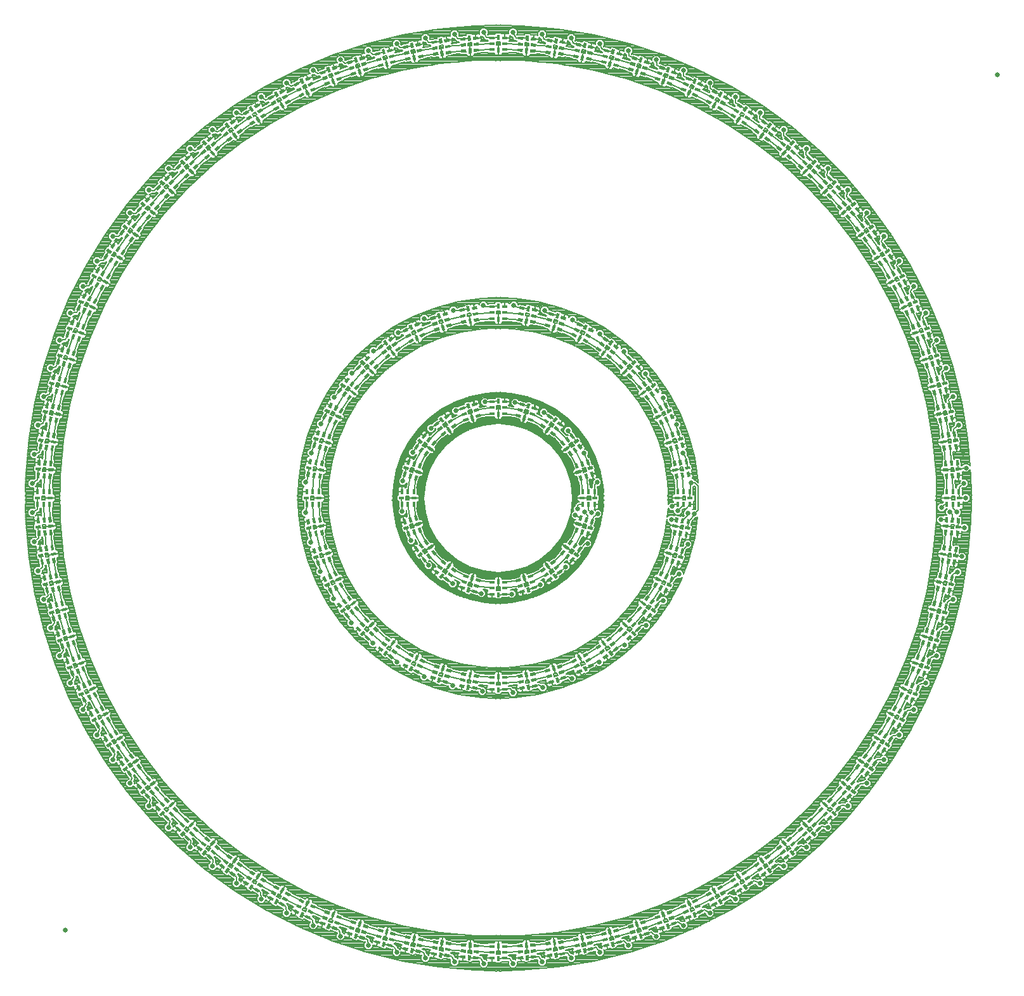
<source format=gtl>
G75*
%MOIN*%
%OFA0B0*%
%FSLAX25Y25*%
%IPPOS*%
%LPD*%
%AMOC8*
5,1,8,0,0,1.08239X$1,22.5*
%
%ADD10R,0.01575X0.02756*%
%ADD11R,0.02756X0.01575*%
%ADD12C,0.02500*%
%ADD13C,0.00600*%
%ADD14C,0.02600*%
%ADD15C,0.00700*%
%ADD16C,0.00800*%
%ADD17C,0.02778*%
D10*
G36*
X0119598Y0121085D02*
X0120811Y0120082D01*
X0119056Y0117959D01*
X0117843Y0118962D01*
X0119598Y0121085D01*
G37*
G36*
X0123864Y0126241D02*
X0125077Y0125238D01*
X0123322Y0123115D01*
X0122109Y0124118D01*
X0123864Y0126241D01*
G37*
G36*
X0112850Y0136012D02*
X0113998Y0134934D01*
X0112112Y0132926D01*
X0110964Y0134004D01*
X0112850Y0136012D01*
G37*
G36*
X0108268Y0131134D02*
X0109416Y0130056D01*
X0107530Y0128048D01*
X0106382Y0129126D01*
X0108268Y0131134D01*
G37*
G36*
X0097606Y0141866D02*
X0098684Y0140718D01*
X0096676Y0138832D01*
X0095598Y0139980D01*
X0097606Y0141866D01*
G37*
G36*
X0102484Y0146448D02*
X0103562Y0145300D01*
X0101554Y0143414D01*
X0100476Y0144562D01*
X0102484Y0146448D01*
G37*
G36*
X0092788Y0157527D02*
X0093791Y0156314D01*
X0091668Y0154559D01*
X0090665Y0155772D01*
X0092788Y0157527D01*
G37*
G36*
X0087632Y0153261D02*
X0088635Y0152048D01*
X0086512Y0150293D01*
X0085509Y0151506D01*
X0087632Y0153261D01*
G37*
G36*
X0078385Y0165249D02*
X0079310Y0163976D01*
X0077081Y0162357D01*
X0076156Y0163630D01*
X0078385Y0165249D01*
G37*
G36*
X0083799Y0169183D02*
X0084724Y0167910D01*
X0082495Y0166291D01*
X0081570Y0167564D01*
X0083799Y0169183D01*
G37*
G36*
X0075577Y0181385D02*
X0076421Y0180056D01*
X0074095Y0178581D01*
X0073251Y0179910D01*
X0075577Y0181385D01*
G37*
G36*
X0069925Y0177799D02*
X0070769Y0176470D01*
X0068443Y0174995D01*
X0067599Y0176324D01*
X0069925Y0177799D01*
G37*
G36*
X0062255Y0190851D02*
X0063013Y0189473D01*
X0060599Y0188145D01*
X0059841Y0189523D01*
X0062255Y0190851D01*
G37*
G36*
X0068121Y0194075D02*
X0068879Y0192697D01*
X0066465Y0191369D01*
X0065707Y0192747D01*
X0068121Y0194075D01*
G37*
G36*
X0061489Y0207213D02*
X0062159Y0205790D01*
X0059667Y0204617D01*
X0058997Y0206040D01*
X0061489Y0207213D01*
G37*
G36*
X0055433Y0204363D02*
X0056103Y0202940D01*
X0053611Y0201767D01*
X0052941Y0203190D01*
X0055433Y0204363D01*
G37*
G36*
X0049460Y0218277D02*
X0050039Y0216814D01*
X0047478Y0215799D01*
X0046899Y0217262D01*
X0049460Y0218277D01*
G37*
G36*
X0055682Y0220741D02*
X0056261Y0219278D01*
X0053700Y0218263D01*
X0053121Y0219726D01*
X0055682Y0220741D01*
G37*
G36*
X0050750Y0234598D02*
X0051236Y0233102D01*
X0048616Y0232250D01*
X0048130Y0233746D01*
X0050750Y0234598D01*
G37*
G36*
X0044384Y0232530D02*
X0044870Y0231034D01*
X0042250Y0230182D01*
X0041764Y0231678D01*
X0044384Y0232530D01*
G37*
G36*
X0040207Y0247082D02*
X0040599Y0245559D01*
X0037931Y0244874D01*
X0037539Y0246397D01*
X0040207Y0247082D01*
G37*
G36*
X0046689Y0248746D02*
X0047081Y0247223D01*
X0044413Y0246538D01*
X0044021Y0248061D01*
X0046689Y0248746D01*
G37*
G36*
X0036949Y0261874D02*
X0037244Y0260329D01*
X0034537Y0259812D01*
X0034242Y0261357D01*
X0036949Y0261874D01*
G37*
G36*
X0043523Y0263128D02*
X0043818Y0261583D01*
X0041111Y0261066D01*
X0040816Y0262611D01*
X0043523Y0263128D01*
G37*
G36*
X0041268Y0277672D02*
X0041465Y0276111D01*
X0038732Y0275766D01*
X0038535Y0277327D01*
X0041268Y0277672D01*
G37*
G36*
X0034628Y0276834D02*
X0034825Y0275273D01*
X0032092Y0274928D01*
X0031895Y0276489D01*
X0034628Y0276834D01*
G37*
G36*
X0033255Y0291901D02*
X0033354Y0290332D01*
X0030605Y0290159D01*
X0030506Y0291728D01*
X0033255Y0291901D01*
G37*
G36*
X0039935Y0292321D02*
X0040034Y0290752D01*
X0037285Y0290579D01*
X0037186Y0292148D01*
X0039935Y0292321D01*
G37*
X0037950Y0302904D03*
X0034800Y0302904D03*
X0031650Y0302904D03*
X0031650Y0309596D03*
X0034800Y0309596D03*
X0037950Y0309596D03*
G36*
X0040034Y0321748D02*
X0039935Y0320179D01*
X0037186Y0320352D01*
X0037285Y0321921D01*
X0040034Y0321748D01*
G37*
G36*
X0033354Y0322168D02*
X0033255Y0320599D01*
X0030506Y0320772D01*
X0030605Y0322341D01*
X0033354Y0322168D01*
G37*
G36*
X0041465Y0336389D02*
X0041268Y0334828D01*
X0038535Y0335173D01*
X0038732Y0336734D01*
X0041465Y0336389D01*
G37*
G36*
X0034825Y0337227D02*
X0034628Y0335666D01*
X0031895Y0336011D01*
X0032092Y0337572D01*
X0034825Y0337227D01*
G37*
G36*
X0037244Y0352171D02*
X0036949Y0350626D01*
X0034242Y0351143D01*
X0034537Y0352688D01*
X0037244Y0352171D01*
G37*
G36*
X0043818Y0350917D02*
X0043523Y0349372D01*
X0040816Y0349889D01*
X0041111Y0351434D01*
X0043818Y0350917D01*
G37*
G36*
X0047081Y0365277D02*
X0046689Y0363754D01*
X0044021Y0364439D01*
X0044413Y0365962D01*
X0047081Y0365277D01*
G37*
G36*
X0040599Y0366941D02*
X0040207Y0365418D01*
X0037539Y0366103D01*
X0037931Y0367626D01*
X0040599Y0366941D01*
G37*
G36*
X0044870Y0381466D02*
X0044384Y0379970D01*
X0041764Y0380822D01*
X0042250Y0382318D01*
X0044870Y0381466D01*
G37*
G36*
X0051236Y0379398D02*
X0050750Y0377902D01*
X0048130Y0378754D01*
X0048616Y0380250D01*
X0051236Y0379398D01*
G37*
G36*
X0056261Y0393222D02*
X0055682Y0391759D01*
X0053121Y0392774D01*
X0053700Y0394237D01*
X0056261Y0393222D01*
G37*
G36*
X0050039Y0395686D02*
X0049460Y0394223D01*
X0046899Y0395238D01*
X0047478Y0396701D01*
X0050039Y0395686D01*
G37*
G36*
X0056103Y0409560D02*
X0055433Y0408137D01*
X0052941Y0409310D01*
X0053611Y0410733D01*
X0056103Y0409560D01*
G37*
G36*
X0062159Y0406710D02*
X0061489Y0405287D01*
X0058997Y0406460D01*
X0059667Y0407883D01*
X0062159Y0406710D01*
G37*
G36*
X0068879Y0419803D02*
X0068121Y0418425D01*
X0065707Y0419753D01*
X0066465Y0421131D01*
X0068879Y0419803D01*
G37*
G36*
X0063013Y0423027D02*
X0062255Y0421649D01*
X0059841Y0422977D01*
X0060599Y0424355D01*
X0063013Y0423027D01*
G37*
G36*
X0076421Y0432444D02*
X0075577Y0431115D01*
X0073251Y0432590D01*
X0074095Y0433919D01*
X0076421Y0432444D01*
G37*
G36*
X0070769Y0436030D02*
X0069925Y0434701D01*
X0067599Y0436176D01*
X0068443Y0437505D01*
X0070769Y0436030D01*
G37*
G36*
X0079310Y0448524D02*
X0078385Y0447251D01*
X0076156Y0448870D01*
X0077081Y0450143D01*
X0079310Y0448524D01*
G37*
G36*
X0084724Y0444590D02*
X0083799Y0443317D01*
X0081570Y0444936D01*
X0082495Y0446209D01*
X0084724Y0444590D01*
G37*
G36*
X0093791Y0456186D02*
X0092788Y0454973D01*
X0090665Y0456728D01*
X0091668Y0457941D01*
X0093791Y0456186D01*
G37*
G36*
X0088635Y0460452D02*
X0087632Y0459239D01*
X0085509Y0460994D01*
X0086512Y0462207D01*
X0088635Y0460452D01*
G37*
G36*
X0098684Y0471782D02*
X0097606Y0470634D01*
X0095598Y0472520D01*
X0096676Y0473668D01*
X0098684Y0471782D01*
G37*
G36*
X0103562Y0467200D02*
X0102484Y0466052D01*
X0100476Y0467938D01*
X0101554Y0469086D01*
X0103562Y0467200D01*
G37*
G36*
X0113998Y0477566D02*
X0112850Y0476488D01*
X0110964Y0478496D01*
X0112112Y0479574D01*
X0113998Y0477566D01*
G37*
G36*
X0109416Y0482444D02*
X0108268Y0481366D01*
X0106382Y0483374D01*
X0107530Y0484452D01*
X0109416Y0482444D01*
G37*
G36*
X0120811Y0492418D02*
X0119598Y0491415D01*
X0117843Y0493538D01*
X0119056Y0494541D01*
X0120811Y0492418D01*
G37*
G36*
X0125077Y0487262D02*
X0123864Y0486259D01*
X0122109Y0488382D01*
X0123322Y0489385D01*
X0125077Y0487262D01*
G37*
G36*
X0136733Y0496251D02*
X0135460Y0495326D01*
X0133841Y0497555D01*
X0135114Y0498480D01*
X0136733Y0496251D01*
G37*
G36*
X0132799Y0501665D02*
X0131526Y0500740D01*
X0129907Y0502969D01*
X0131180Y0503894D01*
X0132799Y0501665D01*
G37*
G36*
X0145349Y0510125D02*
X0144020Y0509281D01*
X0142545Y0511607D01*
X0143874Y0512451D01*
X0145349Y0510125D01*
G37*
G36*
X0148935Y0504473D02*
X0147606Y0503629D01*
X0146131Y0505955D01*
X0147460Y0506799D01*
X0148935Y0504473D01*
G37*
G36*
X0161625Y0511929D02*
X0160247Y0511171D01*
X0158919Y0513585D01*
X0160297Y0514343D01*
X0161625Y0511929D01*
G37*
G36*
X0158401Y0517795D02*
X0157023Y0517037D01*
X0155695Y0519451D01*
X0157073Y0520209D01*
X0158401Y0517795D01*
G37*
G36*
X0171913Y0524617D02*
X0170490Y0523947D01*
X0169317Y0526439D01*
X0170740Y0527109D01*
X0171913Y0524617D01*
G37*
G36*
X0174763Y0518561D02*
X0173340Y0517891D01*
X0172167Y0520383D01*
X0173590Y0521053D01*
X0174763Y0518561D01*
G37*
G36*
X0185827Y0530590D02*
X0184364Y0530011D01*
X0183349Y0532572D01*
X0184812Y0533151D01*
X0185827Y0530590D01*
G37*
G36*
X0188291Y0524368D02*
X0186828Y0523789D01*
X0185813Y0526350D01*
X0187276Y0526929D01*
X0188291Y0524368D01*
G37*
G36*
X0202148Y0529300D02*
X0200652Y0528814D01*
X0199800Y0531434D01*
X0201296Y0531920D01*
X0202148Y0529300D01*
G37*
G36*
X0200080Y0535666D02*
X0198584Y0535180D01*
X0197732Y0537800D01*
X0199228Y0538286D01*
X0200080Y0535666D01*
G37*
G36*
X0214632Y0539843D02*
X0213109Y0539451D01*
X0212424Y0542119D01*
X0213947Y0542511D01*
X0214632Y0539843D01*
G37*
G36*
X0216296Y0533361D02*
X0214773Y0532969D01*
X0214088Y0535637D01*
X0215611Y0536029D01*
X0216296Y0533361D01*
G37*
G36*
X0230678Y0536527D02*
X0229133Y0536232D01*
X0228616Y0538939D01*
X0230161Y0539234D01*
X0230678Y0536527D01*
G37*
G36*
X0229424Y0543101D02*
X0227879Y0542806D01*
X0227362Y0545513D01*
X0228907Y0545808D01*
X0229424Y0543101D01*
G37*
G36*
X0244384Y0545422D02*
X0242823Y0545225D01*
X0242478Y0547958D01*
X0244039Y0548155D01*
X0244384Y0545422D01*
G37*
G36*
X0245222Y0538782D02*
X0243661Y0538585D01*
X0243316Y0541318D01*
X0244877Y0541515D01*
X0245222Y0538782D01*
G37*
G36*
X0259871Y0540115D02*
X0258302Y0540016D01*
X0258129Y0542765D01*
X0259698Y0542864D01*
X0259871Y0540115D01*
G37*
G36*
X0259451Y0546795D02*
X0257882Y0546696D01*
X0257709Y0549445D01*
X0259278Y0549544D01*
X0259451Y0546795D01*
G37*
X0273800Y0548596D03*
X0273800Y0541904D03*
G36*
X0289298Y0540016D02*
X0287729Y0540115D01*
X0287902Y0542864D01*
X0289471Y0542765D01*
X0289298Y0540016D01*
G37*
G36*
X0289718Y0546696D02*
X0288149Y0546795D01*
X0288322Y0549544D01*
X0289891Y0549445D01*
X0289718Y0546696D01*
G37*
G36*
X0304777Y0545225D02*
X0303216Y0545422D01*
X0303561Y0548155D01*
X0305122Y0547958D01*
X0304777Y0545225D01*
G37*
G36*
X0303939Y0538585D02*
X0302378Y0538782D01*
X0302723Y0541515D01*
X0304284Y0541318D01*
X0303939Y0538585D01*
G37*
G36*
X0318467Y0536232D02*
X0316922Y0536527D01*
X0317439Y0539234D01*
X0318984Y0538939D01*
X0318467Y0536232D01*
G37*
G36*
X0319721Y0542806D02*
X0318176Y0543101D01*
X0318693Y0545808D01*
X0320238Y0545513D01*
X0319721Y0542806D01*
G37*
G36*
X0332827Y0532969D02*
X0331304Y0533361D01*
X0331989Y0536029D01*
X0333512Y0535637D01*
X0332827Y0532969D01*
G37*
G36*
X0334491Y0539451D02*
X0332968Y0539843D01*
X0333653Y0542511D01*
X0335176Y0542119D01*
X0334491Y0539451D01*
G37*
G36*
X0349016Y0535180D02*
X0347520Y0535666D01*
X0348372Y0538286D01*
X0349868Y0537800D01*
X0349016Y0535180D01*
G37*
G36*
X0346948Y0528814D02*
X0345452Y0529300D01*
X0346304Y0531920D01*
X0347800Y0531434D01*
X0346948Y0528814D01*
G37*
G36*
X0360772Y0523789D02*
X0359309Y0524368D01*
X0360324Y0526929D01*
X0361787Y0526350D01*
X0360772Y0523789D01*
G37*
G36*
X0363236Y0530011D02*
X0361773Y0530590D01*
X0362788Y0533151D01*
X0364251Y0532572D01*
X0363236Y0530011D01*
G37*
G36*
X0377110Y0523947D02*
X0375687Y0524617D01*
X0376860Y0527109D01*
X0378283Y0526439D01*
X0377110Y0523947D01*
G37*
G36*
X0374260Y0517891D02*
X0372837Y0518561D01*
X0374010Y0521053D01*
X0375433Y0520383D01*
X0374260Y0517891D01*
G37*
G36*
X0387353Y0511171D02*
X0385975Y0511929D01*
X0387303Y0514343D01*
X0388681Y0513585D01*
X0387353Y0511171D01*
G37*
G36*
X0390577Y0517037D02*
X0389199Y0517795D01*
X0390527Y0520209D01*
X0391905Y0519451D01*
X0390577Y0517037D01*
G37*
G36*
X0403580Y0509281D02*
X0402251Y0510125D01*
X0403726Y0512451D01*
X0405055Y0511607D01*
X0403580Y0509281D01*
G37*
G36*
X0399994Y0503629D02*
X0398665Y0504473D01*
X0400140Y0506799D01*
X0401469Y0505955D01*
X0399994Y0503629D01*
G37*
G36*
X0412140Y0495326D02*
X0410867Y0496251D01*
X0412486Y0498480D01*
X0413759Y0497555D01*
X0412140Y0495326D01*
G37*
G36*
X0416074Y0500740D02*
X0414801Y0501665D01*
X0416420Y0503894D01*
X0417693Y0502969D01*
X0416074Y0500740D01*
G37*
G36*
X0423736Y0486259D02*
X0422523Y0487262D01*
X0424278Y0489385D01*
X0425491Y0488382D01*
X0423736Y0486259D01*
G37*
G36*
X0428002Y0491415D02*
X0426789Y0492418D01*
X0428544Y0494541D01*
X0429757Y0493538D01*
X0428002Y0491415D01*
G37*
G36*
X0439332Y0481366D02*
X0438184Y0482444D01*
X0440070Y0484452D01*
X0441218Y0483374D01*
X0439332Y0481366D01*
G37*
G36*
X0434750Y0476488D02*
X0433602Y0477566D01*
X0435488Y0479574D01*
X0436636Y0478496D01*
X0434750Y0476488D01*
G37*
G36*
X0445116Y0466052D02*
X0444038Y0467200D01*
X0446046Y0469086D01*
X0447124Y0467938D01*
X0445116Y0466052D01*
G37*
G36*
X0449994Y0470634D02*
X0448916Y0471782D01*
X0450924Y0473668D01*
X0452002Y0472520D01*
X0449994Y0470634D01*
G37*
G36*
X0459968Y0459239D02*
X0458965Y0460452D01*
X0461088Y0462207D01*
X0462091Y0460994D01*
X0459968Y0459239D01*
G37*
G36*
X0454812Y0454973D02*
X0453809Y0456186D01*
X0455932Y0457941D01*
X0456935Y0456728D01*
X0454812Y0454973D01*
G37*
G36*
X0463801Y0443317D02*
X0462876Y0444590D01*
X0465105Y0446209D01*
X0466030Y0444936D01*
X0463801Y0443317D01*
G37*
G36*
X0469215Y0447251D02*
X0468290Y0448524D01*
X0470519Y0450143D01*
X0471444Y0448870D01*
X0469215Y0447251D01*
G37*
G36*
X0477675Y0434701D02*
X0476831Y0436030D01*
X0479157Y0437505D01*
X0480001Y0436176D01*
X0477675Y0434701D01*
G37*
G36*
X0472023Y0431115D02*
X0471179Y0432444D01*
X0473505Y0433919D01*
X0474349Y0432590D01*
X0472023Y0431115D01*
G37*
G36*
X0479479Y0418425D02*
X0478721Y0419803D01*
X0481135Y0421131D01*
X0481893Y0419753D01*
X0479479Y0418425D01*
G37*
G36*
X0485345Y0421649D02*
X0484587Y0423027D01*
X0487001Y0424355D01*
X0487759Y0422977D01*
X0485345Y0421649D01*
G37*
G36*
X0492167Y0408137D02*
X0491497Y0409560D01*
X0493989Y0410733D01*
X0494659Y0409310D01*
X0492167Y0408137D01*
G37*
G36*
X0486111Y0405287D02*
X0485441Y0406710D01*
X0487933Y0407883D01*
X0488603Y0406460D01*
X0486111Y0405287D01*
G37*
G36*
X0491918Y0391759D02*
X0491339Y0393222D01*
X0493900Y0394237D01*
X0494479Y0392774D01*
X0491918Y0391759D01*
G37*
G36*
X0498140Y0394223D02*
X0497561Y0395686D01*
X0500122Y0396701D01*
X0500701Y0395238D01*
X0498140Y0394223D01*
G37*
G36*
X0503216Y0379970D02*
X0502730Y0381466D01*
X0505350Y0382318D01*
X0505836Y0380822D01*
X0503216Y0379970D01*
G37*
G36*
X0496850Y0377902D02*
X0496364Y0379398D01*
X0498984Y0380250D01*
X0499470Y0378754D01*
X0496850Y0377902D01*
G37*
G36*
X0507393Y0365418D02*
X0507001Y0366941D01*
X0509669Y0367626D01*
X0510061Y0366103D01*
X0507393Y0365418D01*
G37*
G36*
X0500911Y0363754D02*
X0500519Y0365277D01*
X0503187Y0365962D01*
X0503579Y0364439D01*
X0500911Y0363754D01*
G37*
G36*
X0504077Y0349372D02*
X0503782Y0350917D01*
X0506489Y0351434D01*
X0506784Y0349889D01*
X0504077Y0349372D01*
G37*
G36*
X0510651Y0350626D02*
X0510356Y0352171D01*
X0513063Y0352688D01*
X0513358Y0351143D01*
X0510651Y0350626D01*
G37*
G36*
X0512972Y0335666D02*
X0512775Y0337227D01*
X0515508Y0337572D01*
X0515705Y0336011D01*
X0512972Y0335666D01*
G37*
G36*
X0506332Y0334828D02*
X0506135Y0336389D01*
X0508868Y0336734D01*
X0509065Y0335173D01*
X0506332Y0334828D01*
G37*
G36*
X0507665Y0320179D02*
X0507566Y0321748D01*
X0510315Y0321921D01*
X0510414Y0320352D01*
X0507665Y0320179D01*
G37*
G36*
X0514345Y0320599D02*
X0514246Y0322168D01*
X0516995Y0322341D01*
X0517094Y0320772D01*
X0514345Y0320599D01*
G37*
X0512800Y0309596D03*
X0509650Y0309596D03*
X0515950Y0309596D03*
X0515950Y0302904D03*
X0512800Y0302904D03*
X0509650Y0302904D03*
G36*
X0507566Y0290752D02*
X0507665Y0292321D01*
X0510414Y0292148D01*
X0510315Y0290579D01*
X0507566Y0290752D01*
G37*
G36*
X0514246Y0290332D02*
X0514345Y0291901D01*
X0517094Y0291728D01*
X0516995Y0290159D01*
X0514246Y0290332D01*
G37*
G36*
X0512775Y0275273D02*
X0512972Y0276834D01*
X0515705Y0276489D01*
X0515508Y0274928D01*
X0512775Y0275273D01*
G37*
G36*
X0506135Y0276111D02*
X0506332Y0277672D01*
X0509065Y0277327D01*
X0508868Y0275766D01*
X0506135Y0276111D01*
G37*
G36*
X0503782Y0261583D02*
X0504077Y0263128D01*
X0506784Y0262611D01*
X0506489Y0261066D01*
X0503782Y0261583D01*
G37*
G36*
X0510356Y0260329D02*
X0510651Y0261874D01*
X0513358Y0261357D01*
X0513063Y0259812D01*
X0510356Y0260329D01*
G37*
G36*
X0507001Y0245559D02*
X0507393Y0247082D01*
X0510061Y0246397D01*
X0509669Y0244874D01*
X0507001Y0245559D01*
G37*
G36*
X0500519Y0247223D02*
X0500911Y0248746D01*
X0503579Y0248061D01*
X0503187Y0246538D01*
X0500519Y0247223D01*
G37*
G36*
X0496364Y0233102D02*
X0496850Y0234598D01*
X0499470Y0233746D01*
X0498984Y0232250D01*
X0496364Y0233102D01*
G37*
G36*
X0502730Y0231034D02*
X0503216Y0232530D01*
X0505836Y0231678D01*
X0505350Y0230182D01*
X0502730Y0231034D01*
G37*
G36*
X0497561Y0216814D02*
X0498140Y0218277D01*
X0500701Y0217262D01*
X0500122Y0215799D01*
X0497561Y0216814D01*
G37*
G36*
X0491339Y0219278D02*
X0491918Y0220741D01*
X0494479Y0219726D01*
X0493900Y0218263D01*
X0491339Y0219278D01*
G37*
G36*
X0485441Y0205790D02*
X0486111Y0207213D01*
X0488603Y0206040D01*
X0487933Y0204617D01*
X0485441Y0205790D01*
G37*
G36*
X0491497Y0202940D02*
X0492167Y0204363D01*
X0494659Y0203190D01*
X0493989Y0201767D01*
X0491497Y0202940D01*
G37*
G36*
X0484587Y0189473D02*
X0485345Y0190851D01*
X0487759Y0189523D01*
X0487001Y0188145D01*
X0484587Y0189473D01*
G37*
G36*
X0478721Y0192697D02*
X0479479Y0194075D01*
X0481893Y0192747D01*
X0481135Y0191369D01*
X0478721Y0192697D01*
G37*
G36*
X0471179Y0180056D02*
X0472023Y0181385D01*
X0474349Y0179910D01*
X0473505Y0178581D01*
X0471179Y0180056D01*
G37*
G36*
X0476831Y0176470D02*
X0477675Y0177799D01*
X0480001Y0176324D01*
X0479157Y0174995D01*
X0476831Y0176470D01*
G37*
G36*
X0468290Y0163976D02*
X0469215Y0165249D01*
X0471444Y0163630D01*
X0470519Y0162357D01*
X0468290Y0163976D01*
G37*
G36*
X0462876Y0167910D02*
X0463801Y0169183D01*
X0466030Y0167564D01*
X0465105Y0166291D01*
X0462876Y0167910D01*
G37*
G36*
X0453809Y0156314D02*
X0454812Y0157527D01*
X0456935Y0155772D01*
X0455932Y0154559D01*
X0453809Y0156314D01*
G37*
G36*
X0458965Y0152048D02*
X0459968Y0153261D01*
X0462091Y0151506D01*
X0461088Y0150293D01*
X0458965Y0152048D01*
G37*
G36*
X0448916Y0140718D02*
X0449994Y0141866D01*
X0452002Y0139980D01*
X0450924Y0138832D01*
X0448916Y0140718D01*
G37*
G36*
X0444038Y0145300D02*
X0445116Y0146448D01*
X0447124Y0144562D01*
X0446046Y0143414D01*
X0444038Y0145300D01*
G37*
G36*
X0433602Y0134934D02*
X0434750Y0136012D01*
X0436636Y0134004D01*
X0435488Y0132926D01*
X0433602Y0134934D01*
G37*
G36*
X0438184Y0130056D02*
X0439332Y0131134D01*
X0441218Y0129126D01*
X0440070Y0128048D01*
X0438184Y0130056D01*
G37*
G36*
X0426789Y0120082D02*
X0428002Y0121085D01*
X0429757Y0118962D01*
X0428544Y0117959D01*
X0426789Y0120082D01*
G37*
G36*
X0422523Y0125238D02*
X0423736Y0126241D01*
X0425491Y0124118D01*
X0424278Y0123115D01*
X0422523Y0125238D01*
G37*
G36*
X0410867Y0116249D02*
X0412140Y0117174D01*
X0413759Y0114945D01*
X0412486Y0114020D01*
X0410867Y0116249D01*
G37*
G36*
X0414801Y0110835D02*
X0416074Y0111760D01*
X0417693Y0109531D01*
X0416420Y0108606D01*
X0414801Y0110835D01*
G37*
G36*
X0402251Y0102375D02*
X0403580Y0103219D01*
X0405055Y0100893D01*
X0403726Y0100049D01*
X0402251Y0102375D01*
G37*
G36*
X0398665Y0108027D02*
X0399994Y0108871D01*
X0401469Y0106545D01*
X0400140Y0105701D01*
X0398665Y0108027D01*
G37*
G36*
X0385975Y0100571D02*
X0387353Y0101329D01*
X0388681Y0098915D01*
X0387303Y0098157D01*
X0385975Y0100571D01*
G37*
G36*
X0389199Y0094705D02*
X0390577Y0095463D01*
X0391905Y0093049D01*
X0390527Y0092291D01*
X0389199Y0094705D01*
G37*
G36*
X0375687Y0087883D02*
X0377110Y0088553D01*
X0378283Y0086061D01*
X0376860Y0085391D01*
X0375687Y0087883D01*
G37*
G36*
X0372837Y0093939D02*
X0374260Y0094609D01*
X0375433Y0092117D01*
X0374010Y0091447D01*
X0372837Y0093939D01*
G37*
G36*
X0359309Y0088132D02*
X0360772Y0088711D01*
X0361787Y0086150D01*
X0360324Y0085571D01*
X0359309Y0088132D01*
G37*
G36*
X0361773Y0081910D02*
X0363236Y0082489D01*
X0364251Y0079928D01*
X0362788Y0079349D01*
X0361773Y0081910D01*
G37*
G36*
X0347520Y0076834D02*
X0349016Y0077320D01*
X0349868Y0074700D01*
X0348372Y0074214D01*
X0347520Y0076834D01*
G37*
G36*
X0345452Y0083200D02*
X0346948Y0083686D01*
X0347800Y0081066D01*
X0346304Y0080580D01*
X0345452Y0083200D01*
G37*
G36*
X0332968Y0072657D02*
X0334491Y0073049D01*
X0335176Y0070381D01*
X0333653Y0069989D01*
X0332968Y0072657D01*
G37*
G36*
X0331304Y0079139D02*
X0332827Y0079531D01*
X0333512Y0076863D01*
X0331989Y0076471D01*
X0331304Y0079139D01*
G37*
G36*
X0316922Y0075973D02*
X0318467Y0076268D01*
X0318984Y0073561D01*
X0317439Y0073266D01*
X0316922Y0075973D01*
G37*
G36*
X0318176Y0069399D02*
X0319721Y0069694D01*
X0320238Y0066987D01*
X0318693Y0066692D01*
X0318176Y0069399D01*
G37*
G36*
X0303216Y0067078D02*
X0304777Y0067275D01*
X0305122Y0064542D01*
X0303561Y0064345D01*
X0303216Y0067078D01*
G37*
G36*
X0302378Y0073718D02*
X0303939Y0073915D01*
X0304284Y0071182D01*
X0302723Y0070985D01*
X0302378Y0073718D01*
G37*
G36*
X0287729Y0072385D02*
X0289298Y0072484D01*
X0289471Y0069735D01*
X0287902Y0069636D01*
X0287729Y0072385D01*
G37*
G36*
X0288149Y0065705D02*
X0289718Y0065804D01*
X0289891Y0063055D01*
X0288322Y0062956D01*
X0288149Y0065705D01*
G37*
X0273800Y0063904D03*
X0273800Y0070596D03*
G36*
X0258302Y0072484D02*
X0259871Y0072385D01*
X0259698Y0069636D01*
X0258129Y0069735D01*
X0258302Y0072484D01*
G37*
G36*
X0257882Y0065804D02*
X0259451Y0065705D01*
X0259278Y0062956D01*
X0257709Y0063055D01*
X0257882Y0065804D01*
G37*
G36*
X0242823Y0067275D02*
X0244384Y0067078D01*
X0244039Y0064345D01*
X0242478Y0064542D01*
X0242823Y0067275D01*
G37*
G36*
X0243661Y0073915D02*
X0245222Y0073718D01*
X0244877Y0070985D01*
X0243316Y0071182D01*
X0243661Y0073915D01*
G37*
G36*
X0229133Y0076268D02*
X0230678Y0075973D01*
X0230161Y0073266D01*
X0228616Y0073561D01*
X0229133Y0076268D01*
G37*
G36*
X0227879Y0069694D02*
X0229424Y0069399D01*
X0228907Y0066692D01*
X0227362Y0066987D01*
X0227879Y0069694D01*
G37*
G36*
X0214773Y0079531D02*
X0216296Y0079139D01*
X0215611Y0076471D01*
X0214088Y0076863D01*
X0214773Y0079531D01*
G37*
G36*
X0213109Y0073049D02*
X0214632Y0072657D01*
X0213947Y0069989D01*
X0212424Y0070381D01*
X0213109Y0073049D01*
G37*
G36*
X0198584Y0077320D02*
X0200080Y0076834D01*
X0199228Y0074214D01*
X0197732Y0074700D01*
X0198584Y0077320D01*
G37*
G36*
X0200652Y0083686D02*
X0202148Y0083200D01*
X0201296Y0080580D01*
X0199800Y0081066D01*
X0200652Y0083686D01*
G37*
G36*
X0186828Y0088711D02*
X0188291Y0088132D01*
X0187276Y0085571D01*
X0185813Y0086150D01*
X0186828Y0088711D01*
G37*
G36*
X0184364Y0082489D02*
X0185827Y0081910D01*
X0184812Y0079349D01*
X0183349Y0079928D01*
X0184364Y0082489D01*
G37*
G36*
X0170490Y0088553D02*
X0171913Y0087883D01*
X0170740Y0085391D01*
X0169317Y0086061D01*
X0170490Y0088553D01*
G37*
G36*
X0173340Y0094609D02*
X0174763Y0093939D01*
X0173590Y0091447D01*
X0172167Y0092117D01*
X0173340Y0094609D01*
G37*
G36*
X0160247Y0101329D02*
X0161625Y0100571D01*
X0160297Y0098157D01*
X0158919Y0098915D01*
X0160247Y0101329D01*
G37*
G36*
X0157023Y0095463D02*
X0158401Y0094705D01*
X0157073Y0092291D01*
X0155695Y0093049D01*
X0157023Y0095463D01*
G37*
G36*
X0144020Y0103219D02*
X0145349Y0102375D01*
X0143874Y0100049D01*
X0142545Y0100893D01*
X0144020Y0103219D01*
G37*
G36*
X0147606Y0108871D02*
X0148935Y0108027D01*
X0147460Y0105701D01*
X0146131Y0106545D01*
X0147606Y0108871D01*
G37*
G36*
X0135460Y0117174D02*
X0136733Y0116249D01*
X0135114Y0114020D01*
X0133841Y0114945D01*
X0135460Y0117174D01*
G37*
G36*
X0131526Y0111760D02*
X0132799Y0110835D01*
X0131180Y0108606D01*
X0129907Y0109531D01*
X0131526Y0111760D01*
G37*
G36*
X0227906Y0217953D02*
X0229307Y0217238D01*
X0228056Y0214783D01*
X0226655Y0215498D01*
X0227906Y0217953D01*
G37*
G36*
X0230944Y0223917D02*
X0232345Y0223202D01*
X0231094Y0220747D01*
X0229693Y0221462D01*
X0230944Y0223917D01*
G37*
G36*
X0244412Y0218286D02*
X0245908Y0217800D01*
X0245056Y0215180D01*
X0243560Y0215666D01*
X0244412Y0218286D01*
G37*
G36*
X0242344Y0211920D02*
X0243840Y0211434D01*
X0242988Y0208814D01*
X0241492Y0209300D01*
X0242344Y0211920D01*
G37*
G36*
X0257415Y0208129D02*
X0258968Y0207882D01*
X0258537Y0205161D01*
X0256984Y0205408D01*
X0257415Y0208129D01*
G37*
G36*
X0258462Y0214739D02*
X0260015Y0214492D01*
X0259584Y0211771D01*
X0258031Y0212018D01*
X0258462Y0214739D01*
G37*
X0273800Y0212096D03*
X0273800Y0205404D03*
G36*
X0288631Y0207882D02*
X0290184Y0208129D01*
X0290615Y0205408D01*
X0289062Y0205161D01*
X0288631Y0207882D01*
G37*
G36*
X0287584Y0214492D02*
X0289137Y0214739D01*
X0289568Y0212018D01*
X0288015Y0211771D01*
X0287584Y0214492D01*
G37*
G36*
X0301692Y0217800D02*
X0303188Y0218286D01*
X0304040Y0215666D01*
X0302544Y0215180D01*
X0301692Y0217800D01*
G37*
G36*
X0303760Y0211434D02*
X0305256Y0211920D01*
X0306108Y0209300D01*
X0304612Y0208814D01*
X0303760Y0211434D01*
G37*
G36*
X0315255Y0223202D02*
X0316656Y0223917D01*
X0317907Y0221462D01*
X0316506Y0220747D01*
X0315255Y0223202D01*
G37*
G36*
X0318293Y0217238D02*
X0319694Y0217953D01*
X0320945Y0215498D01*
X0319544Y0214783D01*
X0318293Y0217238D01*
G37*
G36*
X0331621Y0225295D02*
X0332894Y0226220D01*
X0334513Y0223991D01*
X0333240Y0223066D01*
X0331621Y0225295D01*
G37*
G36*
X0327687Y0230709D02*
X0328960Y0231634D01*
X0330579Y0229405D01*
X0329306Y0228480D01*
X0327687Y0230709D01*
G37*
G36*
X0338804Y0240133D02*
X0339917Y0241246D01*
X0341864Y0239299D01*
X0340751Y0238186D01*
X0338804Y0240133D01*
G37*
G36*
X0343536Y0235401D02*
X0344649Y0236514D01*
X0346596Y0234567D01*
X0345483Y0233454D01*
X0343536Y0235401D01*
G37*
G36*
X0353830Y0247156D02*
X0354755Y0248429D01*
X0356984Y0246810D01*
X0356059Y0245537D01*
X0353830Y0247156D01*
G37*
G36*
X0348416Y0251090D02*
X0349341Y0252363D01*
X0351570Y0250744D01*
X0350645Y0249471D01*
X0348416Y0251090D01*
G37*
G36*
X0356133Y0263394D02*
X0356848Y0264795D01*
X0359303Y0263544D01*
X0358588Y0262143D01*
X0356133Y0263394D01*
G37*
G36*
X0362097Y0260356D02*
X0362812Y0261757D01*
X0365267Y0260506D01*
X0364552Y0259105D01*
X0362097Y0260356D01*
G37*
G36*
X0368130Y0274794D02*
X0368616Y0276290D01*
X0371236Y0275438D01*
X0370750Y0273942D01*
X0368130Y0274794D01*
G37*
G36*
X0361764Y0276862D02*
X0362250Y0278358D01*
X0364870Y0277506D01*
X0364384Y0276010D01*
X0361764Y0276862D01*
G37*
G36*
X0365311Y0290912D02*
X0365558Y0292465D01*
X0368279Y0292034D01*
X0368032Y0290481D01*
X0365311Y0290912D01*
G37*
G36*
X0371921Y0289865D02*
X0372168Y0291418D01*
X0374889Y0290987D01*
X0374642Y0289434D01*
X0371921Y0289865D01*
G37*
X0371300Y0302904D03*
X0368150Y0302904D03*
X0374450Y0302904D03*
X0374450Y0309596D03*
X0371300Y0309596D03*
X0368150Y0309596D03*
G36*
X0365558Y0320034D02*
X0365311Y0321587D01*
X0368032Y0322018D01*
X0368279Y0320465D01*
X0365558Y0320034D01*
G37*
G36*
X0372168Y0321081D02*
X0371921Y0322634D01*
X0374642Y0323065D01*
X0374889Y0321512D01*
X0372168Y0321081D01*
G37*
G36*
X0362250Y0334142D02*
X0361764Y0335638D01*
X0364384Y0336490D01*
X0364870Y0334994D01*
X0362250Y0334142D01*
G37*
G36*
X0368616Y0336210D02*
X0368130Y0337706D01*
X0370750Y0338558D01*
X0371236Y0337062D01*
X0368616Y0336210D01*
G37*
G36*
X0362812Y0350743D02*
X0362097Y0352144D01*
X0364552Y0353395D01*
X0365267Y0351994D01*
X0362812Y0350743D01*
G37*
G36*
X0356848Y0347705D02*
X0356133Y0349106D01*
X0358588Y0350357D01*
X0359303Y0348956D01*
X0356848Y0347705D01*
G37*
G36*
X0349341Y0360137D02*
X0348416Y0361410D01*
X0350645Y0363029D01*
X0351570Y0361756D01*
X0349341Y0360137D01*
G37*
G36*
X0354755Y0364071D02*
X0353830Y0365344D01*
X0356059Y0366963D01*
X0356984Y0365690D01*
X0354755Y0364071D01*
G37*
G36*
X0339917Y0371254D02*
X0338804Y0372367D01*
X0340751Y0374314D01*
X0341864Y0373201D01*
X0339917Y0371254D01*
G37*
G36*
X0344649Y0375986D02*
X0343536Y0377099D01*
X0345483Y0379046D01*
X0346596Y0377933D01*
X0344649Y0375986D01*
G37*
G36*
X0332894Y0386280D02*
X0331621Y0387205D01*
X0333240Y0389434D01*
X0334513Y0388509D01*
X0332894Y0386280D01*
G37*
G36*
X0328960Y0380866D02*
X0327687Y0381791D01*
X0329306Y0384020D01*
X0330579Y0383095D01*
X0328960Y0380866D01*
G37*
G36*
X0316656Y0388583D02*
X0315255Y0389298D01*
X0316506Y0391753D01*
X0317907Y0391038D01*
X0316656Y0388583D01*
G37*
G36*
X0319694Y0394547D02*
X0318293Y0395262D01*
X0319544Y0397717D01*
X0320945Y0397002D01*
X0319694Y0394547D01*
G37*
G36*
X0305256Y0400580D02*
X0303760Y0401066D01*
X0304612Y0403686D01*
X0306108Y0403200D01*
X0305256Y0400580D01*
G37*
G36*
X0303188Y0394214D02*
X0301692Y0394700D01*
X0302544Y0397320D01*
X0304040Y0396834D01*
X0303188Y0394214D01*
G37*
G36*
X0289137Y0397761D02*
X0287584Y0398008D01*
X0288015Y0400729D01*
X0289568Y0400482D01*
X0289137Y0397761D01*
G37*
G36*
X0290184Y0404371D02*
X0288631Y0404618D01*
X0289062Y0407339D01*
X0290615Y0407092D01*
X0290184Y0404371D01*
G37*
X0273800Y0407096D03*
X0273800Y0400404D03*
G36*
X0260015Y0398008D02*
X0258462Y0397761D01*
X0258031Y0400482D01*
X0259584Y0400729D01*
X0260015Y0398008D01*
G37*
G36*
X0258968Y0404618D02*
X0257415Y0404371D01*
X0256984Y0407092D01*
X0258537Y0407339D01*
X0258968Y0404618D01*
G37*
G36*
X0243840Y0401066D02*
X0242344Y0400580D01*
X0241492Y0403200D01*
X0242988Y0403686D01*
X0243840Y0401066D01*
G37*
G36*
X0245908Y0394700D02*
X0244412Y0394214D01*
X0243560Y0396834D01*
X0245056Y0397320D01*
X0245908Y0394700D01*
G37*
G36*
X0232345Y0389298D02*
X0230944Y0388583D01*
X0229693Y0391038D01*
X0231094Y0391753D01*
X0232345Y0389298D01*
G37*
G36*
X0229307Y0395262D02*
X0227906Y0394547D01*
X0226655Y0397002D01*
X0228056Y0397717D01*
X0229307Y0395262D01*
G37*
G36*
X0215979Y0387205D02*
X0214706Y0386280D01*
X0213087Y0388509D01*
X0214360Y0389434D01*
X0215979Y0387205D01*
G37*
G36*
X0219913Y0381791D02*
X0218640Y0380866D01*
X0217021Y0383095D01*
X0218294Y0384020D01*
X0219913Y0381791D01*
G37*
G36*
X0208796Y0372367D02*
X0207683Y0371254D01*
X0205736Y0373201D01*
X0206849Y0374314D01*
X0208796Y0372367D01*
G37*
G36*
X0204064Y0377099D02*
X0202951Y0375986D01*
X0201004Y0377933D01*
X0202117Y0379046D01*
X0204064Y0377099D01*
G37*
G36*
X0193770Y0365344D02*
X0192845Y0364071D01*
X0190616Y0365690D01*
X0191541Y0366963D01*
X0193770Y0365344D01*
G37*
G36*
X0199184Y0361410D02*
X0198259Y0360137D01*
X0196030Y0361756D01*
X0196955Y0363029D01*
X0199184Y0361410D01*
G37*
G36*
X0191467Y0349106D02*
X0190752Y0347705D01*
X0188297Y0348956D01*
X0189012Y0350357D01*
X0191467Y0349106D01*
G37*
G36*
X0185503Y0352144D02*
X0184788Y0350743D01*
X0182333Y0351994D01*
X0183048Y0353395D01*
X0185503Y0352144D01*
G37*
G36*
X0179470Y0337706D02*
X0178984Y0336210D01*
X0176364Y0337062D01*
X0176850Y0338558D01*
X0179470Y0337706D01*
G37*
G36*
X0185836Y0335638D02*
X0185350Y0334142D01*
X0182730Y0334994D01*
X0183216Y0336490D01*
X0185836Y0335638D01*
G37*
G36*
X0182289Y0321587D02*
X0182042Y0320034D01*
X0179321Y0320465D01*
X0179568Y0322018D01*
X0182289Y0321587D01*
G37*
G36*
X0175679Y0322634D02*
X0175432Y0321081D01*
X0172711Y0321512D01*
X0172958Y0323065D01*
X0175679Y0322634D01*
G37*
X0176300Y0309596D03*
X0179450Y0309596D03*
X0173150Y0309596D03*
X0173150Y0302904D03*
X0176300Y0302904D03*
X0179450Y0302904D03*
G36*
X0182042Y0292465D02*
X0182289Y0290912D01*
X0179568Y0290481D01*
X0179321Y0292034D01*
X0182042Y0292465D01*
G37*
G36*
X0175432Y0291418D02*
X0175679Y0289865D01*
X0172958Y0289434D01*
X0172711Y0290987D01*
X0175432Y0291418D01*
G37*
G36*
X0178984Y0276290D02*
X0179470Y0274794D01*
X0176850Y0273942D01*
X0176364Y0275438D01*
X0178984Y0276290D01*
G37*
G36*
X0185350Y0278358D02*
X0185836Y0276862D01*
X0183216Y0276010D01*
X0182730Y0277506D01*
X0185350Y0278358D01*
G37*
G36*
X0190752Y0264795D02*
X0191467Y0263394D01*
X0189012Y0262143D01*
X0188297Y0263544D01*
X0190752Y0264795D01*
G37*
G36*
X0184788Y0261757D02*
X0185503Y0260356D01*
X0183048Y0259105D01*
X0182333Y0260506D01*
X0184788Y0261757D01*
G37*
G36*
X0192845Y0248429D02*
X0193770Y0247156D01*
X0191541Y0245537D01*
X0190616Y0246810D01*
X0192845Y0248429D01*
G37*
G36*
X0198259Y0252363D02*
X0199184Y0251090D01*
X0196955Y0249471D01*
X0196030Y0250744D01*
X0198259Y0252363D01*
G37*
G36*
X0207683Y0241246D02*
X0208796Y0240133D01*
X0206849Y0238186D01*
X0205736Y0239299D01*
X0207683Y0241246D01*
G37*
G36*
X0202951Y0236514D02*
X0204064Y0235401D01*
X0202117Y0233454D01*
X0201004Y0234567D01*
X0202951Y0236514D01*
G37*
G36*
X0214706Y0226220D02*
X0215979Y0225295D01*
X0214360Y0223066D01*
X0213087Y0223991D01*
X0214706Y0226220D01*
G37*
G36*
X0218640Y0231634D02*
X0219913Y0230709D01*
X0218294Y0228480D01*
X0217021Y0229405D01*
X0218640Y0231634D01*
G37*
G36*
X0244106Y0266720D02*
X0245379Y0265795D01*
X0243760Y0263566D01*
X0242487Y0264491D01*
X0244106Y0266720D01*
G37*
G36*
X0248040Y0272134D02*
X0249313Y0271209D01*
X0247694Y0268980D01*
X0246421Y0269905D01*
X0248040Y0272134D01*
G37*
G36*
X0238759Y0281763D02*
X0239684Y0280490D01*
X0237455Y0278871D01*
X0236530Y0280144D01*
X0238759Y0281763D01*
G37*
G36*
X0233345Y0277829D02*
X0234270Y0276556D01*
X0232041Y0274937D01*
X0231116Y0276210D01*
X0233345Y0277829D01*
G37*
G36*
X0232850Y0293758D02*
X0233336Y0292262D01*
X0230716Y0291410D01*
X0230230Y0292906D01*
X0232850Y0293758D01*
G37*
G36*
X0226484Y0291690D02*
X0226970Y0290194D01*
X0224350Y0289342D01*
X0223864Y0290838D01*
X0226484Y0291690D01*
G37*
X0226300Y0302904D03*
X0229450Y0302904D03*
X0223150Y0302904D03*
X0223150Y0309596D03*
X0226300Y0309596D03*
X0229450Y0309596D03*
G36*
X0233336Y0320238D02*
X0232850Y0318742D01*
X0230230Y0319594D01*
X0230716Y0321090D01*
X0233336Y0320238D01*
G37*
G36*
X0226970Y0322306D02*
X0226484Y0320810D01*
X0223864Y0321662D01*
X0224350Y0323158D01*
X0226970Y0322306D01*
G37*
G36*
X0239684Y0332010D02*
X0238759Y0330737D01*
X0236530Y0332356D01*
X0237455Y0333629D01*
X0239684Y0332010D01*
G37*
G36*
X0234270Y0335944D02*
X0233345Y0334671D01*
X0231116Y0336290D01*
X0232041Y0337563D01*
X0234270Y0335944D01*
G37*
G36*
X0245379Y0346705D02*
X0244106Y0345780D01*
X0242487Y0348009D01*
X0243760Y0348934D01*
X0245379Y0346705D01*
G37*
G36*
X0249313Y0341291D02*
X0248040Y0340366D01*
X0246421Y0342595D01*
X0247694Y0343520D01*
X0249313Y0341291D01*
G37*
G36*
X0261308Y0347200D02*
X0259812Y0346714D01*
X0258960Y0349334D01*
X0260456Y0349820D01*
X0261308Y0347200D01*
G37*
G36*
X0259240Y0353566D02*
X0257744Y0353080D01*
X0256892Y0355700D01*
X0258388Y0356186D01*
X0259240Y0353566D01*
G37*
X0273800Y0350404D03*
X0273800Y0357096D03*
G36*
X0289856Y0353080D02*
X0288360Y0353566D01*
X0289212Y0356186D01*
X0290708Y0355700D01*
X0289856Y0353080D01*
G37*
G36*
X0287788Y0346714D02*
X0286292Y0347200D01*
X0287144Y0349820D01*
X0288640Y0349334D01*
X0287788Y0346714D01*
G37*
G36*
X0299560Y0340366D02*
X0298287Y0341291D01*
X0299906Y0343520D01*
X0301179Y0342595D01*
X0299560Y0340366D01*
G37*
G36*
X0303494Y0345780D02*
X0302221Y0346705D01*
X0303840Y0348934D01*
X0305113Y0348009D01*
X0303494Y0345780D01*
G37*
G36*
X0308841Y0330737D02*
X0307916Y0332010D01*
X0310145Y0333629D01*
X0311070Y0332356D01*
X0308841Y0330737D01*
G37*
G36*
X0314255Y0334671D02*
X0313330Y0335944D01*
X0315559Y0337563D01*
X0316484Y0336290D01*
X0314255Y0334671D01*
G37*
G36*
X0314750Y0318742D02*
X0314264Y0320238D01*
X0316884Y0321090D01*
X0317370Y0319594D01*
X0314750Y0318742D01*
G37*
G36*
X0321116Y0320810D02*
X0320630Y0322306D01*
X0323250Y0323158D01*
X0323736Y0321662D01*
X0321116Y0320810D01*
G37*
X0321300Y0309596D03*
X0318150Y0309596D03*
X0324450Y0309596D03*
X0324450Y0302904D03*
X0321300Y0302904D03*
X0318150Y0302904D03*
G36*
X0314264Y0292262D02*
X0314750Y0293758D01*
X0317370Y0292906D01*
X0316884Y0291410D01*
X0314264Y0292262D01*
G37*
G36*
X0320630Y0290194D02*
X0321116Y0291690D01*
X0323736Y0290838D01*
X0323250Y0289342D01*
X0320630Y0290194D01*
G37*
G36*
X0307916Y0280490D02*
X0308841Y0281763D01*
X0311070Y0280144D01*
X0310145Y0278871D01*
X0307916Y0280490D01*
G37*
G36*
X0313330Y0276556D02*
X0314255Y0277829D01*
X0316484Y0276210D01*
X0315559Y0274937D01*
X0313330Y0276556D01*
G37*
G36*
X0302221Y0265795D02*
X0303494Y0266720D01*
X0305113Y0264491D01*
X0303840Y0263566D01*
X0302221Y0265795D01*
G37*
G36*
X0298287Y0271209D02*
X0299560Y0272134D01*
X0301179Y0269905D01*
X0299906Y0268980D01*
X0298287Y0271209D01*
G37*
G36*
X0286292Y0265300D02*
X0287788Y0265786D01*
X0288640Y0263166D01*
X0287144Y0262680D01*
X0286292Y0265300D01*
G37*
G36*
X0288360Y0258934D02*
X0289856Y0259420D01*
X0290708Y0256800D01*
X0289212Y0256314D01*
X0288360Y0258934D01*
G37*
X0273800Y0262096D03*
X0273800Y0255404D03*
G36*
X0257744Y0259420D02*
X0259240Y0258934D01*
X0258388Y0256314D01*
X0256892Y0256800D01*
X0257744Y0259420D01*
G37*
G36*
X0259812Y0265786D02*
X0261308Y0265300D01*
X0260456Y0262680D01*
X0258960Y0263166D01*
X0259812Y0265786D01*
G37*
D11*
G36*
X0255824Y0266254D02*
X0258444Y0265402D01*
X0257958Y0263906D01*
X0255338Y0264758D01*
X0255824Y0266254D01*
G37*
G36*
X0254850Y0263258D02*
X0257470Y0262406D01*
X0256984Y0260910D01*
X0254364Y0261762D01*
X0254850Y0263258D01*
G37*
G36*
X0253877Y0260263D02*
X0256497Y0259411D01*
X0256011Y0257915D01*
X0253391Y0258767D01*
X0253877Y0260263D01*
G37*
G36*
X0247955Y0267329D02*
X0250184Y0265710D01*
X0249259Y0264437D01*
X0247030Y0266056D01*
X0247955Y0267329D01*
G37*
G36*
X0249807Y0269877D02*
X0252036Y0268258D01*
X0251111Y0266985D01*
X0248882Y0268604D01*
X0249807Y0269877D01*
G37*
G36*
X0244392Y0273811D02*
X0246621Y0272192D01*
X0245696Y0270919D01*
X0243467Y0272538D01*
X0244392Y0273811D01*
G37*
G36*
X0242541Y0271263D02*
X0244770Y0269644D01*
X0243845Y0268371D01*
X0241616Y0269990D01*
X0242541Y0271263D01*
G37*
G36*
X0240689Y0268715D02*
X0242918Y0267096D01*
X0241993Y0265823D01*
X0239764Y0267442D01*
X0240689Y0268715D01*
G37*
G36*
X0237194Y0277220D02*
X0238813Y0274991D01*
X0237540Y0274066D01*
X0235921Y0276295D01*
X0237194Y0277220D01*
G37*
G36*
X0239742Y0279071D02*
X0241361Y0276842D01*
X0240088Y0275917D01*
X0238469Y0278146D01*
X0239742Y0279071D01*
G37*
G36*
X0235808Y0284486D02*
X0237427Y0282257D01*
X0236154Y0281332D01*
X0234535Y0283561D01*
X0235808Y0284486D01*
G37*
G36*
X0233260Y0282634D02*
X0234879Y0280405D01*
X0233606Y0279480D01*
X0231987Y0281709D01*
X0233260Y0282634D01*
G37*
G36*
X0230712Y0280783D02*
X0232331Y0278554D01*
X0231058Y0277629D01*
X0229439Y0279858D01*
X0230712Y0280783D01*
G37*
G36*
X0229956Y0289920D02*
X0230808Y0287300D01*
X0229312Y0286814D01*
X0228460Y0289434D01*
X0229956Y0289920D01*
G37*
G36*
X0232952Y0290894D02*
X0233804Y0288274D01*
X0232308Y0287788D01*
X0231456Y0290408D01*
X0232952Y0290894D01*
G37*
G36*
X0230883Y0297259D02*
X0231735Y0294639D01*
X0230239Y0294153D01*
X0229387Y0296773D01*
X0230883Y0297259D01*
G37*
G36*
X0227888Y0296286D02*
X0228740Y0293666D01*
X0227244Y0293180D01*
X0226392Y0295800D01*
X0227888Y0296286D01*
G37*
G36*
X0224892Y0295312D02*
X0225744Y0292692D01*
X0224248Y0292206D01*
X0223396Y0294826D01*
X0224892Y0295312D01*
G37*
G36*
X0226961Y0288947D02*
X0227813Y0286327D01*
X0226317Y0285841D01*
X0225465Y0288461D01*
X0226961Y0288947D01*
G37*
G36*
X0234646Y0275368D02*
X0236265Y0273139D01*
X0234992Y0272214D01*
X0233373Y0274443D01*
X0234646Y0275368D01*
G37*
G36*
X0246104Y0264781D02*
X0248333Y0263162D01*
X0247408Y0261889D01*
X0245179Y0263508D01*
X0246104Y0264781D01*
G37*
G36*
X0261216Y0261190D02*
X0263836Y0260338D01*
X0263350Y0258842D01*
X0260730Y0259694D01*
X0261216Y0261190D01*
G37*
G36*
X0262189Y0264185D02*
X0264809Y0263333D01*
X0264323Y0261837D01*
X0261703Y0262689D01*
X0262189Y0264185D01*
G37*
G36*
X0260242Y0258194D02*
X0262862Y0257342D01*
X0262376Y0255846D01*
X0259756Y0256698D01*
X0260242Y0258194D01*
G37*
X0270454Y0258750D03*
X0270454Y0255600D03*
X0270454Y0261900D03*
X0277146Y0261900D03*
X0277146Y0258750D03*
X0277146Y0255600D03*
G36*
X0282791Y0263333D02*
X0285411Y0264185D01*
X0285897Y0262689D01*
X0283277Y0261837D01*
X0282791Y0263333D01*
G37*
G36*
X0283764Y0260338D02*
X0286384Y0261190D01*
X0286870Y0259694D01*
X0284250Y0258842D01*
X0283764Y0260338D01*
G37*
G36*
X0284738Y0257342D02*
X0287358Y0258194D01*
X0287844Y0256698D01*
X0285224Y0255846D01*
X0284738Y0257342D01*
G37*
G36*
X0291103Y0259411D02*
X0293723Y0260263D01*
X0294209Y0258767D01*
X0291589Y0257915D01*
X0291103Y0259411D01*
G37*
G36*
X0290130Y0262406D02*
X0292750Y0263258D01*
X0293236Y0261762D01*
X0290616Y0260910D01*
X0290130Y0262406D01*
G37*
G36*
X0289156Y0265402D02*
X0291776Y0266254D01*
X0292262Y0264758D01*
X0289642Y0263906D01*
X0289156Y0265402D01*
G37*
G36*
X0295564Y0268258D02*
X0297793Y0269877D01*
X0298718Y0268604D01*
X0296489Y0266985D01*
X0295564Y0268258D01*
G37*
G36*
X0297416Y0265710D02*
X0299645Y0267329D01*
X0300570Y0266056D01*
X0298341Y0264437D01*
X0297416Y0265710D01*
G37*
G36*
X0299267Y0263162D02*
X0301496Y0264781D01*
X0302421Y0263508D01*
X0300192Y0261889D01*
X0299267Y0263162D01*
G37*
G36*
X0304682Y0267096D02*
X0306911Y0268715D01*
X0307836Y0267442D01*
X0305607Y0265823D01*
X0304682Y0267096D01*
G37*
G36*
X0302830Y0269644D02*
X0305059Y0271263D01*
X0305984Y0269990D01*
X0303755Y0268371D01*
X0302830Y0269644D01*
G37*
G36*
X0300979Y0272192D02*
X0303208Y0273811D01*
X0304133Y0272538D01*
X0301904Y0270919D01*
X0300979Y0272192D01*
G37*
G36*
X0306239Y0276842D02*
X0307858Y0279071D01*
X0309131Y0278146D01*
X0307512Y0275917D01*
X0306239Y0276842D01*
G37*
G36*
X0308787Y0274991D02*
X0310406Y0277220D01*
X0311679Y0276295D01*
X0310060Y0274066D01*
X0308787Y0274991D01*
G37*
G36*
X0311335Y0273139D02*
X0312954Y0275368D01*
X0314227Y0274443D01*
X0312608Y0272214D01*
X0311335Y0273139D01*
G37*
G36*
X0315269Y0278554D02*
X0316888Y0280783D01*
X0318161Y0279858D01*
X0316542Y0277629D01*
X0315269Y0278554D01*
G37*
G36*
X0312721Y0280405D02*
X0314340Y0282634D01*
X0315613Y0281709D01*
X0313994Y0279480D01*
X0312721Y0280405D01*
G37*
G36*
X0310173Y0282257D02*
X0311792Y0284486D01*
X0313065Y0283561D01*
X0311446Y0281332D01*
X0310173Y0282257D01*
G37*
G36*
X0313796Y0288274D02*
X0314648Y0290894D01*
X0316144Y0290408D01*
X0315292Y0287788D01*
X0313796Y0288274D01*
G37*
G36*
X0316792Y0287300D02*
X0317644Y0289920D01*
X0319140Y0289434D01*
X0318288Y0286814D01*
X0316792Y0287300D01*
G37*
G36*
X0319787Y0286327D02*
X0320639Y0288947D01*
X0322135Y0288461D01*
X0321283Y0285841D01*
X0319787Y0286327D01*
G37*
G36*
X0321856Y0292692D02*
X0322708Y0295312D01*
X0324204Y0294826D01*
X0323352Y0292206D01*
X0321856Y0292692D01*
G37*
G36*
X0318860Y0293666D02*
X0319712Y0296286D01*
X0321208Y0295800D01*
X0320356Y0293180D01*
X0318860Y0293666D01*
G37*
G36*
X0315865Y0294639D02*
X0316717Y0297259D01*
X0318213Y0296773D01*
X0317361Y0294153D01*
X0315865Y0294639D01*
G37*
X0317954Y0306250D03*
X0324646Y0306250D03*
G36*
X0319712Y0316214D02*
X0318860Y0318834D01*
X0320356Y0319320D01*
X0321208Y0316700D01*
X0319712Y0316214D01*
G37*
G36*
X0316717Y0315241D02*
X0315865Y0317861D01*
X0317361Y0318347D01*
X0318213Y0315727D01*
X0316717Y0315241D01*
G37*
G36*
X0322708Y0317188D02*
X0321856Y0319808D01*
X0323352Y0320294D01*
X0324204Y0317674D01*
X0322708Y0317188D01*
G37*
G36*
X0317644Y0322580D02*
X0316792Y0325200D01*
X0318288Y0325686D01*
X0319140Y0323066D01*
X0317644Y0322580D01*
G37*
G36*
X0314648Y0321606D02*
X0313796Y0324226D01*
X0315292Y0324712D01*
X0316144Y0322092D01*
X0314648Y0321606D01*
G37*
G36*
X0320639Y0323553D02*
X0319787Y0326173D01*
X0321283Y0326659D01*
X0322135Y0324039D01*
X0320639Y0323553D01*
G37*
G36*
X0314340Y0329866D02*
X0312721Y0332095D01*
X0313994Y0333020D01*
X0315613Y0330791D01*
X0314340Y0329866D01*
G37*
G36*
X0311792Y0328014D02*
X0310173Y0330243D01*
X0311446Y0331168D01*
X0313065Y0328939D01*
X0311792Y0328014D01*
G37*
G36*
X0316888Y0331717D02*
X0315269Y0333946D01*
X0316542Y0334871D01*
X0318161Y0332642D01*
X0316888Y0331717D01*
G37*
G36*
X0312954Y0337132D02*
X0311335Y0339361D01*
X0312608Y0340286D01*
X0314227Y0338057D01*
X0312954Y0337132D01*
G37*
G36*
X0310406Y0335280D02*
X0308787Y0337509D01*
X0310060Y0338434D01*
X0311679Y0336205D01*
X0310406Y0335280D01*
G37*
G36*
X0307858Y0333429D02*
X0306239Y0335658D01*
X0307512Y0336583D01*
X0309131Y0334354D01*
X0307858Y0333429D01*
G37*
G36*
X0303208Y0338689D02*
X0300979Y0340308D01*
X0301904Y0341581D01*
X0304133Y0339962D01*
X0303208Y0338689D01*
G37*
G36*
X0305059Y0341237D02*
X0302830Y0342856D01*
X0303755Y0344129D01*
X0305984Y0342510D01*
X0305059Y0341237D01*
G37*
G36*
X0306911Y0343785D02*
X0304682Y0345404D01*
X0305607Y0346677D01*
X0307836Y0345058D01*
X0306911Y0343785D01*
G37*
G36*
X0301496Y0347719D02*
X0299267Y0349338D01*
X0300192Y0350611D01*
X0302421Y0348992D01*
X0301496Y0347719D01*
G37*
G36*
X0299645Y0345171D02*
X0297416Y0346790D01*
X0298341Y0348063D01*
X0300570Y0346444D01*
X0299645Y0345171D01*
G37*
G36*
X0297793Y0342623D02*
X0295564Y0344242D01*
X0296489Y0345515D01*
X0298718Y0343896D01*
X0297793Y0342623D01*
G37*
G36*
X0291776Y0346246D02*
X0289156Y0347098D01*
X0289642Y0348594D01*
X0292262Y0347742D01*
X0291776Y0346246D01*
G37*
G36*
X0292750Y0349242D02*
X0290130Y0350094D01*
X0290616Y0351590D01*
X0293236Y0350738D01*
X0292750Y0349242D01*
G37*
G36*
X0293723Y0352237D02*
X0291103Y0353089D01*
X0291589Y0354585D01*
X0294209Y0353733D01*
X0293723Y0352237D01*
G37*
G36*
X0287358Y0354306D02*
X0284738Y0355158D01*
X0285224Y0356654D01*
X0287844Y0355802D01*
X0287358Y0354306D01*
G37*
G36*
X0286384Y0351310D02*
X0283764Y0352162D01*
X0284250Y0353658D01*
X0286870Y0352806D01*
X0286384Y0351310D01*
G37*
G36*
X0285411Y0348315D02*
X0282791Y0349167D01*
X0283277Y0350663D01*
X0285897Y0349811D01*
X0285411Y0348315D01*
G37*
X0277146Y0350600D03*
X0277146Y0353750D03*
X0277146Y0356900D03*
X0270454Y0356900D03*
X0270454Y0353750D03*
X0270454Y0350600D03*
G36*
X0264809Y0349167D02*
X0262189Y0348315D01*
X0261703Y0349811D01*
X0264323Y0350663D01*
X0264809Y0349167D01*
G37*
G36*
X0263836Y0352162D02*
X0261216Y0351310D01*
X0260730Y0352806D01*
X0263350Y0353658D01*
X0263836Y0352162D01*
G37*
G36*
X0262862Y0355158D02*
X0260242Y0354306D01*
X0259756Y0355802D01*
X0262376Y0356654D01*
X0262862Y0355158D01*
G37*
G36*
X0256497Y0353089D02*
X0253877Y0352237D01*
X0253391Y0353733D01*
X0256011Y0354585D01*
X0256497Y0353089D01*
G37*
G36*
X0257470Y0350094D02*
X0254850Y0349242D01*
X0254364Y0350738D01*
X0256984Y0351590D01*
X0257470Y0350094D01*
G37*
G36*
X0258444Y0347098D02*
X0255824Y0346246D01*
X0255338Y0347742D01*
X0257958Y0348594D01*
X0258444Y0347098D01*
G37*
G36*
X0252036Y0344242D02*
X0249807Y0342623D01*
X0248882Y0343896D01*
X0251111Y0345515D01*
X0252036Y0344242D01*
G37*
G36*
X0250184Y0346790D02*
X0247955Y0345171D01*
X0247030Y0346444D01*
X0249259Y0348063D01*
X0250184Y0346790D01*
G37*
G36*
X0248333Y0349338D02*
X0246104Y0347719D01*
X0245179Y0348992D01*
X0247408Y0350611D01*
X0248333Y0349338D01*
G37*
G36*
X0242918Y0345404D02*
X0240689Y0343785D01*
X0239764Y0345058D01*
X0241993Y0346677D01*
X0242918Y0345404D01*
G37*
G36*
X0244770Y0342856D02*
X0242541Y0341237D01*
X0241616Y0342510D01*
X0243845Y0344129D01*
X0244770Y0342856D01*
G37*
G36*
X0246621Y0340308D02*
X0244392Y0338689D01*
X0243467Y0339962D01*
X0245696Y0341581D01*
X0246621Y0340308D01*
G37*
G36*
X0241361Y0335658D02*
X0239742Y0333429D01*
X0238469Y0334354D01*
X0240088Y0336583D01*
X0241361Y0335658D01*
G37*
G36*
X0238813Y0337509D02*
X0237194Y0335280D01*
X0235921Y0336205D01*
X0237540Y0338434D01*
X0238813Y0337509D01*
G37*
G36*
X0236265Y0339361D02*
X0234646Y0337132D01*
X0233373Y0338057D01*
X0234992Y0340286D01*
X0236265Y0339361D01*
G37*
G36*
X0232331Y0333946D02*
X0230712Y0331717D01*
X0229439Y0332642D01*
X0231058Y0334871D01*
X0232331Y0333946D01*
G37*
G36*
X0234879Y0332095D02*
X0233260Y0329866D01*
X0231987Y0330791D01*
X0233606Y0333020D01*
X0234879Y0332095D01*
G37*
G36*
X0237427Y0330243D02*
X0235808Y0328014D01*
X0234535Y0328939D01*
X0236154Y0331168D01*
X0237427Y0330243D01*
G37*
G36*
X0233804Y0324226D02*
X0232952Y0321606D01*
X0231456Y0322092D01*
X0232308Y0324712D01*
X0233804Y0324226D01*
G37*
G36*
X0230808Y0325200D02*
X0229956Y0322580D01*
X0228460Y0323066D01*
X0229312Y0325686D01*
X0230808Y0325200D01*
G37*
G36*
X0227813Y0326173D02*
X0226961Y0323553D01*
X0225465Y0324039D01*
X0226317Y0326659D01*
X0227813Y0326173D01*
G37*
G36*
X0225744Y0319808D02*
X0224892Y0317188D01*
X0223396Y0317674D01*
X0224248Y0320294D01*
X0225744Y0319808D01*
G37*
G36*
X0228740Y0318834D02*
X0227888Y0316214D01*
X0226392Y0316700D01*
X0227244Y0319320D01*
X0228740Y0318834D01*
G37*
G36*
X0231735Y0317861D02*
X0230883Y0315241D01*
X0229387Y0315727D01*
X0230239Y0318347D01*
X0231735Y0317861D01*
G37*
X0229646Y0306250D03*
X0222954Y0306250D03*
G36*
X0181695Y0289621D02*
X0182126Y0286900D01*
X0180573Y0286653D01*
X0180142Y0289374D01*
X0181695Y0289621D01*
G37*
G36*
X0178584Y0289129D02*
X0179015Y0286408D01*
X0177462Y0286161D01*
X0177031Y0288882D01*
X0178584Y0289129D01*
G37*
G36*
X0175474Y0288636D02*
X0175905Y0285915D01*
X0174352Y0285668D01*
X0173921Y0288389D01*
X0175474Y0288636D01*
G37*
G36*
X0174427Y0295247D02*
X0174858Y0292526D01*
X0173305Y0292279D01*
X0172874Y0295000D01*
X0174427Y0295247D01*
G37*
G36*
X0177537Y0295739D02*
X0177968Y0293018D01*
X0176415Y0292771D01*
X0175984Y0295492D01*
X0177537Y0295739D01*
G37*
G36*
X0180648Y0296232D02*
X0181079Y0293511D01*
X0179526Y0293264D01*
X0179095Y0295985D01*
X0180648Y0296232D01*
G37*
X0179646Y0306250D03*
X0172954Y0306250D03*
G36*
X0174858Y0319974D02*
X0174427Y0317253D01*
X0172874Y0317500D01*
X0173305Y0320221D01*
X0174858Y0319974D01*
G37*
G36*
X0177968Y0319482D02*
X0177537Y0316761D01*
X0175984Y0317008D01*
X0176415Y0319729D01*
X0177968Y0319482D01*
G37*
G36*
X0181079Y0318989D02*
X0180648Y0316268D01*
X0179095Y0316515D01*
X0179526Y0319236D01*
X0181079Y0318989D01*
G37*
G36*
X0182126Y0325600D02*
X0181695Y0322879D01*
X0180142Y0323126D01*
X0180573Y0325847D01*
X0182126Y0325600D01*
G37*
G36*
X0179015Y0326092D02*
X0178584Y0323371D01*
X0177031Y0323618D01*
X0177462Y0326339D01*
X0179015Y0326092D01*
G37*
G36*
X0175905Y0326585D02*
X0175474Y0323864D01*
X0173921Y0324111D01*
X0174352Y0326832D01*
X0175905Y0326585D01*
G37*
G36*
X0178244Y0335208D02*
X0177392Y0332588D01*
X0175896Y0333074D01*
X0176748Y0335694D01*
X0178244Y0335208D01*
G37*
G36*
X0181240Y0334234D02*
X0180388Y0331614D01*
X0178892Y0332100D01*
X0179744Y0334720D01*
X0181240Y0334234D01*
G37*
G36*
X0184235Y0333261D02*
X0183383Y0330641D01*
X0181887Y0331127D01*
X0182739Y0333747D01*
X0184235Y0333261D01*
G37*
G36*
X0186304Y0339626D02*
X0185452Y0337006D01*
X0183956Y0337492D01*
X0184808Y0340112D01*
X0186304Y0339626D01*
G37*
G36*
X0183308Y0340600D02*
X0182456Y0337980D01*
X0180960Y0338466D01*
X0181812Y0341086D01*
X0183308Y0340600D01*
G37*
G36*
X0180313Y0341573D02*
X0179461Y0338953D01*
X0177965Y0339439D01*
X0178817Y0342059D01*
X0180313Y0341573D01*
G37*
G36*
X0186707Y0348438D02*
X0185456Y0345983D01*
X0184055Y0346698D01*
X0185306Y0349153D01*
X0186707Y0348438D01*
G37*
G36*
X0189513Y0347008D02*
X0188262Y0344553D01*
X0186861Y0345268D01*
X0188112Y0347723D01*
X0189513Y0347008D01*
G37*
G36*
X0192552Y0352972D02*
X0191301Y0350517D01*
X0189900Y0351232D01*
X0191151Y0353687D01*
X0192552Y0352972D01*
G37*
G36*
X0189745Y0354402D02*
X0188494Y0351947D01*
X0187093Y0352662D01*
X0188344Y0355117D01*
X0189745Y0354402D01*
G37*
G36*
X0186939Y0355832D02*
X0185688Y0353377D01*
X0184287Y0354092D01*
X0185538Y0356547D01*
X0186939Y0355832D01*
G37*
G36*
X0191831Y0363346D02*
X0190212Y0361117D01*
X0188939Y0362042D01*
X0190558Y0364271D01*
X0191831Y0363346D01*
G37*
G36*
X0194379Y0361495D02*
X0192760Y0359266D01*
X0191487Y0360191D01*
X0193106Y0362420D01*
X0194379Y0361495D01*
G37*
G36*
X0196927Y0359643D02*
X0195308Y0357414D01*
X0194035Y0358339D01*
X0195654Y0360568D01*
X0196927Y0359643D01*
G37*
G36*
X0200861Y0365058D02*
X0199242Y0362829D01*
X0197969Y0363754D01*
X0199588Y0365983D01*
X0200861Y0365058D01*
G37*
G36*
X0198313Y0366909D02*
X0196694Y0364680D01*
X0195421Y0365605D01*
X0197040Y0367834D01*
X0198313Y0366909D01*
G37*
G36*
X0195765Y0368761D02*
X0194146Y0366532D01*
X0192873Y0367457D01*
X0194492Y0369686D01*
X0195765Y0368761D01*
G37*
G36*
X0201837Y0375428D02*
X0199890Y0373481D01*
X0198777Y0374594D01*
X0200724Y0376541D01*
X0201837Y0375428D01*
G37*
G36*
X0204064Y0373201D02*
X0202117Y0371254D01*
X0201004Y0372367D01*
X0202951Y0374314D01*
X0204064Y0373201D01*
G37*
G36*
X0206291Y0370974D02*
X0204344Y0369027D01*
X0203231Y0370140D01*
X0205178Y0372087D01*
X0206291Y0370974D01*
G37*
G36*
X0211023Y0375706D02*
X0209076Y0373759D01*
X0207963Y0374872D01*
X0209910Y0376819D01*
X0211023Y0375706D01*
G37*
G36*
X0208796Y0377933D02*
X0206849Y0375986D01*
X0205736Y0377099D01*
X0207683Y0379046D01*
X0208796Y0377933D01*
G37*
G36*
X0206569Y0380160D02*
X0204622Y0378213D01*
X0203509Y0379326D01*
X0205456Y0381273D01*
X0206569Y0380160D01*
G37*
G36*
X0213518Y0385904D02*
X0211289Y0384285D01*
X0210364Y0385558D01*
X0212593Y0387177D01*
X0213518Y0385904D01*
G37*
G36*
X0215370Y0383356D02*
X0213141Y0381737D01*
X0212216Y0383010D01*
X0214445Y0384629D01*
X0215370Y0383356D01*
G37*
G36*
X0217221Y0380808D02*
X0214992Y0379189D01*
X0214067Y0380462D01*
X0216296Y0382081D01*
X0217221Y0380808D01*
G37*
G36*
X0222636Y0384742D02*
X0220407Y0383123D01*
X0219482Y0384396D01*
X0221711Y0386015D01*
X0222636Y0384742D01*
G37*
G36*
X0220784Y0387290D02*
X0218555Y0385671D01*
X0217630Y0386944D01*
X0219859Y0388563D01*
X0220784Y0387290D01*
G37*
G36*
X0218933Y0389838D02*
X0216704Y0388219D01*
X0215779Y0389492D01*
X0218008Y0391111D01*
X0218933Y0389838D01*
G37*
G36*
X0226673Y0394362D02*
X0224218Y0393111D01*
X0223503Y0394512D01*
X0225958Y0395763D01*
X0226673Y0394362D01*
G37*
G36*
X0228103Y0391556D02*
X0225648Y0390305D01*
X0224933Y0391706D01*
X0227388Y0392957D01*
X0228103Y0391556D01*
G37*
G36*
X0229533Y0388749D02*
X0227078Y0387498D01*
X0226363Y0388899D01*
X0228818Y0390150D01*
X0229533Y0388749D01*
G37*
G36*
X0235497Y0391788D02*
X0233042Y0390537D01*
X0232327Y0391938D01*
X0234782Y0393189D01*
X0235497Y0391788D01*
G37*
G36*
X0234067Y0394594D02*
X0231612Y0393343D01*
X0230897Y0394744D01*
X0233352Y0395995D01*
X0234067Y0394594D01*
G37*
G36*
X0232637Y0397401D02*
X0230182Y0396150D01*
X0229467Y0397551D01*
X0231922Y0398802D01*
X0232637Y0397401D01*
G37*
G36*
X0241097Y0400589D02*
X0238477Y0399737D01*
X0237991Y0401233D01*
X0240611Y0402085D01*
X0241097Y0400589D01*
G37*
G36*
X0242070Y0397594D02*
X0239450Y0396742D01*
X0238964Y0398238D01*
X0241584Y0399090D01*
X0242070Y0397594D01*
G37*
G36*
X0243044Y0394598D02*
X0240424Y0393746D01*
X0239938Y0395242D01*
X0242558Y0396094D01*
X0243044Y0394598D01*
G37*
G36*
X0249409Y0396667D02*
X0246789Y0395815D01*
X0246303Y0397311D01*
X0248923Y0398163D01*
X0249409Y0396667D01*
G37*
G36*
X0248436Y0399662D02*
X0245816Y0398810D01*
X0245330Y0400306D01*
X0247950Y0401158D01*
X0248436Y0399662D01*
G37*
G36*
X0247462Y0402658D02*
X0244842Y0401806D01*
X0244356Y0403302D01*
X0246976Y0404154D01*
X0247462Y0402658D01*
G37*
G36*
X0256186Y0404576D02*
X0253465Y0404145D01*
X0253218Y0405698D01*
X0255939Y0406129D01*
X0256186Y0404576D01*
G37*
G36*
X0256679Y0401465D02*
X0253958Y0401034D01*
X0253711Y0402587D01*
X0256432Y0403018D01*
X0256679Y0401465D01*
G37*
G36*
X0257171Y0398355D02*
X0254450Y0397924D01*
X0254203Y0399477D01*
X0256924Y0399908D01*
X0257171Y0398355D01*
G37*
G36*
X0263782Y0399402D02*
X0261061Y0398971D01*
X0260814Y0400524D01*
X0263535Y0400955D01*
X0263782Y0399402D01*
G37*
G36*
X0263289Y0402512D02*
X0260568Y0402081D01*
X0260321Y0403634D01*
X0263042Y0404065D01*
X0263289Y0402512D01*
G37*
G36*
X0262797Y0405623D02*
X0260076Y0405192D01*
X0259829Y0406745D01*
X0262550Y0407176D01*
X0262797Y0405623D01*
G37*
X0270454Y0406900D03*
X0270454Y0403750D03*
X0270454Y0400600D03*
X0277146Y0400600D03*
X0277146Y0403750D03*
X0277146Y0406900D03*
G36*
X0287524Y0405192D02*
X0284803Y0405623D01*
X0285050Y0407176D01*
X0287771Y0406745D01*
X0287524Y0405192D01*
G37*
G36*
X0287032Y0402081D02*
X0284311Y0402512D01*
X0284558Y0404065D01*
X0287279Y0403634D01*
X0287032Y0402081D01*
G37*
G36*
X0286539Y0398971D02*
X0283818Y0399402D01*
X0284065Y0400955D01*
X0286786Y0400524D01*
X0286539Y0398971D01*
G37*
G36*
X0293150Y0397924D02*
X0290429Y0398355D01*
X0290676Y0399908D01*
X0293397Y0399477D01*
X0293150Y0397924D01*
G37*
G36*
X0293642Y0401034D02*
X0290921Y0401465D01*
X0291168Y0403018D01*
X0293889Y0402587D01*
X0293642Y0401034D01*
G37*
G36*
X0294135Y0404145D02*
X0291414Y0404576D01*
X0291661Y0406129D01*
X0294382Y0405698D01*
X0294135Y0404145D01*
G37*
G36*
X0301784Y0398810D02*
X0299164Y0399662D01*
X0299650Y0401158D01*
X0302270Y0400306D01*
X0301784Y0398810D01*
G37*
G36*
X0300811Y0395815D02*
X0298191Y0396667D01*
X0298677Y0398163D01*
X0301297Y0397311D01*
X0300811Y0395815D01*
G37*
G36*
X0307176Y0393746D02*
X0304556Y0394598D01*
X0305042Y0396094D01*
X0307662Y0395242D01*
X0307176Y0393746D01*
G37*
G36*
X0308150Y0396742D02*
X0305530Y0397594D01*
X0306016Y0399090D01*
X0308636Y0398238D01*
X0308150Y0396742D01*
G37*
G36*
X0309123Y0399737D02*
X0306503Y0400589D01*
X0306989Y0402085D01*
X0309609Y0401233D01*
X0309123Y0399737D01*
G37*
G36*
X0317418Y0396150D02*
X0314963Y0397401D01*
X0315678Y0398802D01*
X0318133Y0397551D01*
X0317418Y0396150D01*
G37*
G36*
X0315988Y0393343D02*
X0313533Y0394594D01*
X0314248Y0395995D01*
X0316703Y0394744D01*
X0315988Y0393343D01*
G37*
G36*
X0314558Y0390537D02*
X0312103Y0391788D01*
X0312818Y0393189D01*
X0315273Y0391938D01*
X0314558Y0390537D01*
G37*
G36*
X0320522Y0387498D02*
X0318067Y0388749D01*
X0318782Y0390150D01*
X0321237Y0388899D01*
X0320522Y0387498D01*
G37*
G36*
X0321952Y0390305D02*
X0319497Y0391556D01*
X0320212Y0392957D01*
X0322667Y0391706D01*
X0321952Y0390305D01*
G37*
G36*
X0323382Y0393111D02*
X0320927Y0394362D01*
X0321642Y0395763D01*
X0324097Y0394512D01*
X0323382Y0393111D01*
G37*
G36*
X0330896Y0388219D02*
X0328667Y0389838D01*
X0329592Y0391111D01*
X0331821Y0389492D01*
X0330896Y0388219D01*
G37*
G36*
X0329045Y0385671D02*
X0326816Y0387290D01*
X0327741Y0388563D01*
X0329970Y0386944D01*
X0329045Y0385671D01*
G37*
G36*
X0327193Y0383123D02*
X0324964Y0384742D01*
X0325889Y0386015D01*
X0328118Y0384396D01*
X0327193Y0383123D01*
G37*
G36*
X0332608Y0379189D02*
X0330379Y0380808D01*
X0331304Y0382081D01*
X0333533Y0380462D01*
X0332608Y0379189D01*
G37*
G36*
X0334459Y0381737D02*
X0332230Y0383356D01*
X0333155Y0384629D01*
X0335384Y0383010D01*
X0334459Y0381737D01*
G37*
G36*
X0336311Y0384285D02*
X0334082Y0385904D01*
X0335007Y0387177D01*
X0337236Y0385558D01*
X0336311Y0384285D01*
G37*
G36*
X0342978Y0378213D02*
X0341031Y0380160D01*
X0342144Y0381273D01*
X0344091Y0379326D01*
X0342978Y0378213D01*
G37*
G36*
X0340751Y0375986D02*
X0338804Y0377933D01*
X0339917Y0379046D01*
X0341864Y0377099D01*
X0340751Y0375986D01*
G37*
G36*
X0338524Y0373759D02*
X0336577Y0375706D01*
X0337690Y0376819D01*
X0339637Y0374872D01*
X0338524Y0373759D01*
G37*
G36*
X0343256Y0369027D02*
X0341309Y0370974D01*
X0342422Y0372087D01*
X0344369Y0370140D01*
X0343256Y0369027D01*
G37*
G36*
X0345483Y0371254D02*
X0343536Y0373201D01*
X0344649Y0374314D01*
X0346596Y0372367D01*
X0345483Y0371254D01*
G37*
G36*
X0347710Y0373481D02*
X0345763Y0375428D01*
X0346876Y0376541D01*
X0348823Y0374594D01*
X0347710Y0373481D01*
G37*
G36*
X0353454Y0366532D02*
X0351835Y0368761D01*
X0353108Y0369686D01*
X0354727Y0367457D01*
X0353454Y0366532D01*
G37*
G36*
X0350906Y0364680D02*
X0349287Y0366909D01*
X0350560Y0367834D01*
X0352179Y0365605D01*
X0350906Y0364680D01*
G37*
G36*
X0348358Y0362829D02*
X0346739Y0365058D01*
X0348012Y0365983D01*
X0349631Y0363754D01*
X0348358Y0362829D01*
G37*
G36*
X0352292Y0357414D02*
X0350673Y0359643D01*
X0351946Y0360568D01*
X0353565Y0358339D01*
X0352292Y0357414D01*
G37*
G36*
X0354840Y0359266D02*
X0353221Y0361495D01*
X0354494Y0362420D01*
X0356113Y0360191D01*
X0354840Y0359266D01*
G37*
G36*
X0357388Y0361117D02*
X0355769Y0363346D01*
X0357042Y0364271D01*
X0358661Y0362042D01*
X0357388Y0361117D01*
G37*
G36*
X0361912Y0353377D02*
X0360661Y0355832D01*
X0362062Y0356547D01*
X0363313Y0354092D01*
X0361912Y0353377D01*
G37*
G36*
X0359106Y0351947D02*
X0357855Y0354402D01*
X0359256Y0355117D01*
X0360507Y0352662D01*
X0359106Y0351947D01*
G37*
G36*
X0356299Y0350517D02*
X0355048Y0352972D01*
X0356449Y0353687D01*
X0357700Y0351232D01*
X0356299Y0350517D01*
G37*
G36*
X0359338Y0344553D02*
X0358087Y0347008D01*
X0359488Y0347723D01*
X0360739Y0345268D01*
X0359338Y0344553D01*
G37*
G36*
X0362144Y0345983D02*
X0360893Y0348438D01*
X0362294Y0349153D01*
X0363545Y0346698D01*
X0362144Y0345983D01*
G37*
G36*
X0364951Y0347413D02*
X0363700Y0349868D01*
X0365101Y0350583D01*
X0366352Y0348128D01*
X0364951Y0347413D01*
G37*
G36*
X0368139Y0338953D02*
X0367287Y0341573D01*
X0368783Y0342059D01*
X0369635Y0339439D01*
X0368139Y0338953D01*
G37*
G36*
X0365144Y0337980D02*
X0364292Y0340600D01*
X0365788Y0341086D01*
X0366640Y0338466D01*
X0365144Y0337980D01*
G37*
G36*
X0362148Y0337006D02*
X0361296Y0339626D01*
X0362792Y0340112D01*
X0363644Y0337492D01*
X0362148Y0337006D01*
G37*
G36*
X0364217Y0330641D02*
X0363365Y0333261D01*
X0364861Y0333747D01*
X0365713Y0331127D01*
X0364217Y0330641D01*
G37*
G36*
X0367212Y0331614D02*
X0366360Y0334234D01*
X0367856Y0334720D01*
X0368708Y0332100D01*
X0367212Y0331614D01*
G37*
G36*
X0370208Y0332588D02*
X0369356Y0335208D01*
X0370852Y0335694D01*
X0371704Y0333074D01*
X0370208Y0332588D01*
G37*
G36*
X0372126Y0323864D02*
X0371695Y0326585D01*
X0373248Y0326832D01*
X0373679Y0324111D01*
X0372126Y0323864D01*
G37*
G36*
X0369015Y0323371D02*
X0368584Y0326092D01*
X0370137Y0326339D01*
X0370568Y0323618D01*
X0369015Y0323371D01*
G37*
G36*
X0365905Y0322879D02*
X0365474Y0325600D01*
X0367027Y0325847D01*
X0367458Y0323126D01*
X0365905Y0322879D01*
G37*
G36*
X0366952Y0316268D02*
X0366521Y0318989D01*
X0368074Y0319236D01*
X0368505Y0316515D01*
X0366952Y0316268D01*
G37*
G36*
X0370062Y0316761D02*
X0369631Y0319482D01*
X0371184Y0319729D01*
X0371615Y0317008D01*
X0370062Y0316761D01*
G37*
G36*
X0373173Y0317253D02*
X0372742Y0319974D01*
X0374295Y0320221D01*
X0374726Y0317500D01*
X0373173Y0317253D01*
G37*
X0374646Y0306250D03*
X0367954Y0306250D03*
G36*
X0366521Y0293511D02*
X0366952Y0296232D01*
X0368505Y0295985D01*
X0368074Y0293264D01*
X0366521Y0293511D01*
G37*
G36*
X0369631Y0293018D02*
X0370062Y0295739D01*
X0371615Y0295492D01*
X0371184Y0292771D01*
X0369631Y0293018D01*
G37*
G36*
X0372742Y0292526D02*
X0373173Y0295247D01*
X0374726Y0295000D01*
X0374295Y0292279D01*
X0372742Y0292526D01*
G37*
G36*
X0371695Y0285915D02*
X0372126Y0288636D01*
X0373679Y0288389D01*
X0373248Y0285668D01*
X0371695Y0285915D01*
G37*
G36*
X0368584Y0286408D02*
X0369015Y0289129D01*
X0370568Y0288882D01*
X0370137Y0286161D01*
X0368584Y0286408D01*
G37*
G36*
X0365474Y0286900D02*
X0365905Y0289621D01*
X0367458Y0289374D01*
X0367027Y0286653D01*
X0365474Y0286900D01*
G37*
G36*
X0363365Y0279239D02*
X0364217Y0281859D01*
X0365713Y0281373D01*
X0364861Y0278753D01*
X0363365Y0279239D01*
G37*
G36*
X0366360Y0278266D02*
X0367212Y0280886D01*
X0368708Y0280400D01*
X0367856Y0277780D01*
X0366360Y0278266D01*
G37*
G36*
X0369356Y0277292D02*
X0370208Y0279912D01*
X0371704Y0279426D01*
X0370852Y0276806D01*
X0369356Y0277292D01*
G37*
G36*
X0367287Y0270927D02*
X0368139Y0273547D01*
X0369635Y0273061D01*
X0368783Y0270441D01*
X0367287Y0270927D01*
G37*
G36*
X0364292Y0271900D02*
X0365144Y0274520D01*
X0366640Y0274034D01*
X0365788Y0271414D01*
X0364292Y0271900D01*
G37*
G36*
X0361296Y0272874D02*
X0362148Y0275494D01*
X0363644Y0275008D01*
X0362792Y0272388D01*
X0361296Y0272874D01*
G37*
G36*
X0358087Y0265492D02*
X0359338Y0267947D01*
X0360739Y0267232D01*
X0359488Y0264777D01*
X0358087Y0265492D01*
G37*
G36*
X0360893Y0264062D02*
X0362144Y0266517D01*
X0363545Y0265802D01*
X0362294Y0263347D01*
X0360893Y0264062D01*
G37*
G36*
X0363700Y0262632D02*
X0364951Y0265087D01*
X0366352Y0264372D01*
X0365101Y0261917D01*
X0363700Y0262632D01*
G37*
G36*
X0360661Y0256668D02*
X0361912Y0259123D01*
X0363313Y0258408D01*
X0362062Y0255953D01*
X0360661Y0256668D01*
G37*
G36*
X0357855Y0258098D02*
X0359106Y0260553D01*
X0360507Y0259838D01*
X0359256Y0257383D01*
X0357855Y0258098D01*
G37*
G36*
X0355048Y0259528D02*
X0356299Y0261983D01*
X0357700Y0261268D01*
X0356449Y0258813D01*
X0355048Y0259528D01*
G37*
G36*
X0350673Y0252857D02*
X0352292Y0255086D01*
X0353565Y0254161D01*
X0351946Y0251932D01*
X0350673Y0252857D01*
G37*
G36*
X0353221Y0251005D02*
X0354840Y0253234D01*
X0356113Y0252309D01*
X0354494Y0250080D01*
X0353221Y0251005D01*
G37*
G36*
X0355769Y0249154D02*
X0357388Y0251383D01*
X0358661Y0250458D01*
X0357042Y0248229D01*
X0355769Y0249154D01*
G37*
G36*
X0351835Y0243739D02*
X0353454Y0245968D01*
X0354727Y0245043D01*
X0353108Y0242814D01*
X0351835Y0243739D01*
G37*
G36*
X0349287Y0245591D02*
X0350906Y0247820D01*
X0352179Y0246895D01*
X0350560Y0244666D01*
X0349287Y0245591D01*
G37*
G36*
X0346739Y0247442D02*
X0348358Y0249671D01*
X0349631Y0248746D01*
X0348012Y0246517D01*
X0346739Y0247442D01*
G37*
G36*
X0341309Y0241526D02*
X0343256Y0243473D01*
X0344369Y0242360D01*
X0342422Y0240413D01*
X0341309Y0241526D01*
G37*
G36*
X0343536Y0239299D02*
X0345483Y0241246D01*
X0346596Y0240133D01*
X0344649Y0238186D01*
X0343536Y0239299D01*
G37*
G36*
X0345763Y0237072D02*
X0347710Y0239019D01*
X0348823Y0237906D01*
X0346876Y0235959D01*
X0345763Y0237072D01*
G37*
G36*
X0341031Y0232340D02*
X0342978Y0234287D01*
X0344091Y0233174D01*
X0342144Y0231227D01*
X0341031Y0232340D01*
G37*
G36*
X0338804Y0234567D02*
X0340751Y0236514D01*
X0341864Y0235401D01*
X0339917Y0233454D01*
X0338804Y0234567D01*
G37*
G36*
X0336577Y0236794D02*
X0338524Y0238741D01*
X0339637Y0237628D01*
X0337690Y0235681D01*
X0336577Y0236794D01*
G37*
G36*
X0330379Y0231692D02*
X0332608Y0233311D01*
X0333533Y0232038D01*
X0331304Y0230419D01*
X0330379Y0231692D01*
G37*
G36*
X0332230Y0229144D02*
X0334459Y0230763D01*
X0335384Y0229490D01*
X0333155Y0227871D01*
X0332230Y0229144D01*
G37*
G36*
X0334082Y0226596D02*
X0336311Y0228215D01*
X0337236Y0226942D01*
X0335007Y0225323D01*
X0334082Y0226596D01*
G37*
G36*
X0328667Y0222662D02*
X0330896Y0224281D01*
X0331821Y0223008D01*
X0329592Y0221389D01*
X0328667Y0222662D01*
G37*
G36*
X0326816Y0225210D02*
X0329045Y0226829D01*
X0329970Y0225556D01*
X0327741Y0223937D01*
X0326816Y0225210D01*
G37*
G36*
X0324964Y0227758D02*
X0327193Y0229377D01*
X0328118Y0228104D01*
X0325889Y0226485D01*
X0324964Y0227758D01*
G37*
G36*
X0318067Y0223751D02*
X0320522Y0225002D01*
X0321237Y0223601D01*
X0318782Y0222350D01*
X0318067Y0223751D01*
G37*
G36*
X0319497Y0220944D02*
X0321952Y0222195D01*
X0322667Y0220794D01*
X0320212Y0219543D01*
X0319497Y0220944D01*
G37*
G36*
X0320927Y0218138D02*
X0323382Y0219389D01*
X0324097Y0217988D01*
X0321642Y0216737D01*
X0320927Y0218138D01*
G37*
G36*
X0314963Y0215099D02*
X0317418Y0216350D01*
X0318133Y0214949D01*
X0315678Y0213698D01*
X0314963Y0215099D01*
G37*
G36*
X0313533Y0217906D02*
X0315988Y0219157D01*
X0316703Y0217756D01*
X0314248Y0216505D01*
X0313533Y0217906D01*
G37*
G36*
X0312103Y0220712D02*
X0314558Y0221963D01*
X0315273Y0220562D01*
X0312818Y0219311D01*
X0312103Y0220712D01*
G37*
G36*
X0304556Y0217902D02*
X0307176Y0218754D01*
X0307662Y0217258D01*
X0305042Y0216406D01*
X0304556Y0217902D01*
G37*
G36*
X0305530Y0214906D02*
X0308150Y0215758D01*
X0308636Y0214262D01*
X0306016Y0213410D01*
X0305530Y0214906D01*
G37*
G36*
X0306503Y0211911D02*
X0309123Y0212763D01*
X0309609Y0211267D01*
X0306989Y0210415D01*
X0306503Y0211911D01*
G37*
G36*
X0300138Y0209842D02*
X0302758Y0210694D01*
X0303244Y0209198D01*
X0300624Y0208346D01*
X0300138Y0209842D01*
G37*
G36*
X0299164Y0212838D02*
X0301784Y0213690D01*
X0302270Y0212194D01*
X0299650Y0211342D01*
X0299164Y0212838D01*
G37*
G36*
X0298191Y0215833D02*
X0300811Y0216685D01*
X0301297Y0215189D01*
X0298677Y0214337D01*
X0298191Y0215833D01*
G37*
G36*
X0290429Y0214145D02*
X0293150Y0214576D01*
X0293397Y0213023D01*
X0290676Y0212592D01*
X0290429Y0214145D01*
G37*
G36*
X0290921Y0211034D02*
X0293642Y0211465D01*
X0293889Y0209912D01*
X0291168Y0209481D01*
X0290921Y0211034D01*
G37*
G36*
X0291414Y0207924D02*
X0294135Y0208355D01*
X0294382Y0206802D01*
X0291661Y0206371D01*
X0291414Y0207924D01*
G37*
G36*
X0284803Y0206877D02*
X0287524Y0207308D01*
X0287771Y0205755D01*
X0285050Y0205324D01*
X0284803Y0206877D01*
G37*
G36*
X0284311Y0209987D02*
X0287032Y0210418D01*
X0287279Y0208865D01*
X0284558Y0208434D01*
X0284311Y0209987D01*
G37*
G36*
X0283818Y0213098D02*
X0286539Y0213529D01*
X0286786Y0211976D01*
X0284065Y0211545D01*
X0283818Y0213098D01*
G37*
X0277146Y0211900D03*
X0277146Y0208750D03*
X0277146Y0205600D03*
X0270454Y0205600D03*
X0270454Y0208750D03*
X0270454Y0211900D03*
G36*
X0261061Y0213529D02*
X0263782Y0213098D01*
X0263535Y0211545D01*
X0260814Y0211976D01*
X0261061Y0213529D01*
G37*
G36*
X0260568Y0210418D02*
X0263289Y0209987D01*
X0263042Y0208434D01*
X0260321Y0208865D01*
X0260568Y0210418D01*
G37*
G36*
X0260076Y0207308D02*
X0262797Y0206877D01*
X0262550Y0205324D01*
X0259829Y0205755D01*
X0260076Y0207308D01*
G37*
G36*
X0253465Y0208355D02*
X0256186Y0207924D01*
X0255939Y0206371D01*
X0253218Y0206802D01*
X0253465Y0208355D01*
G37*
G36*
X0253958Y0211465D02*
X0256679Y0211034D01*
X0256432Y0209481D01*
X0253711Y0209912D01*
X0253958Y0211465D01*
G37*
G36*
X0254450Y0214576D02*
X0257171Y0214145D01*
X0256924Y0212592D01*
X0254203Y0213023D01*
X0254450Y0214576D01*
G37*
G36*
X0246789Y0216685D02*
X0249409Y0215833D01*
X0248923Y0214337D01*
X0246303Y0215189D01*
X0246789Y0216685D01*
G37*
G36*
X0245816Y0213690D02*
X0248436Y0212838D01*
X0247950Y0211342D01*
X0245330Y0212194D01*
X0245816Y0213690D01*
G37*
G36*
X0244842Y0210694D02*
X0247462Y0209842D01*
X0246976Y0208346D01*
X0244356Y0209198D01*
X0244842Y0210694D01*
G37*
G36*
X0238477Y0212763D02*
X0241097Y0211911D01*
X0240611Y0210415D01*
X0237991Y0211267D01*
X0238477Y0212763D01*
G37*
G36*
X0239450Y0215758D02*
X0242070Y0214906D01*
X0241584Y0213410D01*
X0238964Y0214262D01*
X0239450Y0215758D01*
G37*
G36*
X0240424Y0218754D02*
X0243044Y0217902D01*
X0242558Y0216406D01*
X0239938Y0217258D01*
X0240424Y0218754D01*
G37*
G36*
X0233042Y0221963D02*
X0235497Y0220712D01*
X0234782Y0219311D01*
X0232327Y0220562D01*
X0233042Y0221963D01*
G37*
G36*
X0231612Y0219157D02*
X0234067Y0217906D01*
X0233352Y0216505D01*
X0230897Y0217756D01*
X0231612Y0219157D01*
G37*
G36*
X0230182Y0216350D02*
X0232637Y0215099D01*
X0231922Y0213698D01*
X0229467Y0214949D01*
X0230182Y0216350D01*
G37*
G36*
X0224218Y0219389D02*
X0226673Y0218138D01*
X0225958Y0216737D01*
X0223503Y0217988D01*
X0224218Y0219389D01*
G37*
G36*
X0225648Y0222195D02*
X0228103Y0220944D01*
X0227388Y0219543D01*
X0224933Y0220794D01*
X0225648Y0222195D01*
G37*
G36*
X0227078Y0225002D02*
X0229533Y0223751D01*
X0228818Y0222350D01*
X0226363Y0223601D01*
X0227078Y0225002D01*
G37*
G36*
X0220407Y0229377D02*
X0222636Y0227758D01*
X0221711Y0226485D01*
X0219482Y0228104D01*
X0220407Y0229377D01*
G37*
G36*
X0218555Y0226829D02*
X0220784Y0225210D01*
X0219859Y0223937D01*
X0217630Y0225556D01*
X0218555Y0226829D01*
G37*
G36*
X0216704Y0224281D02*
X0218933Y0222662D01*
X0218008Y0221389D01*
X0215779Y0223008D01*
X0216704Y0224281D01*
G37*
G36*
X0211289Y0228215D02*
X0213518Y0226596D01*
X0212593Y0225323D01*
X0210364Y0226942D01*
X0211289Y0228215D01*
G37*
G36*
X0213141Y0230763D02*
X0215370Y0229144D01*
X0214445Y0227871D01*
X0212216Y0229490D01*
X0213141Y0230763D01*
G37*
G36*
X0214992Y0233311D02*
X0217221Y0231692D01*
X0216296Y0230419D01*
X0214067Y0232038D01*
X0214992Y0233311D01*
G37*
G36*
X0209076Y0238741D02*
X0211023Y0236794D01*
X0209910Y0235681D01*
X0207963Y0237628D01*
X0209076Y0238741D01*
G37*
G36*
X0206849Y0236514D02*
X0208796Y0234567D01*
X0207683Y0233454D01*
X0205736Y0235401D01*
X0206849Y0236514D01*
G37*
G36*
X0204622Y0234287D02*
X0206569Y0232340D01*
X0205456Y0231227D01*
X0203509Y0233174D01*
X0204622Y0234287D01*
G37*
G36*
X0199890Y0239019D02*
X0201837Y0237072D01*
X0200724Y0235959D01*
X0198777Y0237906D01*
X0199890Y0239019D01*
G37*
G36*
X0202117Y0241246D02*
X0204064Y0239299D01*
X0202951Y0238186D01*
X0201004Y0240133D01*
X0202117Y0241246D01*
G37*
G36*
X0204344Y0243473D02*
X0206291Y0241526D01*
X0205178Y0240413D01*
X0203231Y0242360D01*
X0204344Y0243473D01*
G37*
G36*
X0199242Y0249671D02*
X0200861Y0247442D01*
X0199588Y0246517D01*
X0197969Y0248746D01*
X0199242Y0249671D01*
G37*
G36*
X0196694Y0247820D02*
X0198313Y0245591D01*
X0197040Y0244666D01*
X0195421Y0246895D01*
X0196694Y0247820D01*
G37*
G36*
X0194146Y0245968D02*
X0195765Y0243739D01*
X0194492Y0242814D01*
X0192873Y0245043D01*
X0194146Y0245968D01*
G37*
G36*
X0190212Y0251383D02*
X0191831Y0249154D01*
X0190558Y0248229D01*
X0188939Y0250458D01*
X0190212Y0251383D01*
G37*
G36*
X0192760Y0253234D02*
X0194379Y0251005D01*
X0193106Y0250080D01*
X0191487Y0252309D01*
X0192760Y0253234D01*
G37*
G36*
X0195308Y0255086D02*
X0196927Y0252857D01*
X0195654Y0251932D01*
X0194035Y0254161D01*
X0195308Y0255086D01*
G37*
G36*
X0191301Y0261983D02*
X0192552Y0259528D01*
X0191151Y0258813D01*
X0189900Y0261268D01*
X0191301Y0261983D01*
G37*
G36*
X0188494Y0260553D02*
X0189745Y0258098D01*
X0188344Y0257383D01*
X0187093Y0259838D01*
X0188494Y0260553D01*
G37*
G36*
X0185688Y0259123D02*
X0186939Y0256668D01*
X0185538Y0255953D01*
X0184287Y0258408D01*
X0185688Y0259123D01*
G37*
G36*
X0182649Y0265087D02*
X0183900Y0262632D01*
X0182499Y0261917D01*
X0181248Y0264372D01*
X0182649Y0265087D01*
G37*
G36*
X0185456Y0266517D02*
X0186707Y0264062D01*
X0185306Y0263347D01*
X0184055Y0265802D01*
X0185456Y0266517D01*
G37*
G36*
X0188262Y0267947D02*
X0189513Y0265492D01*
X0188112Y0264777D01*
X0186861Y0267232D01*
X0188262Y0267947D01*
G37*
G36*
X0185452Y0275494D02*
X0186304Y0272874D01*
X0184808Y0272388D01*
X0183956Y0275008D01*
X0185452Y0275494D01*
G37*
G36*
X0182456Y0274520D02*
X0183308Y0271900D01*
X0181812Y0271414D01*
X0180960Y0274034D01*
X0182456Y0274520D01*
G37*
G36*
X0179461Y0273547D02*
X0180313Y0270927D01*
X0178817Y0270441D01*
X0177965Y0273061D01*
X0179461Y0273547D01*
G37*
G36*
X0177392Y0279912D02*
X0178244Y0277292D01*
X0176748Y0276806D01*
X0175896Y0279426D01*
X0177392Y0279912D01*
G37*
G36*
X0180388Y0280886D02*
X0181240Y0278266D01*
X0179744Y0277780D01*
X0178892Y0280400D01*
X0180388Y0280886D01*
G37*
G36*
X0183383Y0281859D02*
X0184235Y0279239D01*
X0182739Y0278753D01*
X0181887Y0281373D01*
X0183383Y0281859D01*
G37*
G36*
X0183900Y0349868D02*
X0182649Y0347413D01*
X0181248Y0348128D01*
X0182499Y0350583D01*
X0183900Y0349868D01*
G37*
G36*
X0086401Y0448238D02*
X0084782Y0446009D01*
X0083509Y0446934D01*
X0085128Y0449163D01*
X0086401Y0448238D01*
G37*
G36*
X0083853Y0450089D02*
X0082234Y0447860D01*
X0080961Y0448785D01*
X0082580Y0451014D01*
X0083853Y0450089D01*
G37*
G36*
X0081305Y0451941D02*
X0079686Y0449712D01*
X0078413Y0450637D01*
X0080032Y0452866D01*
X0081305Y0451941D01*
G37*
G36*
X0086574Y0458579D02*
X0084819Y0456456D01*
X0083606Y0457459D01*
X0085361Y0459582D01*
X0086574Y0458579D01*
G37*
G36*
X0089001Y0456572D02*
X0087246Y0454449D01*
X0086033Y0455452D01*
X0087788Y0457575D01*
X0089001Y0456572D01*
G37*
G36*
X0091428Y0454564D02*
X0089673Y0452441D01*
X0088460Y0453444D01*
X0090215Y0455567D01*
X0091428Y0454564D01*
G37*
G36*
X0095694Y0459721D02*
X0093939Y0457598D01*
X0092726Y0458601D01*
X0094481Y0460724D01*
X0095694Y0459721D01*
G37*
G36*
X0093267Y0461728D02*
X0091512Y0459605D01*
X0090299Y0460608D01*
X0092054Y0462731D01*
X0093267Y0461728D01*
G37*
G36*
X0090840Y0463736D02*
X0089085Y0461613D01*
X0087872Y0462616D01*
X0089627Y0464739D01*
X0090840Y0463736D01*
G37*
G36*
X0096510Y0470042D02*
X0094624Y0468034D01*
X0093476Y0469112D01*
X0095362Y0471120D01*
X0096510Y0470042D01*
G37*
G36*
X0098806Y0467886D02*
X0096920Y0465878D01*
X0095772Y0466956D01*
X0097658Y0468964D01*
X0098806Y0467886D01*
G37*
G36*
X0101102Y0465729D02*
X0099216Y0463721D01*
X0098068Y0464799D01*
X0099954Y0466807D01*
X0101102Y0465729D01*
G37*
G36*
X0105684Y0470608D02*
X0103798Y0468600D01*
X0102650Y0469678D01*
X0104536Y0471686D01*
X0105684Y0470608D01*
G37*
G36*
X0103388Y0472764D02*
X0101502Y0470756D01*
X0100354Y0471834D01*
X0102240Y0473842D01*
X0103388Y0472764D01*
G37*
G36*
X0101092Y0474921D02*
X0099206Y0472913D01*
X0098058Y0473991D01*
X0099944Y0475999D01*
X0101092Y0474921D01*
G37*
G36*
X0107137Y0480844D02*
X0105129Y0478958D01*
X0104051Y0480106D01*
X0106059Y0481992D01*
X0107137Y0480844D01*
G37*
G36*
X0109294Y0478548D02*
X0107286Y0476662D01*
X0106208Y0477810D01*
X0108216Y0479696D01*
X0109294Y0478548D01*
G37*
G36*
X0111450Y0476252D02*
X0109442Y0474366D01*
X0108364Y0475514D01*
X0110372Y0477400D01*
X0111450Y0476252D01*
G37*
G36*
X0116329Y0480834D02*
X0114321Y0478948D01*
X0113243Y0480096D01*
X0115251Y0481982D01*
X0116329Y0480834D01*
G37*
G36*
X0114172Y0483130D02*
X0112164Y0481244D01*
X0111086Y0482392D01*
X0113094Y0484278D01*
X0114172Y0483130D01*
G37*
G36*
X0112016Y0485426D02*
X0110008Y0483540D01*
X0108930Y0484688D01*
X0110938Y0486574D01*
X0112016Y0485426D01*
G37*
G36*
X0118437Y0490965D02*
X0116314Y0489210D01*
X0115311Y0490423D01*
X0117434Y0492178D01*
X0118437Y0490965D01*
G37*
G36*
X0120445Y0488538D02*
X0118322Y0486783D01*
X0117319Y0487996D01*
X0119442Y0489751D01*
X0120445Y0488538D01*
G37*
G36*
X0122452Y0486111D02*
X0120329Y0484356D01*
X0119326Y0485569D01*
X0121449Y0487324D01*
X0122452Y0486111D01*
G37*
G36*
X0127609Y0490377D02*
X0125486Y0488622D01*
X0124483Y0489835D01*
X0126606Y0491590D01*
X0127609Y0490377D01*
G37*
G36*
X0125601Y0492804D02*
X0123478Y0491049D01*
X0122475Y0492262D01*
X0124598Y0494017D01*
X0125601Y0492804D01*
G37*
G36*
X0123594Y0495231D02*
X0121471Y0493476D01*
X0120468Y0494689D01*
X0122591Y0496444D01*
X0123594Y0495231D01*
G37*
G36*
X0130338Y0500364D02*
X0128109Y0498745D01*
X0127184Y0500018D01*
X0129413Y0501637D01*
X0130338Y0500364D01*
G37*
G36*
X0132190Y0497816D02*
X0129961Y0496197D01*
X0129036Y0497470D01*
X0131265Y0499089D01*
X0132190Y0497816D01*
G37*
G36*
X0134041Y0495268D02*
X0131812Y0493649D01*
X0130887Y0494922D01*
X0133116Y0496541D01*
X0134041Y0495268D01*
G37*
G36*
X0139456Y0499202D02*
X0137227Y0497583D01*
X0136302Y0498856D01*
X0138531Y0500475D01*
X0139456Y0499202D01*
G37*
G36*
X0137604Y0501750D02*
X0135375Y0500131D01*
X0134450Y0501404D01*
X0136679Y0503023D01*
X0137604Y0501750D01*
G37*
G36*
X0135753Y0504298D02*
X0133524Y0502679D01*
X0132599Y0503952D01*
X0134828Y0505571D01*
X0135753Y0504298D01*
G37*
G36*
X0142812Y0508979D02*
X0140486Y0507504D01*
X0139642Y0508833D01*
X0141968Y0510308D01*
X0142812Y0508979D01*
G37*
G36*
X0144499Y0506320D02*
X0142173Y0504845D01*
X0141329Y0506174D01*
X0143655Y0507649D01*
X0144499Y0506320D01*
G37*
G36*
X0146187Y0503661D02*
X0143861Y0502186D01*
X0143017Y0503515D01*
X0145343Y0504990D01*
X0146187Y0503661D01*
G37*
G36*
X0151838Y0507247D02*
X0149512Y0505772D01*
X0148668Y0507101D01*
X0150994Y0508576D01*
X0151838Y0507247D01*
G37*
G36*
X0150151Y0509906D02*
X0147825Y0508431D01*
X0146981Y0509760D01*
X0149307Y0511235D01*
X0150151Y0509906D01*
G37*
G36*
X0148463Y0512565D02*
X0146137Y0511090D01*
X0145293Y0512419D01*
X0147619Y0513894D01*
X0148463Y0512565D01*
G37*
G36*
X0155796Y0516813D02*
X0153382Y0515485D01*
X0152624Y0516863D01*
X0155038Y0518191D01*
X0155796Y0516813D01*
G37*
G36*
X0157313Y0514053D02*
X0154899Y0512725D01*
X0154141Y0514103D01*
X0156555Y0515431D01*
X0157313Y0514053D01*
G37*
G36*
X0158831Y0511293D02*
X0156417Y0509965D01*
X0155659Y0511343D01*
X0158073Y0512671D01*
X0158831Y0511293D01*
G37*
G36*
X0164696Y0514517D02*
X0162282Y0513189D01*
X0161524Y0514567D01*
X0163938Y0515895D01*
X0164696Y0514517D01*
G37*
G36*
X0163179Y0517277D02*
X0160765Y0515949D01*
X0160007Y0517327D01*
X0162421Y0518655D01*
X0163179Y0517277D01*
G37*
G36*
X0161661Y0520037D02*
X0159247Y0518709D01*
X0158489Y0520087D01*
X0160903Y0521415D01*
X0161661Y0520037D01*
G37*
G36*
X0169252Y0523800D02*
X0166760Y0522627D01*
X0166090Y0524050D01*
X0168582Y0525223D01*
X0169252Y0523800D01*
G37*
G36*
X0170593Y0520950D02*
X0168101Y0519777D01*
X0167431Y0521200D01*
X0169923Y0522373D01*
X0170593Y0520950D01*
G37*
G36*
X0171934Y0518100D02*
X0169442Y0516927D01*
X0168772Y0518350D01*
X0171264Y0519523D01*
X0171934Y0518100D01*
G37*
G36*
X0177990Y0520950D02*
X0175498Y0519777D01*
X0174828Y0521200D01*
X0177320Y0522373D01*
X0177990Y0520950D01*
G37*
G36*
X0176649Y0523800D02*
X0174157Y0522627D01*
X0173487Y0524050D01*
X0175979Y0525223D01*
X0176649Y0523800D01*
G37*
G36*
X0175308Y0526650D02*
X0172816Y0525477D01*
X0172146Y0526900D01*
X0174638Y0528073D01*
X0175308Y0526650D01*
G37*
G36*
X0183119Y0529943D02*
X0180558Y0528928D01*
X0179979Y0530391D01*
X0182540Y0531406D01*
X0183119Y0529943D01*
G37*
G36*
X0184279Y0527014D02*
X0181718Y0525999D01*
X0181139Y0527462D01*
X0183700Y0528477D01*
X0184279Y0527014D01*
G37*
G36*
X0185438Y0524086D02*
X0182877Y0523071D01*
X0182298Y0524534D01*
X0184859Y0525549D01*
X0185438Y0524086D01*
G37*
G36*
X0191661Y0526549D02*
X0189100Y0525534D01*
X0188521Y0526997D01*
X0191082Y0528012D01*
X0191661Y0526549D01*
G37*
G36*
X0190501Y0529478D02*
X0187940Y0528463D01*
X0187361Y0529926D01*
X0189922Y0530941D01*
X0190501Y0529478D01*
G37*
G36*
X0189342Y0532406D02*
X0186781Y0531391D01*
X0186202Y0532854D01*
X0188763Y0533869D01*
X0189342Y0532406D01*
G37*
G36*
X0197337Y0535189D02*
X0194717Y0534337D01*
X0194231Y0535833D01*
X0196851Y0536685D01*
X0197337Y0535189D01*
G37*
G36*
X0198310Y0532194D02*
X0195690Y0531342D01*
X0195204Y0532838D01*
X0197824Y0533690D01*
X0198310Y0532194D01*
G37*
G36*
X0199284Y0529198D02*
X0196664Y0528346D01*
X0196178Y0529842D01*
X0198798Y0530694D01*
X0199284Y0529198D01*
G37*
G36*
X0205649Y0531267D02*
X0203029Y0530415D01*
X0202543Y0531911D01*
X0205163Y0532763D01*
X0205649Y0531267D01*
G37*
G36*
X0204676Y0534262D02*
X0202056Y0533410D01*
X0201570Y0534906D01*
X0204190Y0535758D01*
X0204676Y0534262D01*
G37*
G36*
X0203702Y0537258D02*
X0201082Y0536406D01*
X0200596Y0537902D01*
X0203216Y0538754D01*
X0203702Y0537258D01*
G37*
G36*
X0211865Y0539539D02*
X0209197Y0538854D01*
X0208805Y0540377D01*
X0211473Y0541062D01*
X0211865Y0539539D01*
G37*
G36*
X0212649Y0536489D02*
X0209981Y0535804D01*
X0209589Y0537327D01*
X0212257Y0538012D01*
X0212649Y0536489D01*
G37*
G36*
X0213432Y0533438D02*
X0210764Y0532753D01*
X0210372Y0534276D01*
X0213040Y0534961D01*
X0213432Y0533438D01*
G37*
G36*
X0219915Y0535103D02*
X0217247Y0534418D01*
X0216855Y0535941D01*
X0219523Y0536626D01*
X0219915Y0535103D01*
G37*
G36*
X0219131Y0538153D02*
X0216463Y0537468D01*
X0216071Y0538991D01*
X0218739Y0539676D01*
X0219131Y0538153D01*
G37*
G36*
X0218348Y0541204D02*
X0215680Y0540519D01*
X0215288Y0542042D01*
X0217956Y0542727D01*
X0218348Y0541204D01*
G37*
G36*
X0226644Y0542973D02*
X0223937Y0542456D01*
X0223642Y0544001D01*
X0226349Y0544518D01*
X0226644Y0542973D01*
G37*
G36*
X0227234Y0539879D02*
X0224527Y0539362D01*
X0224232Y0540907D01*
X0226939Y0541424D01*
X0227234Y0539879D01*
G37*
G36*
X0227824Y0536785D02*
X0225117Y0536268D01*
X0224822Y0537813D01*
X0227529Y0538330D01*
X0227824Y0536785D01*
G37*
G36*
X0234398Y0538039D02*
X0231691Y0537522D01*
X0231396Y0539067D01*
X0234103Y0539584D01*
X0234398Y0538039D01*
G37*
G36*
X0233808Y0541133D02*
X0231101Y0540616D01*
X0230806Y0542161D01*
X0233513Y0542678D01*
X0233808Y0541133D01*
G37*
G36*
X0233218Y0544227D02*
X0230511Y0543710D01*
X0230216Y0545255D01*
X0232923Y0545772D01*
X0233218Y0544227D01*
G37*
G36*
X0241600Y0545467D02*
X0238867Y0545122D01*
X0238670Y0546683D01*
X0241403Y0547028D01*
X0241600Y0545467D01*
G37*
G36*
X0241995Y0542343D02*
X0239262Y0541998D01*
X0239065Y0543559D01*
X0241798Y0543904D01*
X0241995Y0542343D01*
G37*
G36*
X0242390Y0539218D02*
X0239657Y0538873D01*
X0239460Y0540434D01*
X0242193Y0540779D01*
X0242390Y0539218D01*
G37*
G36*
X0249030Y0540057D02*
X0246297Y0539712D01*
X0246100Y0541273D01*
X0248833Y0541618D01*
X0249030Y0540057D01*
G37*
G36*
X0248635Y0543181D02*
X0245902Y0542836D01*
X0245705Y0544397D01*
X0248438Y0544742D01*
X0248635Y0543181D01*
G37*
G36*
X0248240Y0546306D02*
X0245507Y0545961D01*
X0245310Y0547522D01*
X0248043Y0547867D01*
X0248240Y0546306D01*
G37*
G36*
X0256676Y0547015D02*
X0253927Y0546842D01*
X0253828Y0548411D01*
X0256577Y0548584D01*
X0256676Y0547015D01*
G37*
G36*
X0256874Y0543872D02*
X0254125Y0543699D01*
X0254026Y0545268D01*
X0256775Y0545441D01*
X0256874Y0543872D01*
G37*
G36*
X0257072Y0540728D02*
X0254323Y0540555D01*
X0254224Y0542124D01*
X0256973Y0542297D01*
X0257072Y0540728D01*
G37*
G36*
X0263752Y0541149D02*
X0261003Y0540976D01*
X0260904Y0542545D01*
X0263653Y0542718D01*
X0263752Y0541149D01*
G37*
G36*
X0263554Y0544292D02*
X0260805Y0544119D01*
X0260706Y0545688D01*
X0263455Y0545861D01*
X0263554Y0544292D01*
G37*
G36*
X0263356Y0547436D02*
X0260607Y0547263D01*
X0260508Y0548832D01*
X0263257Y0549005D01*
X0263356Y0547436D01*
G37*
X0270454Y0548400D03*
X0270454Y0545250D03*
X0270454Y0542100D03*
X0277146Y0542100D03*
X0277146Y0545250D03*
X0277146Y0548400D03*
G36*
X0286993Y0547263D02*
X0284244Y0547436D01*
X0284343Y0549005D01*
X0287092Y0548832D01*
X0286993Y0547263D01*
G37*
G36*
X0286795Y0544119D02*
X0284046Y0544292D01*
X0284145Y0545861D01*
X0286894Y0545688D01*
X0286795Y0544119D01*
G37*
G36*
X0286597Y0540976D02*
X0283848Y0541149D01*
X0283947Y0542718D01*
X0286696Y0542545D01*
X0286597Y0540976D01*
G37*
G36*
X0293277Y0540555D02*
X0290528Y0540728D01*
X0290627Y0542297D01*
X0293376Y0542124D01*
X0293277Y0540555D01*
G37*
G36*
X0293475Y0543699D02*
X0290726Y0543872D01*
X0290825Y0545441D01*
X0293574Y0545268D01*
X0293475Y0543699D01*
G37*
G36*
X0293673Y0546842D02*
X0290924Y0547015D01*
X0291023Y0548584D01*
X0293772Y0548411D01*
X0293673Y0546842D01*
G37*
G36*
X0302093Y0545961D02*
X0299360Y0546306D01*
X0299557Y0547867D01*
X0302290Y0547522D01*
X0302093Y0545961D01*
G37*
G36*
X0301698Y0542836D02*
X0298965Y0543181D01*
X0299162Y0544742D01*
X0301895Y0544397D01*
X0301698Y0542836D01*
G37*
G36*
X0301303Y0539712D02*
X0298570Y0540057D01*
X0298767Y0541618D01*
X0301500Y0541273D01*
X0301303Y0539712D01*
G37*
G36*
X0307943Y0538873D02*
X0305210Y0539218D01*
X0305407Y0540779D01*
X0308140Y0540434D01*
X0307943Y0538873D01*
G37*
G36*
X0308338Y0541998D02*
X0305605Y0542343D01*
X0305802Y0543904D01*
X0308535Y0543559D01*
X0308338Y0541998D01*
G37*
G36*
X0308733Y0545122D02*
X0306000Y0545467D01*
X0306197Y0547028D01*
X0308930Y0546683D01*
X0308733Y0545122D01*
G37*
G36*
X0317089Y0543710D02*
X0314382Y0544227D01*
X0314677Y0545772D01*
X0317384Y0545255D01*
X0317089Y0543710D01*
G37*
G36*
X0316499Y0540616D02*
X0313792Y0541133D01*
X0314087Y0542678D01*
X0316794Y0542161D01*
X0316499Y0540616D01*
G37*
G36*
X0315909Y0537522D02*
X0313202Y0538039D01*
X0313497Y0539584D01*
X0316204Y0539067D01*
X0315909Y0537522D01*
G37*
G36*
X0322483Y0536268D02*
X0319776Y0536785D01*
X0320071Y0538330D01*
X0322778Y0537813D01*
X0322483Y0536268D01*
G37*
G36*
X0323073Y0539362D02*
X0320366Y0539879D01*
X0320661Y0541424D01*
X0323368Y0540907D01*
X0323073Y0539362D01*
G37*
G36*
X0323663Y0542456D02*
X0320956Y0542973D01*
X0321251Y0544518D01*
X0323958Y0544001D01*
X0323663Y0542456D01*
G37*
G36*
X0331920Y0540519D02*
X0329252Y0541204D01*
X0329644Y0542727D01*
X0332312Y0542042D01*
X0331920Y0540519D01*
G37*
G36*
X0331137Y0537468D02*
X0328469Y0538153D01*
X0328861Y0539676D01*
X0331529Y0538991D01*
X0331137Y0537468D01*
G37*
G36*
X0330353Y0534418D02*
X0327685Y0535103D01*
X0328077Y0536626D01*
X0330745Y0535941D01*
X0330353Y0534418D01*
G37*
G36*
X0336836Y0532753D02*
X0334168Y0533438D01*
X0334560Y0534961D01*
X0337228Y0534276D01*
X0336836Y0532753D01*
G37*
G36*
X0337619Y0535804D02*
X0334951Y0536489D01*
X0335343Y0538012D01*
X0338011Y0537327D01*
X0337619Y0535804D01*
G37*
G36*
X0338403Y0538854D02*
X0335735Y0539539D01*
X0336127Y0541062D01*
X0338795Y0540377D01*
X0338403Y0538854D01*
G37*
G36*
X0345544Y0533410D02*
X0342924Y0534262D01*
X0343410Y0535758D01*
X0346030Y0534906D01*
X0345544Y0533410D01*
G37*
G36*
X0344571Y0530415D02*
X0341951Y0531267D01*
X0342437Y0532763D01*
X0345057Y0531911D01*
X0344571Y0530415D01*
G37*
G36*
X0350936Y0528346D02*
X0348316Y0529198D01*
X0348802Y0530694D01*
X0351422Y0529842D01*
X0350936Y0528346D01*
G37*
G36*
X0351910Y0531342D02*
X0349290Y0532194D01*
X0349776Y0533690D01*
X0352396Y0532838D01*
X0351910Y0531342D01*
G37*
G36*
X0352883Y0534337D02*
X0350263Y0535189D01*
X0350749Y0536685D01*
X0353369Y0535833D01*
X0352883Y0534337D01*
G37*
G36*
X0360819Y0531391D02*
X0358258Y0532406D01*
X0358837Y0533869D01*
X0361398Y0532854D01*
X0360819Y0531391D01*
G37*
G36*
X0359660Y0528463D02*
X0357099Y0529478D01*
X0357678Y0530941D01*
X0360239Y0529926D01*
X0359660Y0528463D01*
G37*
G36*
X0358500Y0525534D02*
X0355939Y0526549D01*
X0356518Y0528012D01*
X0359079Y0526997D01*
X0358500Y0525534D01*
G37*
G36*
X0364723Y0523071D02*
X0362162Y0524086D01*
X0362741Y0525549D01*
X0365302Y0524534D01*
X0364723Y0523071D01*
G37*
G36*
X0365882Y0525999D02*
X0363321Y0527014D01*
X0363900Y0528477D01*
X0366461Y0527462D01*
X0365882Y0525999D01*
G37*
G36*
X0367042Y0528928D02*
X0364481Y0529943D01*
X0365060Y0531406D01*
X0367621Y0530391D01*
X0367042Y0528928D01*
G37*
G36*
X0374784Y0525477D02*
X0372292Y0526650D01*
X0372962Y0528073D01*
X0375454Y0526900D01*
X0374784Y0525477D01*
G37*
G36*
X0373443Y0522627D02*
X0370951Y0523800D01*
X0371621Y0525223D01*
X0374113Y0524050D01*
X0373443Y0522627D01*
G37*
G36*
X0372102Y0519777D02*
X0369610Y0520950D01*
X0370280Y0522373D01*
X0372772Y0521200D01*
X0372102Y0519777D01*
G37*
G36*
X0378158Y0516927D02*
X0375666Y0518100D01*
X0376336Y0519523D01*
X0378828Y0518350D01*
X0378158Y0516927D01*
G37*
G36*
X0379499Y0519777D02*
X0377007Y0520950D01*
X0377677Y0522373D01*
X0380169Y0521200D01*
X0379499Y0519777D01*
G37*
G36*
X0380840Y0522627D02*
X0378348Y0523800D01*
X0379018Y0525223D01*
X0381510Y0524050D01*
X0380840Y0522627D01*
G37*
G36*
X0388353Y0518709D02*
X0385939Y0520037D01*
X0386697Y0521415D01*
X0389111Y0520087D01*
X0388353Y0518709D01*
G37*
G36*
X0386835Y0515949D02*
X0384421Y0517277D01*
X0385179Y0518655D01*
X0387593Y0517327D01*
X0386835Y0515949D01*
G37*
G36*
X0385318Y0513189D02*
X0382904Y0514517D01*
X0383662Y0515895D01*
X0386076Y0514567D01*
X0385318Y0513189D01*
G37*
G36*
X0391183Y0509965D02*
X0388769Y0511293D01*
X0389527Y0512671D01*
X0391941Y0511343D01*
X0391183Y0509965D01*
G37*
G36*
X0392701Y0512725D02*
X0390287Y0514053D01*
X0391045Y0515431D01*
X0393459Y0514103D01*
X0392701Y0512725D01*
G37*
G36*
X0394218Y0515485D02*
X0391804Y0516813D01*
X0392562Y0518191D01*
X0394976Y0516863D01*
X0394218Y0515485D01*
G37*
G36*
X0399775Y0508431D02*
X0397449Y0509906D01*
X0398293Y0511235D01*
X0400619Y0509760D01*
X0399775Y0508431D01*
G37*
G36*
X0398088Y0505772D02*
X0395762Y0507247D01*
X0396606Y0508576D01*
X0398932Y0507101D01*
X0398088Y0505772D01*
G37*
G36*
X0403739Y0502186D02*
X0401413Y0503661D01*
X0402257Y0504990D01*
X0404583Y0503515D01*
X0403739Y0502186D01*
G37*
G36*
X0405427Y0504845D02*
X0403101Y0506320D01*
X0403945Y0507649D01*
X0406271Y0506174D01*
X0405427Y0504845D01*
G37*
G36*
X0407114Y0507504D02*
X0404788Y0508979D01*
X0405632Y0510308D01*
X0407958Y0508833D01*
X0407114Y0507504D01*
G37*
G36*
X0414076Y0502679D02*
X0411847Y0504298D01*
X0412772Y0505571D01*
X0415001Y0503952D01*
X0414076Y0502679D01*
G37*
G36*
X0412225Y0500131D02*
X0409996Y0501750D01*
X0410921Y0503023D01*
X0413150Y0501404D01*
X0412225Y0500131D01*
G37*
G36*
X0410373Y0497583D02*
X0408144Y0499202D01*
X0409069Y0500475D01*
X0411298Y0498856D01*
X0410373Y0497583D01*
G37*
G36*
X0415788Y0493649D02*
X0413559Y0495268D01*
X0414484Y0496541D01*
X0416713Y0494922D01*
X0415788Y0493649D01*
G37*
G36*
X0417639Y0496197D02*
X0415410Y0497816D01*
X0416335Y0499089D01*
X0418564Y0497470D01*
X0417639Y0496197D01*
G37*
G36*
X0419491Y0498745D02*
X0417262Y0500364D01*
X0418187Y0501637D01*
X0420416Y0500018D01*
X0419491Y0498745D01*
G37*
G36*
X0426129Y0493476D02*
X0424006Y0495231D01*
X0425009Y0496444D01*
X0427132Y0494689D01*
X0426129Y0493476D01*
G37*
G36*
X0424122Y0491049D02*
X0421999Y0492804D01*
X0423002Y0494017D01*
X0425125Y0492262D01*
X0424122Y0491049D01*
G37*
G36*
X0422114Y0488622D02*
X0419991Y0490377D01*
X0420994Y0491590D01*
X0423117Y0489835D01*
X0422114Y0488622D01*
G37*
G36*
X0427271Y0484356D02*
X0425148Y0486111D01*
X0426151Y0487324D01*
X0428274Y0485569D01*
X0427271Y0484356D01*
G37*
G36*
X0429278Y0486783D02*
X0427155Y0488538D01*
X0428158Y0489751D01*
X0430281Y0487996D01*
X0429278Y0486783D01*
G37*
G36*
X0431286Y0489210D02*
X0429163Y0490965D01*
X0430166Y0492178D01*
X0432289Y0490423D01*
X0431286Y0489210D01*
G37*
G36*
X0437592Y0483540D02*
X0435584Y0485426D01*
X0436662Y0486574D01*
X0438670Y0484688D01*
X0437592Y0483540D01*
G37*
G36*
X0435436Y0481244D02*
X0433428Y0483130D01*
X0434506Y0484278D01*
X0436514Y0482392D01*
X0435436Y0481244D01*
G37*
G36*
X0433279Y0478948D02*
X0431271Y0480834D01*
X0432349Y0481982D01*
X0434357Y0480096D01*
X0433279Y0478948D01*
G37*
G36*
X0438158Y0474366D02*
X0436150Y0476252D01*
X0437228Y0477400D01*
X0439236Y0475514D01*
X0438158Y0474366D01*
G37*
G36*
X0440314Y0476662D02*
X0438306Y0478548D01*
X0439384Y0479696D01*
X0441392Y0477810D01*
X0440314Y0476662D01*
G37*
G36*
X0442471Y0478958D02*
X0440463Y0480844D01*
X0441541Y0481992D01*
X0443549Y0480106D01*
X0442471Y0478958D01*
G37*
G36*
X0448394Y0472913D02*
X0446508Y0474921D01*
X0447656Y0475999D01*
X0449542Y0473991D01*
X0448394Y0472913D01*
G37*
G36*
X0446098Y0470756D02*
X0444212Y0472764D01*
X0445360Y0473842D01*
X0447246Y0471834D01*
X0446098Y0470756D01*
G37*
G36*
X0443802Y0468600D02*
X0441916Y0470608D01*
X0443064Y0471686D01*
X0444950Y0469678D01*
X0443802Y0468600D01*
G37*
G36*
X0448384Y0463721D02*
X0446498Y0465729D01*
X0447646Y0466807D01*
X0449532Y0464799D01*
X0448384Y0463721D01*
G37*
G36*
X0450680Y0465878D02*
X0448794Y0467886D01*
X0449942Y0468964D01*
X0451828Y0466956D01*
X0450680Y0465878D01*
G37*
G36*
X0452976Y0468034D02*
X0451090Y0470042D01*
X0452238Y0471120D01*
X0454124Y0469112D01*
X0452976Y0468034D01*
G37*
G36*
X0458515Y0461613D02*
X0456760Y0463736D01*
X0457973Y0464739D01*
X0459728Y0462616D01*
X0458515Y0461613D01*
G37*
G36*
X0456088Y0459605D02*
X0454333Y0461728D01*
X0455546Y0462731D01*
X0457301Y0460608D01*
X0456088Y0459605D01*
G37*
G36*
X0453661Y0457598D02*
X0451906Y0459721D01*
X0453119Y0460724D01*
X0454874Y0458601D01*
X0453661Y0457598D01*
G37*
G36*
X0457927Y0452441D02*
X0456172Y0454564D01*
X0457385Y0455567D01*
X0459140Y0453444D01*
X0457927Y0452441D01*
G37*
G36*
X0460354Y0454449D02*
X0458599Y0456572D01*
X0459812Y0457575D01*
X0461567Y0455452D01*
X0460354Y0454449D01*
G37*
G36*
X0462781Y0456456D02*
X0461026Y0458579D01*
X0462239Y0459582D01*
X0463994Y0457459D01*
X0462781Y0456456D01*
G37*
G36*
X0467914Y0449712D02*
X0466295Y0451941D01*
X0467568Y0452866D01*
X0469187Y0450637D01*
X0467914Y0449712D01*
G37*
G36*
X0465366Y0447860D02*
X0463747Y0450089D01*
X0465020Y0451014D01*
X0466639Y0448785D01*
X0465366Y0447860D01*
G37*
G36*
X0462818Y0446009D02*
X0461199Y0448238D01*
X0462472Y0449163D01*
X0464091Y0446934D01*
X0462818Y0446009D01*
G37*
G36*
X0466752Y0440594D02*
X0465133Y0442823D01*
X0466406Y0443748D01*
X0468025Y0441519D01*
X0466752Y0440594D01*
G37*
G36*
X0469300Y0442446D02*
X0467681Y0444675D01*
X0468954Y0445600D01*
X0470573Y0443371D01*
X0469300Y0442446D01*
G37*
G36*
X0471848Y0444297D02*
X0470229Y0446526D01*
X0471502Y0447451D01*
X0473121Y0445222D01*
X0471848Y0444297D01*
G37*
G36*
X0476529Y0437238D02*
X0475054Y0439564D01*
X0476383Y0440408D01*
X0477858Y0438082D01*
X0476529Y0437238D01*
G37*
G36*
X0473870Y0435551D02*
X0472395Y0437877D01*
X0473724Y0438721D01*
X0475199Y0436395D01*
X0473870Y0435551D01*
G37*
G36*
X0471211Y0433863D02*
X0469736Y0436189D01*
X0471065Y0437033D01*
X0472540Y0434707D01*
X0471211Y0433863D01*
G37*
G36*
X0474797Y0428212D02*
X0473322Y0430538D01*
X0474651Y0431382D01*
X0476126Y0429056D01*
X0474797Y0428212D01*
G37*
G36*
X0477456Y0429899D02*
X0475981Y0432225D01*
X0477310Y0433069D01*
X0478785Y0430743D01*
X0477456Y0429899D01*
G37*
G36*
X0480115Y0431587D02*
X0478640Y0433913D01*
X0479969Y0434757D01*
X0481444Y0432431D01*
X0480115Y0431587D01*
G37*
G36*
X0484363Y0424254D02*
X0483035Y0426668D01*
X0484413Y0427426D01*
X0485741Y0425012D01*
X0484363Y0424254D01*
G37*
G36*
X0481603Y0422737D02*
X0480275Y0425151D01*
X0481653Y0425909D01*
X0482981Y0423495D01*
X0481603Y0422737D01*
G37*
G36*
X0478843Y0421219D02*
X0477515Y0423633D01*
X0478893Y0424391D01*
X0480221Y0421977D01*
X0478843Y0421219D01*
G37*
G36*
X0482067Y0415354D02*
X0480739Y0417768D01*
X0482117Y0418526D01*
X0483445Y0416112D01*
X0482067Y0415354D01*
G37*
G36*
X0484827Y0416871D02*
X0483499Y0419285D01*
X0484877Y0420043D01*
X0486205Y0417629D01*
X0484827Y0416871D01*
G37*
G36*
X0487587Y0418389D02*
X0486259Y0420803D01*
X0487637Y0421561D01*
X0488965Y0419147D01*
X0487587Y0418389D01*
G37*
G36*
X0491350Y0410798D02*
X0490177Y0413290D01*
X0491600Y0413960D01*
X0492773Y0411468D01*
X0491350Y0410798D01*
G37*
G36*
X0488500Y0409457D02*
X0487327Y0411949D01*
X0488750Y0412619D01*
X0489923Y0410127D01*
X0488500Y0409457D01*
G37*
G36*
X0485650Y0408116D02*
X0484477Y0410608D01*
X0485900Y0411278D01*
X0487073Y0408786D01*
X0485650Y0408116D01*
G37*
G36*
X0488500Y0402060D02*
X0487327Y0404552D01*
X0488750Y0405222D01*
X0489923Y0402730D01*
X0488500Y0402060D01*
G37*
G36*
X0491350Y0403401D02*
X0490177Y0405893D01*
X0491600Y0406563D01*
X0492773Y0404071D01*
X0491350Y0403401D01*
G37*
G36*
X0494200Y0404742D02*
X0493027Y0407234D01*
X0494450Y0407904D01*
X0495623Y0405412D01*
X0494200Y0404742D01*
G37*
G36*
X0497493Y0396931D02*
X0496478Y0399492D01*
X0497941Y0400071D01*
X0498956Y0397510D01*
X0497493Y0396931D01*
G37*
G36*
X0494564Y0395771D02*
X0493549Y0398332D01*
X0495012Y0398911D01*
X0496027Y0396350D01*
X0494564Y0395771D01*
G37*
G36*
X0491636Y0394612D02*
X0490621Y0397173D01*
X0492084Y0397752D01*
X0493099Y0395191D01*
X0491636Y0394612D01*
G37*
G36*
X0494099Y0388389D02*
X0493084Y0390950D01*
X0494547Y0391529D01*
X0495562Y0388968D01*
X0494099Y0388389D01*
G37*
G36*
X0497028Y0389549D02*
X0496013Y0392110D01*
X0497476Y0392689D01*
X0498491Y0390128D01*
X0497028Y0389549D01*
G37*
G36*
X0499956Y0390708D02*
X0498941Y0393269D01*
X0500404Y0393848D01*
X0501419Y0391287D01*
X0499956Y0390708D01*
G37*
G36*
X0502739Y0382713D02*
X0501887Y0385333D01*
X0503383Y0385819D01*
X0504235Y0383199D01*
X0502739Y0382713D01*
G37*
G36*
X0499744Y0381740D02*
X0498892Y0384360D01*
X0500388Y0384846D01*
X0501240Y0382226D01*
X0499744Y0381740D01*
G37*
G36*
X0496748Y0380766D02*
X0495896Y0383386D01*
X0497392Y0383872D01*
X0498244Y0381252D01*
X0496748Y0380766D01*
G37*
G36*
X0498817Y0374401D02*
X0497965Y0377021D01*
X0499461Y0377507D01*
X0500313Y0374887D01*
X0498817Y0374401D01*
G37*
G36*
X0501812Y0375374D02*
X0500960Y0377994D01*
X0502456Y0378480D01*
X0503308Y0375860D01*
X0501812Y0375374D01*
G37*
G36*
X0504808Y0376348D02*
X0503956Y0378968D01*
X0505452Y0379454D01*
X0506304Y0376834D01*
X0504808Y0376348D01*
G37*
G36*
X0507089Y0368185D02*
X0506404Y0370853D01*
X0507927Y0371245D01*
X0508612Y0368577D01*
X0507089Y0368185D01*
G37*
G36*
X0504039Y0367401D02*
X0503354Y0370069D01*
X0504877Y0370461D01*
X0505562Y0367793D01*
X0504039Y0367401D01*
G37*
G36*
X0500988Y0366618D02*
X0500303Y0369286D01*
X0501826Y0369678D01*
X0502511Y0367010D01*
X0500988Y0366618D01*
G37*
G36*
X0502653Y0360135D02*
X0501968Y0362803D01*
X0503491Y0363195D01*
X0504176Y0360527D01*
X0502653Y0360135D01*
G37*
G36*
X0505703Y0360919D02*
X0505018Y0363587D01*
X0506541Y0363979D01*
X0507226Y0361311D01*
X0505703Y0360919D01*
G37*
G36*
X0508754Y0361702D02*
X0508069Y0364370D01*
X0509592Y0364762D01*
X0510277Y0362094D01*
X0508754Y0361702D01*
G37*
G36*
X0510523Y0353406D02*
X0510006Y0356113D01*
X0511551Y0356408D01*
X0512068Y0353701D01*
X0510523Y0353406D01*
G37*
G36*
X0507429Y0352816D02*
X0506912Y0355523D01*
X0508457Y0355818D01*
X0508974Y0353111D01*
X0507429Y0352816D01*
G37*
G36*
X0504335Y0352226D02*
X0503818Y0354933D01*
X0505363Y0355228D01*
X0505880Y0352521D01*
X0504335Y0352226D01*
G37*
G36*
X0505589Y0345652D02*
X0505072Y0348359D01*
X0506617Y0348654D01*
X0507134Y0345947D01*
X0505589Y0345652D01*
G37*
G36*
X0508683Y0346242D02*
X0508166Y0348949D01*
X0509711Y0349244D01*
X0510228Y0346537D01*
X0508683Y0346242D01*
G37*
G36*
X0511777Y0346832D02*
X0511260Y0349539D01*
X0512805Y0349834D01*
X0513322Y0347127D01*
X0511777Y0346832D01*
G37*
G36*
X0513017Y0338450D02*
X0512672Y0341183D01*
X0514233Y0341380D01*
X0514578Y0338647D01*
X0513017Y0338450D01*
G37*
G36*
X0509893Y0338055D02*
X0509548Y0340788D01*
X0511109Y0340985D01*
X0511454Y0338252D01*
X0509893Y0338055D01*
G37*
G36*
X0506768Y0337660D02*
X0506423Y0340393D01*
X0507984Y0340590D01*
X0508329Y0337857D01*
X0506768Y0337660D01*
G37*
G36*
X0507607Y0331020D02*
X0507262Y0333753D01*
X0508823Y0333950D01*
X0509168Y0331217D01*
X0507607Y0331020D01*
G37*
G36*
X0510731Y0331415D02*
X0510386Y0334148D01*
X0511947Y0334345D01*
X0512292Y0331612D01*
X0510731Y0331415D01*
G37*
G36*
X0513856Y0331810D02*
X0513511Y0334543D01*
X0515072Y0334740D01*
X0515417Y0332007D01*
X0513856Y0331810D01*
G37*
G36*
X0514565Y0323374D02*
X0514392Y0326123D01*
X0515961Y0326222D01*
X0516134Y0323473D01*
X0514565Y0323374D01*
G37*
G36*
X0511422Y0323176D02*
X0511249Y0325925D01*
X0512818Y0326024D01*
X0512991Y0323275D01*
X0511422Y0323176D01*
G37*
G36*
X0508278Y0322978D02*
X0508105Y0325727D01*
X0509674Y0325826D01*
X0509847Y0323077D01*
X0508278Y0322978D01*
G37*
G36*
X0508699Y0316298D02*
X0508526Y0319047D01*
X0510095Y0319146D01*
X0510268Y0316397D01*
X0508699Y0316298D01*
G37*
G36*
X0511842Y0316496D02*
X0511669Y0319245D01*
X0513238Y0319344D01*
X0513411Y0316595D01*
X0511842Y0316496D01*
G37*
G36*
X0514986Y0316694D02*
X0514813Y0319443D01*
X0516382Y0319542D01*
X0516555Y0316793D01*
X0514986Y0316694D01*
G37*
X0516146Y0306250D03*
X0509454Y0306250D03*
G36*
X0508526Y0293453D02*
X0508699Y0296202D01*
X0510268Y0296103D01*
X0510095Y0293354D01*
X0508526Y0293453D01*
G37*
G36*
X0511669Y0293255D02*
X0511842Y0296004D01*
X0513411Y0295905D01*
X0513238Y0293156D01*
X0511669Y0293255D01*
G37*
G36*
X0514813Y0293057D02*
X0514986Y0295806D01*
X0516555Y0295707D01*
X0516382Y0292958D01*
X0514813Y0293057D01*
G37*
G36*
X0514392Y0286377D02*
X0514565Y0289126D01*
X0516134Y0289027D01*
X0515961Y0286278D01*
X0514392Y0286377D01*
G37*
G36*
X0511249Y0286575D02*
X0511422Y0289324D01*
X0512991Y0289225D01*
X0512818Y0286476D01*
X0511249Y0286575D01*
G37*
G36*
X0508105Y0286773D02*
X0508278Y0289522D01*
X0509847Y0289423D01*
X0509674Y0286674D01*
X0508105Y0286773D01*
G37*
G36*
X0507262Y0278747D02*
X0507607Y0281480D01*
X0509168Y0281283D01*
X0508823Y0278550D01*
X0507262Y0278747D01*
G37*
G36*
X0510386Y0278352D02*
X0510731Y0281085D01*
X0512292Y0280888D01*
X0511947Y0278155D01*
X0510386Y0278352D01*
G37*
G36*
X0513511Y0277957D02*
X0513856Y0280690D01*
X0515417Y0280493D01*
X0515072Y0277760D01*
X0513511Y0277957D01*
G37*
G36*
X0512672Y0271317D02*
X0513017Y0274050D01*
X0514578Y0273853D01*
X0514233Y0271120D01*
X0512672Y0271317D01*
G37*
G36*
X0509548Y0271712D02*
X0509893Y0274445D01*
X0511454Y0274248D01*
X0511109Y0271515D01*
X0509548Y0271712D01*
G37*
G36*
X0506423Y0272107D02*
X0506768Y0274840D01*
X0508329Y0274643D01*
X0507984Y0271910D01*
X0506423Y0272107D01*
G37*
G36*
X0505072Y0264141D02*
X0505589Y0266848D01*
X0507134Y0266553D01*
X0506617Y0263846D01*
X0505072Y0264141D01*
G37*
G36*
X0508166Y0263551D02*
X0508683Y0266258D01*
X0510228Y0265963D01*
X0509711Y0263256D01*
X0508166Y0263551D01*
G37*
G36*
X0511260Y0262961D02*
X0511777Y0265668D01*
X0513322Y0265373D01*
X0512805Y0262666D01*
X0511260Y0262961D01*
G37*
G36*
X0510006Y0256387D02*
X0510523Y0259094D01*
X0512068Y0258799D01*
X0511551Y0256092D01*
X0510006Y0256387D01*
G37*
G36*
X0506912Y0256977D02*
X0507429Y0259684D01*
X0508974Y0259389D01*
X0508457Y0256682D01*
X0506912Y0256977D01*
G37*
G36*
X0503818Y0257567D02*
X0504335Y0260274D01*
X0505880Y0259979D01*
X0505363Y0257272D01*
X0503818Y0257567D01*
G37*
G36*
X0501968Y0249697D02*
X0502653Y0252365D01*
X0504176Y0251973D01*
X0503491Y0249305D01*
X0501968Y0249697D01*
G37*
G36*
X0505018Y0248913D02*
X0505703Y0251581D01*
X0507226Y0251189D01*
X0506541Y0248521D01*
X0505018Y0248913D01*
G37*
G36*
X0508069Y0248130D02*
X0508754Y0250798D01*
X0510277Y0250406D01*
X0509592Y0247738D01*
X0508069Y0248130D01*
G37*
G36*
X0506404Y0241647D02*
X0507089Y0244315D01*
X0508612Y0243923D01*
X0507927Y0241255D01*
X0506404Y0241647D01*
G37*
G36*
X0503354Y0242431D02*
X0504039Y0245099D01*
X0505562Y0244707D01*
X0504877Y0242039D01*
X0503354Y0242431D01*
G37*
G36*
X0500303Y0243214D02*
X0500988Y0245882D01*
X0502511Y0245490D01*
X0501826Y0242822D01*
X0500303Y0243214D01*
G37*
G36*
X0497965Y0235479D02*
X0498817Y0238099D01*
X0500313Y0237613D01*
X0499461Y0234993D01*
X0497965Y0235479D01*
G37*
G36*
X0500960Y0234506D02*
X0501812Y0237126D01*
X0503308Y0236640D01*
X0502456Y0234020D01*
X0500960Y0234506D01*
G37*
G36*
X0503956Y0233532D02*
X0504808Y0236152D01*
X0506304Y0235666D01*
X0505452Y0233046D01*
X0503956Y0233532D01*
G37*
G36*
X0501887Y0227167D02*
X0502739Y0229787D01*
X0504235Y0229301D01*
X0503383Y0226681D01*
X0501887Y0227167D01*
G37*
G36*
X0498892Y0228140D02*
X0499744Y0230760D01*
X0501240Y0230274D01*
X0500388Y0227654D01*
X0498892Y0228140D01*
G37*
G36*
X0495896Y0229114D02*
X0496748Y0231734D01*
X0498244Y0231248D01*
X0497392Y0228628D01*
X0495896Y0229114D01*
G37*
G36*
X0493084Y0221550D02*
X0494099Y0224111D01*
X0495562Y0223532D01*
X0494547Y0220971D01*
X0493084Y0221550D01*
G37*
G36*
X0496013Y0220390D02*
X0497028Y0222951D01*
X0498491Y0222372D01*
X0497476Y0219811D01*
X0496013Y0220390D01*
G37*
G36*
X0498941Y0219231D02*
X0499956Y0221792D01*
X0501419Y0221213D01*
X0500404Y0218652D01*
X0498941Y0219231D01*
G37*
G36*
X0496478Y0213008D02*
X0497493Y0215569D01*
X0498956Y0214990D01*
X0497941Y0212429D01*
X0496478Y0213008D01*
G37*
G36*
X0493549Y0214168D02*
X0494564Y0216729D01*
X0496027Y0216150D01*
X0495012Y0213589D01*
X0493549Y0214168D01*
G37*
G36*
X0490621Y0215327D02*
X0491636Y0217888D01*
X0493099Y0217309D01*
X0492084Y0214748D01*
X0490621Y0215327D01*
G37*
G36*
X0487327Y0207948D02*
X0488500Y0210440D01*
X0489923Y0209770D01*
X0488750Y0207278D01*
X0487327Y0207948D01*
G37*
G36*
X0490177Y0206607D02*
X0491350Y0209099D01*
X0492773Y0208429D01*
X0491600Y0205937D01*
X0490177Y0206607D01*
G37*
G36*
X0493027Y0205266D02*
X0494200Y0207758D01*
X0495623Y0207088D01*
X0494450Y0204596D01*
X0493027Y0205266D01*
G37*
G36*
X0490177Y0199210D02*
X0491350Y0201702D01*
X0492773Y0201032D01*
X0491600Y0198540D01*
X0490177Y0199210D01*
G37*
G36*
X0487327Y0200551D02*
X0488500Y0203043D01*
X0489923Y0202373D01*
X0488750Y0199881D01*
X0487327Y0200551D01*
G37*
G36*
X0484477Y0201892D02*
X0485650Y0204384D01*
X0487073Y0203714D01*
X0485900Y0201222D01*
X0484477Y0201892D01*
G37*
G36*
X0480739Y0194732D02*
X0482067Y0197146D01*
X0483445Y0196388D01*
X0482117Y0193974D01*
X0480739Y0194732D01*
G37*
G36*
X0483499Y0193215D02*
X0484827Y0195629D01*
X0486205Y0194871D01*
X0484877Y0192457D01*
X0483499Y0193215D01*
G37*
G36*
X0486259Y0191697D02*
X0487587Y0194111D01*
X0488965Y0193353D01*
X0487637Y0190939D01*
X0486259Y0191697D01*
G37*
G36*
X0483035Y0185832D02*
X0484363Y0188246D01*
X0485741Y0187488D01*
X0484413Y0185074D01*
X0483035Y0185832D01*
G37*
G36*
X0480275Y0187349D02*
X0481603Y0189763D01*
X0482981Y0189005D01*
X0481653Y0186591D01*
X0480275Y0187349D01*
G37*
G36*
X0477515Y0188867D02*
X0478843Y0191281D01*
X0480221Y0190523D01*
X0478893Y0188109D01*
X0477515Y0188867D01*
G37*
G36*
X0473322Y0181962D02*
X0474797Y0184288D01*
X0476126Y0183444D01*
X0474651Y0181118D01*
X0473322Y0181962D01*
G37*
G36*
X0475981Y0180275D02*
X0477456Y0182601D01*
X0478785Y0181757D01*
X0477310Y0179431D01*
X0475981Y0180275D01*
G37*
G36*
X0478640Y0178587D02*
X0480115Y0180913D01*
X0481444Y0180069D01*
X0479969Y0177743D01*
X0478640Y0178587D01*
G37*
G36*
X0475054Y0172936D02*
X0476529Y0175262D01*
X0477858Y0174418D01*
X0476383Y0172092D01*
X0475054Y0172936D01*
G37*
G36*
X0472395Y0174623D02*
X0473870Y0176949D01*
X0475199Y0176105D01*
X0473724Y0173779D01*
X0472395Y0174623D01*
G37*
G36*
X0469736Y0176311D02*
X0471211Y0178637D01*
X0472540Y0177793D01*
X0471065Y0175467D01*
X0469736Y0176311D01*
G37*
G36*
X0465133Y0169677D02*
X0466752Y0171906D01*
X0468025Y0170981D01*
X0466406Y0168752D01*
X0465133Y0169677D01*
G37*
G36*
X0467681Y0167825D02*
X0469300Y0170054D01*
X0470573Y0169129D01*
X0468954Y0166900D01*
X0467681Y0167825D01*
G37*
G36*
X0470229Y0165974D02*
X0471848Y0168203D01*
X0473121Y0167278D01*
X0471502Y0165049D01*
X0470229Y0165974D01*
G37*
G36*
X0466295Y0160559D02*
X0467914Y0162788D01*
X0469187Y0161863D01*
X0467568Y0159634D01*
X0466295Y0160559D01*
G37*
G36*
X0463747Y0162411D02*
X0465366Y0164640D01*
X0466639Y0163715D01*
X0465020Y0161486D01*
X0463747Y0162411D01*
G37*
G36*
X0461199Y0164262D02*
X0462818Y0166491D01*
X0464091Y0165566D01*
X0462472Y0163337D01*
X0461199Y0164262D01*
G37*
G36*
X0456172Y0157936D02*
X0457927Y0160059D01*
X0459140Y0159056D01*
X0457385Y0156933D01*
X0456172Y0157936D01*
G37*
G36*
X0458599Y0155928D02*
X0460354Y0158051D01*
X0461567Y0157048D01*
X0459812Y0154925D01*
X0458599Y0155928D01*
G37*
G36*
X0461026Y0153921D02*
X0462781Y0156044D01*
X0463994Y0155041D01*
X0462239Y0152918D01*
X0461026Y0153921D01*
G37*
G36*
X0456760Y0148764D02*
X0458515Y0150887D01*
X0459728Y0149884D01*
X0457973Y0147761D01*
X0456760Y0148764D01*
G37*
G36*
X0454333Y0150772D02*
X0456088Y0152895D01*
X0457301Y0151892D01*
X0455546Y0149769D01*
X0454333Y0150772D01*
G37*
G36*
X0451906Y0152779D02*
X0453661Y0154902D01*
X0454874Y0153899D01*
X0453119Y0151776D01*
X0451906Y0152779D01*
G37*
G36*
X0446498Y0146771D02*
X0448384Y0148779D01*
X0449532Y0147701D01*
X0447646Y0145693D01*
X0446498Y0146771D01*
G37*
G36*
X0448794Y0144614D02*
X0450680Y0146622D01*
X0451828Y0145544D01*
X0449942Y0143536D01*
X0448794Y0144614D01*
G37*
G36*
X0451090Y0142458D02*
X0452976Y0144466D01*
X0454124Y0143388D01*
X0452238Y0141380D01*
X0451090Y0142458D01*
G37*
G36*
X0446508Y0137579D02*
X0448394Y0139587D01*
X0449542Y0138509D01*
X0447656Y0136501D01*
X0446508Y0137579D01*
G37*
G36*
X0444212Y0139736D02*
X0446098Y0141744D01*
X0447246Y0140666D01*
X0445360Y0138658D01*
X0444212Y0139736D01*
G37*
G36*
X0441916Y0141892D02*
X0443802Y0143900D01*
X0444950Y0142822D01*
X0443064Y0140814D01*
X0441916Y0141892D01*
G37*
G36*
X0436150Y0136248D02*
X0438158Y0138134D01*
X0439236Y0136986D01*
X0437228Y0135100D01*
X0436150Y0136248D01*
G37*
G36*
X0438306Y0133952D02*
X0440314Y0135838D01*
X0441392Y0134690D01*
X0439384Y0132804D01*
X0438306Y0133952D01*
G37*
G36*
X0440463Y0131656D02*
X0442471Y0133542D01*
X0443549Y0132394D01*
X0441541Y0130508D01*
X0440463Y0131656D01*
G37*
G36*
X0435584Y0127074D02*
X0437592Y0128960D01*
X0438670Y0127812D01*
X0436662Y0125926D01*
X0435584Y0127074D01*
G37*
G36*
X0433428Y0129370D02*
X0435436Y0131256D01*
X0436514Y0130108D01*
X0434506Y0128222D01*
X0433428Y0129370D01*
G37*
G36*
X0431271Y0131666D02*
X0433279Y0133552D01*
X0434357Y0132404D01*
X0432349Y0130518D01*
X0431271Y0131666D01*
G37*
G36*
X0425148Y0126389D02*
X0427271Y0128144D01*
X0428274Y0126931D01*
X0426151Y0125176D01*
X0425148Y0126389D01*
G37*
G36*
X0427155Y0123962D02*
X0429278Y0125717D01*
X0430281Y0124504D01*
X0428158Y0122749D01*
X0427155Y0123962D01*
G37*
G36*
X0429163Y0121535D02*
X0431286Y0123290D01*
X0432289Y0122077D01*
X0430166Y0120322D01*
X0429163Y0121535D01*
G37*
G36*
X0424006Y0117269D02*
X0426129Y0119024D01*
X0427132Y0117811D01*
X0425009Y0116056D01*
X0424006Y0117269D01*
G37*
G36*
X0421999Y0119696D02*
X0424122Y0121451D01*
X0425125Y0120238D01*
X0423002Y0118483D01*
X0421999Y0119696D01*
G37*
G36*
X0419991Y0122123D02*
X0422114Y0123878D01*
X0423117Y0122665D01*
X0420994Y0120910D01*
X0419991Y0122123D01*
G37*
G36*
X0413559Y0117232D02*
X0415788Y0118851D01*
X0416713Y0117578D01*
X0414484Y0115959D01*
X0413559Y0117232D01*
G37*
G36*
X0415410Y0114684D02*
X0417639Y0116303D01*
X0418564Y0115030D01*
X0416335Y0113411D01*
X0415410Y0114684D01*
G37*
G36*
X0417262Y0112136D02*
X0419491Y0113755D01*
X0420416Y0112482D01*
X0418187Y0110863D01*
X0417262Y0112136D01*
G37*
G36*
X0411847Y0108202D02*
X0414076Y0109821D01*
X0415001Y0108548D01*
X0412772Y0106929D01*
X0411847Y0108202D01*
G37*
G36*
X0409996Y0110750D02*
X0412225Y0112369D01*
X0413150Y0111096D01*
X0410921Y0109477D01*
X0409996Y0110750D01*
G37*
G36*
X0408144Y0113298D02*
X0410373Y0114917D01*
X0411298Y0113644D01*
X0409069Y0112025D01*
X0408144Y0113298D01*
G37*
G36*
X0401413Y0108839D02*
X0403739Y0110314D01*
X0404583Y0108985D01*
X0402257Y0107510D01*
X0401413Y0108839D01*
G37*
G36*
X0403101Y0106180D02*
X0405427Y0107655D01*
X0406271Y0106326D01*
X0403945Y0104851D01*
X0403101Y0106180D01*
G37*
G36*
X0404788Y0103521D02*
X0407114Y0104996D01*
X0407958Y0103667D01*
X0405632Y0102192D01*
X0404788Y0103521D01*
G37*
G36*
X0399137Y0099935D02*
X0401463Y0101410D01*
X0402307Y0100081D01*
X0399981Y0098606D01*
X0399137Y0099935D01*
G37*
G36*
X0397449Y0102594D02*
X0399775Y0104069D01*
X0400619Y0102740D01*
X0398293Y0101265D01*
X0397449Y0102594D01*
G37*
G36*
X0395762Y0105253D02*
X0398088Y0106728D01*
X0398932Y0105399D01*
X0396606Y0103924D01*
X0395762Y0105253D01*
G37*
G36*
X0388769Y0101207D02*
X0391183Y0102535D01*
X0391941Y0101157D01*
X0389527Y0099829D01*
X0388769Y0101207D01*
G37*
G36*
X0390287Y0098447D02*
X0392701Y0099775D01*
X0393459Y0098397D01*
X0391045Y0097069D01*
X0390287Y0098447D01*
G37*
G36*
X0391804Y0095687D02*
X0394218Y0097015D01*
X0394976Y0095637D01*
X0392562Y0094309D01*
X0391804Y0095687D01*
G37*
G36*
X0385939Y0092463D02*
X0388353Y0093791D01*
X0389111Y0092413D01*
X0386697Y0091085D01*
X0385939Y0092463D01*
G37*
G36*
X0384421Y0095223D02*
X0386835Y0096551D01*
X0387593Y0095173D01*
X0385179Y0093845D01*
X0384421Y0095223D01*
G37*
G36*
X0382904Y0097983D02*
X0385318Y0099311D01*
X0386076Y0097933D01*
X0383662Y0096605D01*
X0382904Y0097983D01*
G37*
G36*
X0375666Y0094400D02*
X0378158Y0095573D01*
X0378828Y0094150D01*
X0376336Y0092977D01*
X0375666Y0094400D01*
G37*
G36*
X0377007Y0091550D02*
X0379499Y0092723D01*
X0380169Y0091300D01*
X0377677Y0090127D01*
X0377007Y0091550D01*
G37*
G36*
X0378348Y0088700D02*
X0380840Y0089873D01*
X0381510Y0088450D01*
X0379018Y0087277D01*
X0378348Y0088700D01*
G37*
G36*
X0372292Y0085850D02*
X0374784Y0087023D01*
X0375454Y0085600D01*
X0372962Y0084427D01*
X0372292Y0085850D01*
G37*
G36*
X0370951Y0088700D02*
X0373443Y0089873D01*
X0374113Y0088450D01*
X0371621Y0087277D01*
X0370951Y0088700D01*
G37*
G36*
X0369610Y0091550D02*
X0372102Y0092723D01*
X0372772Y0091300D01*
X0370280Y0090127D01*
X0369610Y0091550D01*
G37*
G36*
X0362162Y0088414D02*
X0364723Y0089429D01*
X0365302Y0087966D01*
X0362741Y0086951D01*
X0362162Y0088414D01*
G37*
G36*
X0363321Y0085486D02*
X0365882Y0086501D01*
X0366461Y0085038D01*
X0363900Y0084023D01*
X0363321Y0085486D01*
G37*
G36*
X0364481Y0082557D02*
X0367042Y0083572D01*
X0367621Y0082109D01*
X0365060Y0081094D01*
X0364481Y0082557D01*
G37*
G36*
X0358258Y0080094D02*
X0360819Y0081109D01*
X0361398Y0079646D01*
X0358837Y0078631D01*
X0358258Y0080094D01*
G37*
G36*
X0357099Y0083022D02*
X0359660Y0084037D01*
X0360239Y0082574D01*
X0357678Y0081559D01*
X0357099Y0083022D01*
G37*
G36*
X0355939Y0085951D02*
X0358500Y0086966D01*
X0359079Y0085503D01*
X0356518Y0084488D01*
X0355939Y0085951D01*
G37*
G36*
X0348316Y0083302D02*
X0350936Y0084154D01*
X0351422Y0082658D01*
X0348802Y0081806D01*
X0348316Y0083302D01*
G37*
G36*
X0349290Y0080306D02*
X0351910Y0081158D01*
X0352396Y0079662D01*
X0349776Y0078810D01*
X0349290Y0080306D01*
G37*
G36*
X0350263Y0077311D02*
X0352883Y0078163D01*
X0353369Y0076667D01*
X0350749Y0075815D01*
X0350263Y0077311D01*
G37*
G36*
X0343898Y0075242D02*
X0346518Y0076094D01*
X0347004Y0074598D01*
X0344384Y0073746D01*
X0343898Y0075242D01*
G37*
G36*
X0342924Y0078238D02*
X0345544Y0079090D01*
X0346030Y0077594D01*
X0343410Y0076742D01*
X0342924Y0078238D01*
G37*
G36*
X0341951Y0081233D02*
X0344571Y0082085D01*
X0345057Y0080589D01*
X0342437Y0079737D01*
X0341951Y0081233D01*
G37*
G36*
X0334168Y0079062D02*
X0336836Y0079747D01*
X0337228Y0078224D01*
X0334560Y0077539D01*
X0334168Y0079062D01*
G37*
G36*
X0334951Y0076011D02*
X0337619Y0076696D01*
X0338011Y0075173D01*
X0335343Y0074488D01*
X0334951Y0076011D01*
G37*
G36*
X0335735Y0072961D02*
X0338403Y0073646D01*
X0338795Y0072123D01*
X0336127Y0071438D01*
X0335735Y0072961D01*
G37*
G36*
X0329252Y0071296D02*
X0331920Y0071981D01*
X0332312Y0070458D01*
X0329644Y0069773D01*
X0329252Y0071296D01*
G37*
G36*
X0328469Y0074347D02*
X0331137Y0075032D01*
X0331529Y0073509D01*
X0328861Y0072824D01*
X0328469Y0074347D01*
G37*
G36*
X0327685Y0077397D02*
X0330353Y0078082D01*
X0330745Y0076559D01*
X0328077Y0075874D01*
X0327685Y0077397D01*
G37*
G36*
X0319776Y0075715D02*
X0322483Y0076232D01*
X0322778Y0074687D01*
X0320071Y0074170D01*
X0319776Y0075715D01*
G37*
G36*
X0320366Y0072621D02*
X0323073Y0073138D01*
X0323368Y0071593D01*
X0320661Y0071076D01*
X0320366Y0072621D01*
G37*
G36*
X0320956Y0069527D02*
X0323663Y0070044D01*
X0323958Y0068499D01*
X0321251Y0067982D01*
X0320956Y0069527D01*
G37*
G36*
X0314382Y0068273D02*
X0317089Y0068790D01*
X0317384Y0067245D01*
X0314677Y0066728D01*
X0314382Y0068273D01*
G37*
G36*
X0313792Y0071367D02*
X0316499Y0071884D01*
X0316794Y0070339D01*
X0314087Y0069822D01*
X0313792Y0071367D01*
G37*
G36*
X0313202Y0074461D02*
X0315909Y0074978D01*
X0316204Y0073433D01*
X0313497Y0072916D01*
X0313202Y0074461D01*
G37*
G36*
X0305210Y0073282D02*
X0307943Y0073627D01*
X0308140Y0072066D01*
X0305407Y0071721D01*
X0305210Y0073282D01*
G37*
G36*
X0305605Y0070157D02*
X0308338Y0070502D01*
X0308535Y0068941D01*
X0305802Y0068596D01*
X0305605Y0070157D01*
G37*
G36*
X0306000Y0067033D02*
X0308733Y0067378D01*
X0308930Y0065817D01*
X0306197Y0065472D01*
X0306000Y0067033D01*
G37*
G36*
X0299360Y0066194D02*
X0302093Y0066539D01*
X0302290Y0064978D01*
X0299557Y0064633D01*
X0299360Y0066194D01*
G37*
G36*
X0298965Y0069319D02*
X0301698Y0069664D01*
X0301895Y0068103D01*
X0299162Y0067758D01*
X0298965Y0069319D01*
G37*
G36*
X0298570Y0072443D02*
X0301303Y0072788D01*
X0301500Y0071227D01*
X0298767Y0070882D01*
X0298570Y0072443D01*
G37*
G36*
X0290528Y0071772D02*
X0293277Y0071945D01*
X0293376Y0070376D01*
X0290627Y0070203D01*
X0290528Y0071772D01*
G37*
G36*
X0290726Y0068628D02*
X0293475Y0068801D01*
X0293574Y0067232D01*
X0290825Y0067059D01*
X0290726Y0068628D01*
G37*
G36*
X0290924Y0065485D02*
X0293673Y0065658D01*
X0293772Y0064089D01*
X0291023Y0063916D01*
X0290924Y0065485D01*
G37*
G36*
X0284244Y0065064D02*
X0286993Y0065237D01*
X0287092Y0063668D01*
X0284343Y0063495D01*
X0284244Y0065064D01*
G37*
G36*
X0284046Y0068208D02*
X0286795Y0068381D01*
X0286894Y0066812D01*
X0284145Y0066639D01*
X0284046Y0068208D01*
G37*
G36*
X0283848Y0071351D02*
X0286597Y0071524D01*
X0286696Y0069955D01*
X0283947Y0069782D01*
X0283848Y0071351D01*
G37*
X0277146Y0070400D03*
X0277146Y0067250D03*
X0277146Y0064100D03*
X0270454Y0064100D03*
X0270454Y0067250D03*
X0270454Y0070400D03*
G36*
X0261003Y0071524D02*
X0263752Y0071351D01*
X0263653Y0069782D01*
X0260904Y0069955D01*
X0261003Y0071524D01*
G37*
G36*
X0260805Y0068381D02*
X0263554Y0068208D01*
X0263455Y0066639D01*
X0260706Y0066812D01*
X0260805Y0068381D01*
G37*
G36*
X0260607Y0065237D02*
X0263356Y0065064D01*
X0263257Y0063495D01*
X0260508Y0063668D01*
X0260607Y0065237D01*
G37*
G36*
X0253927Y0065658D02*
X0256676Y0065485D01*
X0256577Y0063916D01*
X0253828Y0064089D01*
X0253927Y0065658D01*
G37*
G36*
X0254125Y0068801D02*
X0256874Y0068628D01*
X0256775Y0067059D01*
X0254026Y0067232D01*
X0254125Y0068801D01*
G37*
G36*
X0254323Y0071945D02*
X0257072Y0071772D01*
X0256973Y0070203D01*
X0254224Y0070376D01*
X0254323Y0071945D01*
G37*
G36*
X0246297Y0072788D02*
X0249030Y0072443D01*
X0248833Y0070882D01*
X0246100Y0071227D01*
X0246297Y0072788D01*
G37*
G36*
X0245902Y0069664D02*
X0248635Y0069319D01*
X0248438Y0067758D01*
X0245705Y0068103D01*
X0245902Y0069664D01*
G37*
G36*
X0245507Y0066539D02*
X0248240Y0066194D01*
X0248043Y0064633D01*
X0245310Y0064978D01*
X0245507Y0066539D01*
G37*
G36*
X0238867Y0067378D02*
X0241600Y0067033D01*
X0241403Y0065472D01*
X0238670Y0065817D01*
X0238867Y0067378D01*
G37*
G36*
X0239262Y0070502D02*
X0241995Y0070157D01*
X0241798Y0068596D01*
X0239065Y0068941D01*
X0239262Y0070502D01*
G37*
G36*
X0239657Y0073627D02*
X0242390Y0073282D01*
X0242193Y0071721D01*
X0239460Y0072066D01*
X0239657Y0073627D01*
G37*
G36*
X0231691Y0074978D02*
X0234398Y0074461D01*
X0234103Y0072916D01*
X0231396Y0073433D01*
X0231691Y0074978D01*
G37*
G36*
X0231101Y0071884D02*
X0233808Y0071367D01*
X0233513Y0069822D01*
X0230806Y0070339D01*
X0231101Y0071884D01*
G37*
G36*
X0230511Y0068790D02*
X0233218Y0068273D01*
X0232923Y0066728D01*
X0230216Y0067245D01*
X0230511Y0068790D01*
G37*
G36*
X0223937Y0070044D02*
X0226644Y0069527D01*
X0226349Y0067982D01*
X0223642Y0068499D01*
X0223937Y0070044D01*
G37*
G36*
X0224527Y0073138D02*
X0227234Y0072621D01*
X0226939Y0071076D01*
X0224232Y0071593D01*
X0224527Y0073138D01*
G37*
G36*
X0225117Y0076232D02*
X0227824Y0075715D01*
X0227529Y0074170D01*
X0224822Y0074687D01*
X0225117Y0076232D01*
G37*
G36*
X0217247Y0078082D02*
X0219915Y0077397D01*
X0219523Y0075874D01*
X0216855Y0076559D01*
X0217247Y0078082D01*
G37*
G36*
X0216463Y0075032D02*
X0219131Y0074347D01*
X0218739Y0072824D01*
X0216071Y0073509D01*
X0216463Y0075032D01*
G37*
G36*
X0215680Y0071981D02*
X0218348Y0071296D01*
X0217956Y0069773D01*
X0215288Y0070458D01*
X0215680Y0071981D01*
G37*
G36*
X0209197Y0073646D02*
X0211865Y0072961D01*
X0211473Y0071438D01*
X0208805Y0072123D01*
X0209197Y0073646D01*
G37*
G36*
X0209981Y0076696D02*
X0212649Y0076011D01*
X0212257Y0074488D01*
X0209589Y0075173D01*
X0209981Y0076696D01*
G37*
G36*
X0210764Y0079747D02*
X0213432Y0079062D01*
X0213040Y0077539D01*
X0210372Y0078224D01*
X0210764Y0079747D01*
G37*
G36*
X0203029Y0082085D02*
X0205649Y0081233D01*
X0205163Y0079737D01*
X0202543Y0080589D01*
X0203029Y0082085D01*
G37*
G36*
X0202056Y0079090D02*
X0204676Y0078238D01*
X0204190Y0076742D01*
X0201570Y0077594D01*
X0202056Y0079090D01*
G37*
G36*
X0201082Y0076094D02*
X0203702Y0075242D01*
X0203216Y0073746D01*
X0200596Y0074598D01*
X0201082Y0076094D01*
G37*
G36*
X0194717Y0078163D02*
X0197337Y0077311D01*
X0196851Y0075815D01*
X0194231Y0076667D01*
X0194717Y0078163D01*
G37*
G36*
X0195690Y0081158D02*
X0198310Y0080306D01*
X0197824Y0078810D01*
X0195204Y0079662D01*
X0195690Y0081158D01*
G37*
G36*
X0196664Y0084154D02*
X0199284Y0083302D01*
X0198798Y0081806D01*
X0196178Y0082658D01*
X0196664Y0084154D01*
G37*
G36*
X0189100Y0086966D02*
X0191661Y0085951D01*
X0191082Y0084488D01*
X0188521Y0085503D01*
X0189100Y0086966D01*
G37*
G36*
X0187940Y0084037D02*
X0190501Y0083022D01*
X0189922Y0081559D01*
X0187361Y0082574D01*
X0187940Y0084037D01*
G37*
G36*
X0186781Y0081109D02*
X0189342Y0080094D01*
X0188763Y0078631D01*
X0186202Y0079646D01*
X0186781Y0081109D01*
G37*
G36*
X0180558Y0083572D02*
X0183119Y0082557D01*
X0182540Y0081094D01*
X0179979Y0082109D01*
X0180558Y0083572D01*
G37*
G36*
X0181718Y0086501D02*
X0184279Y0085486D01*
X0183700Y0084023D01*
X0181139Y0085038D01*
X0181718Y0086501D01*
G37*
G36*
X0182877Y0089429D02*
X0185438Y0088414D01*
X0184859Y0086951D01*
X0182298Y0087966D01*
X0182877Y0089429D01*
G37*
G36*
X0175498Y0092723D02*
X0177990Y0091550D01*
X0177320Y0090127D01*
X0174828Y0091300D01*
X0175498Y0092723D01*
G37*
G36*
X0174157Y0089873D02*
X0176649Y0088700D01*
X0175979Y0087277D01*
X0173487Y0088450D01*
X0174157Y0089873D01*
G37*
G36*
X0172816Y0087023D02*
X0175308Y0085850D01*
X0174638Y0084427D01*
X0172146Y0085600D01*
X0172816Y0087023D01*
G37*
G36*
X0166760Y0089873D02*
X0169252Y0088700D01*
X0168582Y0087277D01*
X0166090Y0088450D01*
X0166760Y0089873D01*
G37*
G36*
X0168101Y0092723D02*
X0170593Y0091550D01*
X0169923Y0090127D01*
X0167431Y0091300D01*
X0168101Y0092723D01*
G37*
G36*
X0169442Y0095573D02*
X0171934Y0094400D01*
X0171264Y0092977D01*
X0168772Y0094150D01*
X0169442Y0095573D01*
G37*
G36*
X0162282Y0099311D02*
X0164696Y0097983D01*
X0163938Y0096605D01*
X0161524Y0097933D01*
X0162282Y0099311D01*
G37*
G36*
X0160765Y0096551D02*
X0163179Y0095223D01*
X0162421Y0093845D01*
X0160007Y0095173D01*
X0160765Y0096551D01*
G37*
G36*
X0159247Y0093791D02*
X0161661Y0092463D01*
X0160903Y0091085D01*
X0158489Y0092413D01*
X0159247Y0093791D01*
G37*
G36*
X0153382Y0097015D02*
X0155796Y0095687D01*
X0155038Y0094309D01*
X0152624Y0095637D01*
X0153382Y0097015D01*
G37*
G36*
X0154899Y0099775D02*
X0157313Y0098447D01*
X0156555Y0097069D01*
X0154141Y0098397D01*
X0154899Y0099775D01*
G37*
G36*
X0156417Y0102535D02*
X0158831Y0101207D01*
X0158073Y0099829D01*
X0155659Y0101157D01*
X0156417Y0102535D01*
G37*
G36*
X0149512Y0106728D02*
X0151838Y0105253D01*
X0150994Y0103924D01*
X0148668Y0105399D01*
X0149512Y0106728D01*
G37*
G36*
X0147825Y0104069D02*
X0150151Y0102594D01*
X0149307Y0101265D01*
X0146981Y0102740D01*
X0147825Y0104069D01*
G37*
G36*
X0146137Y0101410D02*
X0148463Y0099935D01*
X0147619Y0098606D01*
X0145293Y0100081D01*
X0146137Y0101410D01*
G37*
G36*
X0140486Y0104996D02*
X0142812Y0103521D01*
X0141968Y0102192D01*
X0139642Y0103667D01*
X0140486Y0104996D01*
G37*
G36*
X0142173Y0107655D02*
X0144499Y0106180D01*
X0143655Y0104851D01*
X0141329Y0106326D01*
X0142173Y0107655D01*
G37*
G36*
X0143861Y0110314D02*
X0146187Y0108839D01*
X0145343Y0107510D01*
X0143017Y0108985D01*
X0143861Y0110314D01*
G37*
G36*
X0137227Y0114917D02*
X0139456Y0113298D01*
X0138531Y0112025D01*
X0136302Y0113644D01*
X0137227Y0114917D01*
G37*
G36*
X0135375Y0112369D02*
X0137604Y0110750D01*
X0136679Y0109477D01*
X0134450Y0111096D01*
X0135375Y0112369D01*
G37*
G36*
X0133524Y0109821D02*
X0135753Y0108202D01*
X0134828Y0106929D01*
X0132599Y0108548D01*
X0133524Y0109821D01*
G37*
G36*
X0128109Y0113755D02*
X0130338Y0112136D01*
X0129413Y0110863D01*
X0127184Y0112482D01*
X0128109Y0113755D01*
G37*
G36*
X0129961Y0116303D02*
X0132190Y0114684D01*
X0131265Y0113411D01*
X0129036Y0115030D01*
X0129961Y0116303D01*
G37*
G36*
X0131812Y0118851D02*
X0134041Y0117232D01*
X0133116Y0115959D01*
X0130887Y0117578D01*
X0131812Y0118851D01*
G37*
G36*
X0125486Y0123878D02*
X0127609Y0122123D01*
X0126606Y0120910D01*
X0124483Y0122665D01*
X0125486Y0123878D01*
G37*
G36*
X0123478Y0121451D02*
X0125601Y0119696D01*
X0124598Y0118483D01*
X0122475Y0120238D01*
X0123478Y0121451D01*
G37*
G36*
X0121471Y0119024D02*
X0123594Y0117269D01*
X0122591Y0116056D01*
X0120468Y0117811D01*
X0121471Y0119024D01*
G37*
G36*
X0116314Y0123290D02*
X0118437Y0121535D01*
X0117434Y0120322D01*
X0115311Y0122077D01*
X0116314Y0123290D01*
G37*
G36*
X0118322Y0125717D02*
X0120445Y0123962D01*
X0119442Y0122749D01*
X0117319Y0124504D01*
X0118322Y0125717D01*
G37*
G36*
X0120329Y0128144D02*
X0122452Y0126389D01*
X0121449Y0125176D01*
X0119326Y0126931D01*
X0120329Y0128144D01*
G37*
G36*
X0114321Y0133552D02*
X0116329Y0131666D01*
X0115251Y0130518D01*
X0113243Y0132404D01*
X0114321Y0133552D01*
G37*
G36*
X0112164Y0131256D02*
X0114172Y0129370D01*
X0113094Y0128222D01*
X0111086Y0130108D01*
X0112164Y0131256D01*
G37*
G36*
X0110008Y0128960D02*
X0112016Y0127074D01*
X0110938Y0125926D01*
X0108930Y0127812D01*
X0110008Y0128960D01*
G37*
G36*
X0105129Y0133542D02*
X0107137Y0131656D01*
X0106059Y0130508D01*
X0104051Y0132394D01*
X0105129Y0133542D01*
G37*
G36*
X0107286Y0135838D02*
X0109294Y0133952D01*
X0108216Y0132804D01*
X0106208Y0134690D01*
X0107286Y0135838D01*
G37*
G36*
X0109442Y0138134D02*
X0111450Y0136248D01*
X0110372Y0135100D01*
X0108364Y0136986D01*
X0109442Y0138134D01*
G37*
G36*
X0103798Y0143900D02*
X0105684Y0141892D01*
X0104536Y0140814D01*
X0102650Y0142822D01*
X0103798Y0143900D01*
G37*
G36*
X0101502Y0141744D02*
X0103388Y0139736D01*
X0102240Y0138658D01*
X0100354Y0140666D01*
X0101502Y0141744D01*
G37*
G36*
X0099206Y0139587D02*
X0101092Y0137579D01*
X0099944Y0136501D01*
X0098058Y0138509D01*
X0099206Y0139587D01*
G37*
G36*
X0094624Y0144466D02*
X0096510Y0142458D01*
X0095362Y0141380D01*
X0093476Y0143388D01*
X0094624Y0144466D01*
G37*
G36*
X0096920Y0146622D02*
X0098806Y0144614D01*
X0097658Y0143536D01*
X0095772Y0145544D01*
X0096920Y0146622D01*
G37*
G36*
X0099216Y0148779D02*
X0101102Y0146771D01*
X0099954Y0145693D01*
X0098068Y0147701D01*
X0099216Y0148779D01*
G37*
G36*
X0093939Y0154902D02*
X0095694Y0152779D01*
X0094481Y0151776D01*
X0092726Y0153899D01*
X0093939Y0154902D01*
G37*
G36*
X0091512Y0152895D02*
X0093267Y0150772D01*
X0092054Y0149769D01*
X0090299Y0151892D01*
X0091512Y0152895D01*
G37*
G36*
X0089085Y0150887D02*
X0090840Y0148764D01*
X0089627Y0147761D01*
X0087872Y0149884D01*
X0089085Y0150887D01*
G37*
G36*
X0084819Y0156044D02*
X0086574Y0153921D01*
X0085361Y0152918D01*
X0083606Y0155041D01*
X0084819Y0156044D01*
G37*
G36*
X0087246Y0158051D02*
X0089001Y0155928D01*
X0087788Y0154925D01*
X0086033Y0157048D01*
X0087246Y0158051D01*
G37*
G36*
X0089673Y0160059D02*
X0091428Y0157936D01*
X0090215Y0156933D01*
X0088460Y0159056D01*
X0089673Y0160059D01*
G37*
G36*
X0084782Y0166491D02*
X0086401Y0164262D01*
X0085128Y0163337D01*
X0083509Y0165566D01*
X0084782Y0166491D01*
G37*
G36*
X0082234Y0164640D02*
X0083853Y0162411D01*
X0082580Y0161486D01*
X0080961Y0163715D01*
X0082234Y0164640D01*
G37*
G36*
X0079686Y0162788D02*
X0081305Y0160559D01*
X0080032Y0159634D01*
X0078413Y0161863D01*
X0079686Y0162788D01*
G37*
G36*
X0075752Y0168203D02*
X0077371Y0165974D01*
X0076098Y0165049D01*
X0074479Y0167278D01*
X0075752Y0168203D01*
G37*
G36*
X0078300Y0170054D02*
X0079919Y0167825D01*
X0078646Y0166900D01*
X0077027Y0169129D01*
X0078300Y0170054D01*
G37*
G36*
X0080848Y0171906D02*
X0082467Y0169677D01*
X0081194Y0168752D01*
X0079575Y0170981D01*
X0080848Y0171906D01*
G37*
G36*
X0076389Y0178637D02*
X0077864Y0176311D01*
X0076535Y0175467D01*
X0075060Y0177793D01*
X0076389Y0178637D01*
G37*
G36*
X0073730Y0176949D02*
X0075205Y0174623D01*
X0073876Y0173779D01*
X0072401Y0176105D01*
X0073730Y0176949D01*
G37*
G36*
X0071071Y0175262D02*
X0072546Y0172936D01*
X0071217Y0172092D01*
X0069742Y0174418D01*
X0071071Y0175262D01*
G37*
G36*
X0067485Y0180913D02*
X0068960Y0178587D01*
X0067631Y0177743D01*
X0066156Y0180069D01*
X0067485Y0180913D01*
G37*
G36*
X0070144Y0182601D02*
X0071619Y0180275D01*
X0070290Y0179431D01*
X0068815Y0181757D01*
X0070144Y0182601D01*
G37*
G36*
X0072803Y0184288D02*
X0074278Y0181962D01*
X0072949Y0181118D01*
X0071474Y0183444D01*
X0072803Y0184288D01*
G37*
G36*
X0068757Y0191281D02*
X0070085Y0188867D01*
X0068707Y0188109D01*
X0067379Y0190523D01*
X0068757Y0191281D01*
G37*
G36*
X0065997Y0189763D02*
X0067325Y0187349D01*
X0065947Y0186591D01*
X0064619Y0189005D01*
X0065997Y0189763D01*
G37*
G36*
X0063237Y0188246D02*
X0064565Y0185832D01*
X0063187Y0185074D01*
X0061859Y0187488D01*
X0063237Y0188246D01*
G37*
G36*
X0060013Y0194111D02*
X0061341Y0191697D01*
X0059963Y0190939D01*
X0058635Y0193353D01*
X0060013Y0194111D01*
G37*
G36*
X0062773Y0195629D02*
X0064101Y0193215D01*
X0062723Y0192457D01*
X0061395Y0194871D01*
X0062773Y0195629D01*
G37*
G36*
X0065533Y0197146D02*
X0066861Y0194732D01*
X0065483Y0193974D01*
X0064155Y0196388D01*
X0065533Y0197146D01*
G37*
G36*
X0061950Y0204384D02*
X0063123Y0201892D01*
X0061700Y0201222D01*
X0060527Y0203714D01*
X0061950Y0204384D01*
G37*
G36*
X0059100Y0203043D02*
X0060273Y0200551D01*
X0058850Y0199881D01*
X0057677Y0202373D01*
X0059100Y0203043D01*
G37*
G36*
X0056250Y0201702D02*
X0057423Y0199210D01*
X0056000Y0198540D01*
X0054827Y0201032D01*
X0056250Y0201702D01*
G37*
G36*
X0053400Y0207758D02*
X0054573Y0205266D01*
X0053150Y0204596D01*
X0051977Y0207088D01*
X0053400Y0207758D01*
G37*
G36*
X0056250Y0209099D02*
X0057423Y0206607D01*
X0056000Y0205937D01*
X0054827Y0208429D01*
X0056250Y0209099D01*
G37*
G36*
X0059100Y0210440D02*
X0060273Y0207948D01*
X0058850Y0207278D01*
X0057677Y0209770D01*
X0059100Y0210440D01*
G37*
G36*
X0055964Y0217888D02*
X0056979Y0215327D01*
X0055516Y0214748D01*
X0054501Y0217309D01*
X0055964Y0217888D01*
G37*
G36*
X0053036Y0216729D02*
X0054051Y0214168D01*
X0052588Y0213589D01*
X0051573Y0216150D01*
X0053036Y0216729D01*
G37*
G36*
X0050107Y0215569D02*
X0051122Y0213008D01*
X0049659Y0212429D01*
X0048644Y0214990D01*
X0050107Y0215569D01*
G37*
G36*
X0047644Y0221792D02*
X0048659Y0219231D01*
X0047196Y0218652D01*
X0046181Y0221213D01*
X0047644Y0221792D01*
G37*
G36*
X0050572Y0222951D02*
X0051587Y0220390D01*
X0050124Y0219811D01*
X0049109Y0222372D01*
X0050572Y0222951D01*
G37*
G36*
X0053501Y0224111D02*
X0054516Y0221550D01*
X0053053Y0220971D01*
X0052038Y0223532D01*
X0053501Y0224111D01*
G37*
G36*
X0050852Y0231734D02*
X0051704Y0229114D01*
X0050208Y0228628D01*
X0049356Y0231248D01*
X0050852Y0231734D01*
G37*
G36*
X0047856Y0230760D02*
X0048708Y0228140D01*
X0047212Y0227654D01*
X0046360Y0230274D01*
X0047856Y0230760D01*
G37*
G36*
X0044861Y0229787D02*
X0045713Y0227167D01*
X0044217Y0226681D01*
X0043365Y0229301D01*
X0044861Y0229787D01*
G37*
G36*
X0042792Y0236152D02*
X0043644Y0233532D01*
X0042148Y0233046D01*
X0041296Y0235666D01*
X0042792Y0236152D01*
G37*
G36*
X0045788Y0237126D02*
X0046640Y0234506D01*
X0045144Y0234020D01*
X0044292Y0236640D01*
X0045788Y0237126D01*
G37*
G36*
X0048783Y0238099D02*
X0049635Y0235479D01*
X0048139Y0234993D01*
X0047287Y0237613D01*
X0048783Y0238099D01*
G37*
G36*
X0046612Y0245882D02*
X0047297Y0243214D01*
X0045774Y0242822D01*
X0045089Y0245490D01*
X0046612Y0245882D01*
G37*
G36*
X0043561Y0245099D02*
X0044246Y0242431D01*
X0042723Y0242039D01*
X0042038Y0244707D01*
X0043561Y0245099D01*
G37*
G36*
X0040511Y0244315D02*
X0041196Y0241647D01*
X0039673Y0241255D01*
X0038988Y0243923D01*
X0040511Y0244315D01*
G37*
G36*
X0038846Y0250798D02*
X0039531Y0248130D01*
X0038008Y0247738D01*
X0037323Y0250406D01*
X0038846Y0250798D01*
G37*
G36*
X0041897Y0251581D02*
X0042582Y0248913D01*
X0041059Y0248521D01*
X0040374Y0251189D01*
X0041897Y0251581D01*
G37*
G36*
X0044947Y0252365D02*
X0045632Y0249697D01*
X0044109Y0249305D01*
X0043424Y0251973D01*
X0044947Y0252365D01*
G37*
G36*
X0043265Y0260274D02*
X0043782Y0257567D01*
X0042237Y0257272D01*
X0041720Y0259979D01*
X0043265Y0260274D01*
G37*
G36*
X0040171Y0259684D02*
X0040688Y0256977D01*
X0039143Y0256682D01*
X0038626Y0259389D01*
X0040171Y0259684D01*
G37*
G36*
X0037077Y0259094D02*
X0037594Y0256387D01*
X0036049Y0256092D01*
X0035532Y0258799D01*
X0037077Y0259094D01*
G37*
G36*
X0035823Y0265668D02*
X0036340Y0262961D01*
X0034795Y0262666D01*
X0034278Y0265373D01*
X0035823Y0265668D01*
G37*
G36*
X0038917Y0266258D02*
X0039434Y0263551D01*
X0037889Y0263256D01*
X0037372Y0265963D01*
X0038917Y0266258D01*
G37*
G36*
X0042011Y0266848D02*
X0042528Y0264141D01*
X0040983Y0263846D01*
X0040466Y0266553D01*
X0042011Y0266848D01*
G37*
G36*
X0040832Y0274840D02*
X0041177Y0272107D01*
X0039616Y0271910D01*
X0039271Y0274643D01*
X0040832Y0274840D01*
G37*
G36*
X0037707Y0274445D02*
X0038052Y0271712D01*
X0036491Y0271515D01*
X0036146Y0274248D01*
X0037707Y0274445D01*
G37*
G36*
X0034583Y0274050D02*
X0034928Y0271317D01*
X0033367Y0271120D01*
X0033022Y0273853D01*
X0034583Y0274050D01*
G37*
G36*
X0033744Y0280690D02*
X0034089Y0277957D01*
X0032528Y0277760D01*
X0032183Y0280493D01*
X0033744Y0280690D01*
G37*
G36*
X0036869Y0281085D02*
X0037214Y0278352D01*
X0035653Y0278155D01*
X0035308Y0280888D01*
X0036869Y0281085D01*
G37*
G36*
X0039993Y0281480D02*
X0040338Y0278747D01*
X0038777Y0278550D01*
X0038432Y0281283D01*
X0039993Y0281480D01*
G37*
G36*
X0039322Y0289522D02*
X0039495Y0286773D01*
X0037926Y0286674D01*
X0037753Y0289423D01*
X0039322Y0289522D01*
G37*
G36*
X0036178Y0289324D02*
X0036351Y0286575D01*
X0034782Y0286476D01*
X0034609Y0289225D01*
X0036178Y0289324D01*
G37*
G36*
X0033035Y0289126D02*
X0033208Y0286377D01*
X0031639Y0286278D01*
X0031466Y0289027D01*
X0033035Y0289126D01*
G37*
G36*
X0032614Y0295806D02*
X0032787Y0293057D01*
X0031218Y0292958D01*
X0031045Y0295707D01*
X0032614Y0295806D01*
G37*
G36*
X0035758Y0296004D02*
X0035931Y0293255D01*
X0034362Y0293156D01*
X0034189Y0295905D01*
X0035758Y0296004D01*
G37*
G36*
X0038901Y0296202D02*
X0039074Y0293453D01*
X0037505Y0293354D01*
X0037332Y0296103D01*
X0038901Y0296202D01*
G37*
X0038146Y0306250D03*
X0031454Y0306250D03*
G36*
X0032787Y0319443D02*
X0032614Y0316694D01*
X0031045Y0316793D01*
X0031218Y0319542D01*
X0032787Y0319443D01*
G37*
G36*
X0035931Y0319245D02*
X0035758Y0316496D01*
X0034189Y0316595D01*
X0034362Y0319344D01*
X0035931Y0319245D01*
G37*
G36*
X0039074Y0319047D02*
X0038901Y0316298D01*
X0037332Y0316397D01*
X0037505Y0319146D01*
X0039074Y0319047D01*
G37*
G36*
X0039495Y0325727D02*
X0039322Y0322978D01*
X0037753Y0323077D01*
X0037926Y0325826D01*
X0039495Y0325727D01*
G37*
G36*
X0036351Y0325925D02*
X0036178Y0323176D01*
X0034609Y0323275D01*
X0034782Y0326024D01*
X0036351Y0325925D01*
G37*
G36*
X0033208Y0326123D02*
X0033035Y0323374D01*
X0031466Y0323473D01*
X0031639Y0326222D01*
X0033208Y0326123D01*
G37*
G36*
X0034089Y0334543D02*
X0033744Y0331810D01*
X0032183Y0332007D01*
X0032528Y0334740D01*
X0034089Y0334543D01*
G37*
G36*
X0037214Y0334148D02*
X0036869Y0331415D01*
X0035308Y0331612D01*
X0035653Y0334345D01*
X0037214Y0334148D01*
G37*
G36*
X0040338Y0333753D02*
X0039993Y0331020D01*
X0038432Y0331217D01*
X0038777Y0333950D01*
X0040338Y0333753D01*
G37*
G36*
X0041177Y0340393D02*
X0040832Y0337660D01*
X0039271Y0337857D01*
X0039616Y0340590D01*
X0041177Y0340393D01*
G37*
G36*
X0038052Y0340788D02*
X0037707Y0338055D01*
X0036146Y0338252D01*
X0036491Y0340985D01*
X0038052Y0340788D01*
G37*
G36*
X0034928Y0341183D02*
X0034583Y0338450D01*
X0033022Y0338647D01*
X0033367Y0341380D01*
X0034928Y0341183D01*
G37*
G36*
X0039434Y0348949D02*
X0038917Y0346242D01*
X0037372Y0346537D01*
X0037889Y0349244D01*
X0039434Y0348949D01*
G37*
G36*
X0042528Y0348359D02*
X0042011Y0345652D01*
X0040466Y0345947D01*
X0040983Y0348654D01*
X0042528Y0348359D01*
G37*
G36*
X0043782Y0354933D02*
X0043265Y0352226D01*
X0041720Y0352521D01*
X0042237Y0355228D01*
X0043782Y0354933D01*
G37*
G36*
X0040688Y0355523D02*
X0040171Y0352816D01*
X0038626Y0353111D01*
X0039143Y0355818D01*
X0040688Y0355523D01*
G37*
G36*
X0037594Y0356113D02*
X0037077Y0353406D01*
X0035532Y0353701D01*
X0036049Y0356408D01*
X0037594Y0356113D01*
G37*
G36*
X0039531Y0364370D02*
X0038846Y0361702D01*
X0037323Y0362094D01*
X0038008Y0364762D01*
X0039531Y0364370D01*
G37*
G36*
X0042582Y0363587D02*
X0041897Y0360919D01*
X0040374Y0361311D01*
X0041059Y0363979D01*
X0042582Y0363587D01*
G37*
G36*
X0045632Y0362803D02*
X0044947Y0360135D01*
X0043424Y0360527D01*
X0044109Y0363195D01*
X0045632Y0362803D01*
G37*
G36*
X0047297Y0369286D02*
X0046612Y0366618D01*
X0045089Y0367010D01*
X0045774Y0369678D01*
X0047297Y0369286D01*
G37*
G36*
X0044246Y0370069D02*
X0043561Y0367401D01*
X0042038Y0367793D01*
X0042723Y0370461D01*
X0044246Y0370069D01*
G37*
G36*
X0041196Y0370853D02*
X0040511Y0368185D01*
X0038988Y0368577D01*
X0039673Y0371245D01*
X0041196Y0370853D01*
G37*
G36*
X0046640Y0377994D02*
X0045788Y0375374D01*
X0044292Y0375860D01*
X0045144Y0378480D01*
X0046640Y0377994D01*
G37*
G36*
X0049635Y0377021D02*
X0048783Y0374401D01*
X0047287Y0374887D01*
X0048139Y0377507D01*
X0049635Y0377021D01*
G37*
G36*
X0051704Y0383386D02*
X0050852Y0380766D01*
X0049356Y0381252D01*
X0050208Y0383872D01*
X0051704Y0383386D01*
G37*
G36*
X0048708Y0384360D02*
X0047856Y0381740D01*
X0046360Y0382226D01*
X0047212Y0384846D01*
X0048708Y0384360D01*
G37*
G36*
X0045713Y0385333D02*
X0044861Y0382713D01*
X0043365Y0383199D01*
X0044217Y0385819D01*
X0045713Y0385333D01*
G37*
G36*
X0048659Y0393269D02*
X0047644Y0390708D01*
X0046181Y0391287D01*
X0047196Y0393848D01*
X0048659Y0393269D01*
G37*
G36*
X0051587Y0392110D02*
X0050572Y0389549D01*
X0049109Y0390128D01*
X0050124Y0392689D01*
X0051587Y0392110D01*
G37*
G36*
X0054516Y0390950D02*
X0053501Y0388389D01*
X0052038Y0388968D01*
X0053053Y0391529D01*
X0054516Y0390950D01*
G37*
G36*
X0056979Y0397173D02*
X0055964Y0394612D01*
X0054501Y0395191D01*
X0055516Y0397752D01*
X0056979Y0397173D01*
G37*
G36*
X0054051Y0398332D02*
X0053036Y0395771D01*
X0051573Y0396350D01*
X0052588Y0398911D01*
X0054051Y0398332D01*
G37*
G36*
X0051122Y0399492D02*
X0050107Y0396931D01*
X0048644Y0397510D01*
X0049659Y0400071D01*
X0051122Y0399492D01*
G37*
G36*
X0057423Y0405893D02*
X0056250Y0403401D01*
X0054827Y0404071D01*
X0056000Y0406563D01*
X0057423Y0405893D01*
G37*
G36*
X0060273Y0404552D02*
X0059100Y0402060D01*
X0057677Y0402730D01*
X0058850Y0405222D01*
X0060273Y0404552D01*
G37*
G36*
X0063123Y0410608D02*
X0061950Y0408116D01*
X0060527Y0408786D01*
X0061700Y0411278D01*
X0063123Y0410608D01*
G37*
G36*
X0060273Y0411949D02*
X0059100Y0409457D01*
X0057677Y0410127D01*
X0058850Y0412619D01*
X0060273Y0411949D01*
G37*
G36*
X0057423Y0413290D02*
X0056250Y0410798D01*
X0054827Y0411468D01*
X0056000Y0413960D01*
X0057423Y0413290D01*
G37*
G36*
X0061341Y0420803D02*
X0060013Y0418389D01*
X0058635Y0419147D01*
X0059963Y0421561D01*
X0061341Y0420803D01*
G37*
G36*
X0064101Y0419285D02*
X0062773Y0416871D01*
X0061395Y0417629D01*
X0062723Y0420043D01*
X0064101Y0419285D01*
G37*
G36*
X0066861Y0417768D02*
X0065533Y0415354D01*
X0064155Y0416112D01*
X0065483Y0418526D01*
X0066861Y0417768D01*
G37*
G36*
X0070085Y0423633D02*
X0068757Y0421219D01*
X0067379Y0421977D01*
X0068707Y0424391D01*
X0070085Y0423633D01*
G37*
G36*
X0067325Y0425151D02*
X0065997Y0422737D01*
X0064619Y0423495D01*
X0065947Y0425909D01*
X0067325Y0425151D01*
G37*
G36*
X0064565Y0426668D02*
X0063237Y0424254D01*
X0061859Y0425012D01*
X0063187Y0427426D01*
X0064565Y0426668D01*
G37*
G36*
X0068960Y0433913D02*
X0067485Y0431587D01*
X0066156Y0432431D01*
X0067631Y0434757D01*
X0068960Y0433913D01*
G37*
G36*
X0071619Y0432225D02*
X0070144Y0429899D01*
X0068815Y0430743D01*
X0070290Y0433069D01*
X0071619Y0432225D01*
G37*
G36*
X0074278Y0430538D02*
X0072803Y0428212D01*
X0071474Y0429056D01*
X0072949Y0431382D01*
X0074278Y0430538D01*
G37*
G36*
X0077864Y0436189D02*
X0076389Y0433863D01*
X0075060Y0434707D01*
X0076535Y0437033D01*
X0077864Y0436189D01*
G37*
G36*
X0075205Y0437877D02*
X0073730Y0435551D01*
X0072401Y0436395D01*
X0073876Y0438721D01*
X0075205Y0437877D01*
G37*
G36*
X0072546Y0439564D02*
X0071071Y0437238D01*
X0069742Y0438082D01*
X0071217Y0440408D01*
X0072546Y0439564D01*
G37*
G36*
X0077371Y0446526D02*
X0075752Y0444297D01*
X0074479Y0445222D01*
X0076098Y0447451D01*
X0077371Y0446526D01*
G37*
G36*
X0079919Y0444675D02*
X0078300Y0442446D01*
X0077027Y0443371D01*
X0078646Y0445600D01*
X0079919Y0444675D01*
G37*
G36*
X0082467Y0442823D02*
X0080848Y0440594D01*
X0079575Y0441519D01*
X0081194Y0443748D01*
X0082467Y0442823D01*
G37*
G36*
X0054573Y0407234D02*
X0053400Y0404742D01*
X0051977Y0405412D01*
X0053150Y0407904D01*
X0054573Y0407234D01*
G37*
G36*
X0043644Y0378968D02*
X0042792Y0376348D01*
X0041296Y0376834D01*
X0042148Y0379454D01*
X0043644Y0378968D01*
G37*
G36*
X0036340Y0349539D02*
X0035823Y0346832D01*
X0034278Y0347127D01*
X0034795Y0349834D01*
X0036340Y0349539D01*
G37*
G36*
X0302758Y0401806D02*
X0300138Y0402658D01*
X0300624Y0404154D01*
X0303244Y0403302D01*
X0302758Y0401806D01*
G37*
G36*
X0401463Y0511090D02*
X0399137Y0512565D01*
X0399981Y0513894D01*
X0402307Y0512419D01*
X0401463Y0511090D01*
G37*
G36*
X0346518Y0536406D02*
X0343898Y0537258D01*
X0344384Y0538754D01*
X0347004Y0537902D01*
X0346518Y0536406D01*
G37*
D12*
X0046300Y0078750D03*
X0536300Y0528750D03*
D13*
X0377050Y0314250D02*
X0378800Y0312500D01*
X0378800Y0299905D01*
X0376952Y0298057D01*
X0375645Y0295673D01*
X0373734Y0293763D01*
X0373405Y0290426D01*
X0370623Y0294255D02*
X0373550Y0297182D01*
X0373550Y0298250D01*
X0371300Y0302500D02*
X0368300Y0299500D01*
X0368150Y0302904D02*
X0366454Y0302904D01*
X0365300Y0301750D01*
X0371300Y0302500D02*
X0371300Y0302904D01*
X0374450Y0309596D02*
X0375315Y0314191D01*
X0375374Y0314250D01*
X0377050Y0314250D01*
X0367513Y0294748D02*
X0364800Y0295000D01*
X0373373Y0281931D02*
X0370530Y0278359D01*
X0327292Y0291616D02*
X0328803Y0299692D01*
X0329065Y0303301D01*
X0329000Y0303367D01*
X0329000Y0304733D01*
X0329467Y0305200D01*
X0329000Y0305667D01*
X0329000Y0307033D01*
X0329417Y0307450D01*
X0329000Y0307867D01*
X0329000Y0309233D01*
X0329058Y0309292D01*
X0328803Y0312808D01*
X0327292Y0320884D01*
X0324590Y0328643D01*
X0320758Y0335910D01*
X0315883Y0342523D01*
X0310073Y0348333D01*
X0310073Y0348333D01*
X0303460Y0353208D01*
X0296193Y0357040D01*
X0288434Y0359742D01*
X0280358Y0361253D01*
X0276268Y0361550D01*
X0275317Y0361550D01*
X0274850Y0362017D01*
X0274383Y0361550D01*
X0273017Y0361550D01*
X0272600Y0361967D01*
X0272183Y0361550D01*
X0271797Y0361550D01*
X0271332Y0361550D01*
X0267242Y0361253D01*
X0259166Y0359742D01*
X0251407Y0357040D01*
X0244140Y0353208D01*
X0237527Y0348333D01*
X0231717Y0342523D01*
X0226842Y0335910D01*
X0223010Y0328643D01*
X0220308Y0320884D01*
X0218797Y0312808D01*
X0218500Y0308718D01*
X0218500Y0308253D01*
X0218483Y0308236D01*
X0218482Y0308211D01*
X0218450Y0308182D01*
X0218450Y0307817D01*
X0218033Y0307400D01*
X0218450Y0306983D01*
X0218450Y0305617D01*
X0217983Y0305150D01*
X0218450Y0304683D01*
X0218450Y0304318D01*
X0218482Y0304289D01*
X0218483Y0304264D01*
X0218500Y0304247D01*
X0218500Y0303782D01*
X0218797Y0299692D01*
X0220308Y0291616D01*
X0223010Y0283857D01*
X0226842Y0276590D01*
X0231717Y0269977D01*
X0237527Y0264167D01*
X0244140Y0259292D01*
X0251407Y0255460D01*
X0259166Y0252758D01*
X0267242Y0251247D01*
X0270851Y0250985D01*
X0270867Y0251000D01*
X0272233Y0251000D01*
X0272650Y0250583D01*
X0273067Y0251000D01*
X0274433Y0251000D01*
X0274900Y0250533D01*
X0275367Y0251000D01*
X0276733Y0251000D01*
X0276749Y0250985D01*
X0280358Y0251247D01*
X0288434Y0252758D01*
X0296193Y0255460D01*
X0303460Y0259292D01*
X0310073Y0264167D01*
X0315883Y0269977D01*
X0320758Y0276590D01*
X0324590Y0283857D01*
X0327292Y0291616D01*
X0327323Y0291783D02*
X0324162Y0291783D01*
X0324122Y0291660D02*
X0325175Y0294903D01*
X0324876Y0295491D01*
X0325151Y0295694D01*
X0326936Y0295694D01*
X0328225Y0296983D01*
X0328225Y0298805D01*
X0326936Y0300094D01*
X0325114Y0300094D01*
X0324716Y0299696D01*
X0324186Y0300226D01*
X0324356Y0300226D01*
X0324356Y0302810D01*
X0324543Y0302810D01*
X0324543Y0300226D01*
X0325408Y0300226D01*
X0325739Y0300314D01*
X0326035Y0300485D01*
X0326277Y0300727D01*
X0326448Y0301024D01*
X0326537Y0301354D01*
X0326537Y0302810D01*
X0324543Y0302810D01*
X0324543Y0302997D01*
X0326537Y0302997D01*
X0326537Y0304453D01*
X0326484Y0304650D01*
X0326924Y0305090D01*
X0326924Y0307410D01*
X0326397Y0307937D01*
X0326137Y0307937D01*
X0326137Y0311347D01*
X0325700Y0311785D01*
X0325700Y0312398D01*
X0326715Y0312398D01*
X0328004Y0313687D01*
X0328004Y0315509D01*
X0326715Y0316798D01*
X0325165Y0316798D01*
X0325285Y0316931D01*
X0325440Y0317236D01*
X0325511Y0317571D01*
X0325493Y0317912D01*
X0325044Y0319297D01*
X0323148Y0318680D01*
X0323946Y0316223D01*
X0324496Y0316401D01*
X0323604Y0315509D01*
X0323604Y0314166D01*
X0323200Y0313762D01*
X0323200Y0311785D01*
X0322875Y0311460D01*
X0322460Y0311874D01*
X0322212Y0311874D01*
X0321592Y0315878D01*
X0321841Y0315959D01*
X0321931Y0316136D01*
X0321964Y0316106D01*
X0322269Y0315951D01*
X0322604Y0315880D01*
X0322945Y0315898D01*
X0323768Y0316165D01*
X0322969Y0318622D01*
X0323148Y0318680D01*
X0323090Y0318859D01*
X0324986Y0319475D01*
X0324536Y0320859D01*
X0324425Y0321030D01*
X0324708Y0321585D01*
X0323991Y0323791D01*
X0323326Y0324130D01*
X0323079Y0324049D01*
X0322025Y0327292D01*
X0321361Y0327631D01*
X0321241Y0327592D01*
X0320783Y0328640D01*
X0321088Y0328946D01*
X0321088Y0330768D01*
X0319800Y0332057D01*
X0319325Y0332057D01*
X0319419Y0332270D01*
X0319473Y0332608D01*
X0319437Y0332948D01*
X0319314Y0333268D01*
X0318459Y0334445D01*
X0316846Y0333273D01*
X0316736Y0333425D01*
X0318349Y0334597D01*
X0317493Y0335774D01*
X0317335Y0335902D01*
X0317432Y0336517D01*
X0316068Y0338395D01*
X0315332Y0338511D01*
X0315121Y0338358D01*
X0313117Y0341117D01*
X0312686Y0341185D01*
X0312686Y0342589D01*
X0311398Y0343878D01*
X0309575Y0343878D01*
X0308286Y0342589D01*
X0308286Y0340766D01*
X0309575Y0339478D01*
X0310441Y0339478D01*
X0310412Y0339290D01*
X0309833Y0339382D01*
X0309626Y0339232D01*
X0306782Y0342076D01*
X0306932Y0342283D01*
X0306901Y0342478D01*
X0306945Y0342473D01*
X0307283Y0342527D01*
X0307596Y0342666D01*
X0307862Y0342882D01*
X0308370Y0343581D01*
X0306279Y0345100D01*
X0306390Y0345252D01*
X0306238Y0345362D01*
X0307410Y0346975D01*
X0306232Y0347830D01*
X0306042Y0347903D01*
X0305945Y0348518D01*
X0304067Y0349882D01*
X0303331Y0349766D01*
X0303178Y0349555D01*
X0300419Y0351559D01*
X0299943Y0351484D01*
X0299943Y0352192D01*
X0298654Y0353480D01*
X0296832Y0353480D01*
X0295543Y0352192D01*
X0295543Y0350369D01*
X0296690Y0349223D01*
X0294123Y0350556D01*
X0294208Y0350815D01*
X0294118Y0350992D01*
X0294161Y0351001D01*
X0294466Y0351156D01*
X0294720Y0351385D01*
X0294907Y0351672D01*
X0295174Y0352495D01*
X0292716Y0353293D01*
X0292774Y0353471D01*
X0295232Y0352673D01*
X0295499Y0353495D01*
X0295517Y0353837D01*
X0295446Y0354172D01*
X0295290Y0354477D01*
X0295061Y0354731D01*
X0294774Y0354918D01*
X0293390Y0355368D01*
X0292774Y0353472D01*
X0292596Y0353529D01*
X0293212Y0355426D01*
X0291828Y0355875D01*
X0291624Y0355886D01*
X0291341Y0356441D01*
X0289135Y0357158D01*
X0288470Y0356819D01*
X0288390Y0356572D01*
X0285147Y0357625D01*
X0284796Y0357447D01*
X0283567Y0358675D01*
X0281745Y0358675D01*
X0280456Y0357386D01*
X0280456Y0355564D01*
X0281713Y0354307D01*
X0279424Y0354662D01*
X0279424Y0354910D01*
X0279285Y0355050D01*
X0279323Y0355072D01*
X0279565Y0355314D01*
X0279736Y0355610D01*
X0279824Y0355941D01*
X0279824Y0356806D01*
X0277240Y0356806D01*
X0277240Y0356993D01*
X0279824Y0356993D01*
X0279824Y0357858D01*
X0279736Y0358189D01*
X0279565Y0358485D01*
X0279323Y0358727D01*
X0279026Y0358898D01*
X0278696Y0358987D01*
X0277240Y0358987D01*
X0277240Y0356993D01*
X0277053Y0356993D01*
X0277053Y0358987D01*
X0275597Y0358987D01*
X0275400Y0358934D01*
X0274960Y0359374D01*
X0272640Y0359374D01*
X0272113Y0358847D01*
X0272113Y0358587D01*
X0268703Y0358587D01*
X0268341Y0358226D01*
X0267613Y0358954D01*
X0265791Y0358954D01*
X0264502Y0357665D01*
X0264502Y0355842D01*
X0265791Y0354554D01*
X0267477Y0354554D01*
X0264172Y0354042D01*
X0264091Y0354291D01*
X0263914Y0354381D01*
X0263944Y0354414D01*
X0264099Y0354719D01*
X0264170Y0355054D01*
X0264152Y0355395D01*
X0263885Y0356218D01*
X0261428Y0355419D01*
X0261370Y0355598D01*
X0263827Y0356396D01*
X0263560Y0357219D01*
X0263374Y0357506D01*
X0263119Y0357735D01*
X0262814Y0357890D01*
X0262479Y0357961D01*
X0262138Y0357943D01*
X0260753Y0357494D01*
X0261370Y0355598D01*
X0261191Y0355540D01*
X0260575Y0357436D01*
X0259191Y0356986D01*
X0259020Y0356875D01*
X0258465Y0357158D01*
X0256259Y0356441D01*
X0255920Y0355776D01*
X0256000Y0355529D01*
X0252758Y0354475D01*
X0252558Y0354084D01*
X0252354Y0354288D01*
X0250532Y0354288D01*
X0249243Y0353000D01*
X0249243Y0351177D01*
X0250532Y0349888D01*
X0252192Y0349888D01*
X0249908Y0348702D01*
X0249768Y0348895D01*
X0249573Y0348925D01*
X0249591Y0348966D01*
X0249644Y0349304D01*
X0249609Y0349644D01*
X0249486Y0349964D01*
X0248978Y0350663D01*
X0246887Y0349144D01*
X0246777Y0349296D01*
X0248867Y0350815D01*
X0248359Y0351515D01*
X0248093Y0351730D01*
X0247780Y0351869D01*
X0247442Y0351923D01*
X0247102Y0351887D01*
X0246782Y0351764D01*
X0245605Y0350909D01*
X0246777Y0349296D01*
X0246625Y0349186D01*
X0245453Y0350799D01*
X0244276Y0349943D01*
X0244148Y0349785D01*
X0243533Y0349882D01*
X0241655Y0348518D01*
X0241539Y0347782D01*
X0241692Y0347571D01*
X0238933Y0345567D01*
X0238865Y0345136D01*
X0237461Y0345136D01*
X0236172Y0343848D01*
X0236172Y0342025D01*
X0237461Y0340736D01*
X0239284Y0340736D01*
X0240572Y0342025D01*
X0240572Y0342891D01*
X0240760Y0342862D01*
X0240668Y0342283D01*
X0240818Y0342076D01*
X0237974Y0339232D01*
X0237767Y0339382D01*
X0237572Y0339351D01*
X0237577Y0339395D01*
X0237523Y0339733D01*
X0237384Y0340046D01*
X0237168Y0340312D01*
X0236469Y0340820D01*
X0234950Y0338729D01*
X0234798Y0338840D01*
X0234688Y0338688D01*
X0233075Y0339860D01*
X0232220Y0338682D01*
X0232147Y0338492D01*
X0231532Y0338395D01*
X0230168Y0336517D01*
X0230284Y0335781D01*
X0230495Y0335628D01*
X0228491Y0332869D01*
X0228566Y0332393D01*
X0227858Y0332393D01*
X0226570Y0331104D01*
X0226570Y0329282D01*
X0227858Y0327993D01*
X0229681Y0327993D01*
X0230827Y0329139D01*
X0229494Y0326573D01*
X0229235Y0326658D01*
X0229058Y0326568D01*
X0229049Y0326611D01*
X0228894Y0326916D01*
X0228665Y0327170D01*
X0228378Y0327357D01*
X0227555Y0327624D01*
X0226757Y0325166D01*
X0226578Y0325224D01*
X0226520Y0325046D01*
X0224624Y0325662D01*
X0224175Y0324278D01*
X0224164Y0324074D01*
X0223609Y0323791D01*
X0222892Y0321585D01*
X0223231Y0320920D01*
X0223478Y0320840D01*
X0222425Y0317597D01*
X0222603Y0317246D01*
X0221375Y0316017D01*
X0221375Y0314195D01*
X0222664Y0312906D01*
X0224486Y0312906D01*
X0225742Y0314162D01*
X0225388Y0311874D01*
X0225140Y0311874D01*
X0225000Y0311735D01*
X0224978Y0311773D01*
X0224736Y0312015D01*
X0224440Y0312186D01*
X0224109Y0312274D01*
X0223244Y0312274D01*
X0223244Y0309690D01*
X0223057Y0309690D01*
X0223057Y0312274D01*
X0222192Y0312274D01*
X0221861Y0312186D01*
X0221565Y0312015D01*
X0221323Y0311773D01*
X0221152Y0311476D01*
X0221063Y0311146D01*
X0221063Y0309690D01*
X0223057Y0309690D01*
X0223057Y0309503D01*
X0221063Y0309503D01*
X0221063Y0308047D01*
X0221116Y0307850D01*
X0220676Y0307410D01*
X0220676Y0305090D01*
X0221203Y0304563D01*
X0221463Y0304563D01*
X0221463Y0301153D01*
X0221824Y0300791D01*
X0221096Y0300063D01*
X0221096Y0298241D01*
X0222385Y0296952D01*
X0224208Y0296952D01*
X0225496Y0298241D01*
X0225496Y0299927D01*
X0226008Y0296622D01*
X0225759Y0296541D01*
X0225669Y0296364D01*
X0225636Y0296394D01*
X0225331Y0296549D01*
X0224996Y0296620D01*
X0224655Y0296602D01*
X0223832Y0296335D01*
X0224631Y0293878D01*
X0224452Y0293820D01*
X0223654Y0296277D01*
X0222831Y0296010D01*
X0222544Y0295824D01*
X0222315Y0295569D01*
X0222160Y0295264D01*
X0222089Y0294929D01*
X0222106Y0294588D01*
X0222556Y0293203D01*
X0224452Y0293820D01*
X0224510Y0293641D01*
X0222614Y0293025D01*
X0223064Y0291641D01*
X0223175Y0291470D01*
X0222892Y0290915D01*
X0223609Y0288709D01*
X0224274Y0288370D01*
X0224521Y0288450D01*
X0225575Y0285208D01*
X0225966Y0285008D01*
X0225762Y0284804D01*
X0225762Y0282982D01*
X0227050Y0281693D01*
X0228873Y0281693D01*
X0230161Y0282982D01*
X0230161Y0284642D01*
X0231348Y0282358D01*
X0231155Y0282218D01*
X0231125Y0282023D01*
X0231084Y0282041D01*
X0230746Y0282094D01*
X0230406Y0282059D01*
X0230086Y0281936D01*
X0229387Y0281428D01*
X0230906Y0279337D01*
X0230754Y0279227D01*
X0229235Y0281317D01*
X0228535Y0280809D01*
X0228320Y0280543D01*
X0228181Y0280230D01*
X0228127Y0279892D01*
X0228163Y0279552D01*
X0228286Y0279232D01*
X0229141Y0278055D01*
X0230754Y0279227D01*
X0230864Y0279075D01*
X0229251Y0277903D01*
X0230107Y0276726D01*
X0230265Y0276598D01*
X0230168Y0275983D01*
X0231532Y0274105D01*
X0232268Y0273989D01*
X0232479Y0274142D01*
X0234483Y0271383D01*
X0234914Y0271315D01*
X0234914Y0269911D01*
X0236202Y0268622D01*
X0238025Y0268622D01*
X0239314Y0269911D01*
X0239314Y0271734D01*
X0238025Y0273022D01*
X0237159Y0273022D01*
X0237188Y0273210D01*
X0237767Y0273118D01*
X0237974Y0273268D01*
X0240818Y0270424D01*
X0240668Y0270217D01*
X0240699Y0270022D01*
X0240655Y0270027D01*
X0240317Y0269973D01*
X0240004Y0269834D01*
X0239738Y0269618D01*
X0239230Y0268919D01*
X0241321Y0267400D01*
X0241210Y0267248D01*
X0241362Y0267138D01*
X0240190Y0265525D01*
X0241368Y0264670D01*
X0241558Y0264597D01*
X0241655Y0263982D01*
X0243533Y0262618D01*
X0244269Y0262734D01*
X0244422Y0262945D01*
X0247181Y0260941D01*
X0247657Y0261016D01*
X0247657Y0260308D01*
X0248946Y0259020D01*
X0250768Y0259020D01*
X0252057Y0260308D01*
X0252057Y0262131D01*
X0250911Y0263277D01*
X0253477Y0261944D01*
X0253392Y0261685D01*
X0253482Y0261508D01*
X0253439Y0261499D01*
X0253134Y0261344D01*
X0252880Y0261115D01*
X0252693Y0260828D01*
X0252426Y0260005D01*
X0254884Y0259207D01*
X0254826Y0259028D01*
X0255004Y0258971D01*
X0254388Y0257074D01*
X0255772Y0256625D01*
X0255976Y0256614D01*
X0256259Y0256059D01*
X0258465Y0255342D01*
X0259130Y0255681D01*
X0259210Y0255928D01*
X0262453Y0254875D01*
X0262804Y0255053D01*
X0264033Y0253825D01*
X0265855Y0253825D01*
X0267144Y0255114D01*
X0267144Y0256936D01*
X0265888Y0258192D01*
X0268176Y0257838D01*
X0268176Y0257590D01*
X0268315Y0257450D01*
X0268277Y0257428D01*
X0268035Y0257186D01*
X0267864Y0256890D01*
X0267776Y0256559D01*
X0267776Y0255694D01*
X0270360Y0255694D01*
X0270360Y0255507D01*
X0267776Y0255507D01*
X0267776Y0254642D01*
X0267864Y0254311D01*
X0268035Y0254015D01*
X0268277Y0253773D01*
X0268574Y0253602D01*
X0268904Y0253513D01*
X0270360Y0253513D01*
X0270360Y0255507D01*
X0270547Y0255507D01*
X0270547Y0253513D01*
X0272003Y0253513D01*
X0272200Y0253566D01*
X0272640Y0253126D01*
X0274960Y0253126D01*
X0275487Y0253653D01*
X0275487Y0253913D01*
X0278897Y0253913D01*
X0279259Y0254274D01*
X0279987Y0253546D01*
X0281809Y0253546D01*
X0283098Y0254835D01*
X0283098Y0256658D01*
X0281809Y0257946D01*
X0280123Y0257946D01*
X0283428Y0258458D01*
X0283509Y0258209D01*
X0283686Y0258119D01*
X0283656Y0258086D01*
X0283501Y0257781D01*
X0283430Y0257446D01*
X0283448Y0257105D01*
X0283715Y0256282D01*
X0286172Y0257081D01*
X0286230Y0256902D01*
X0283773Y0256104D01*
X0284040Y0255281D01*
X0284226Y0254994D01*
X0284481Y0254765D01*
X0284786Y0254610D01*
X0285121Y0254539D01*
X0285462Y0254556D01*
X0286847Y0255006D01*
X0286230Y0256902D01*
X0286409Y0256960D01*
X0287025Y0255064D01*
X0288409Y0255514D01*
X0288580Y0255625D01*
X0289135Y0255342D01*
X0291341Y0256059D01*
X0291680Y0256724D01*
X0291599Y0256971D01*
X0294842Y0258025D01*
X0295108Y0258546D01*
X0296809Y0258546D01*
X0298098Y0259835D01*
X0298098Y0261658D01*
X0296809Y0262946D01*
X0296052Y0262946D01*
X0297692Y0263798D01*
X0297832Y0263605D01*
X0298027Y0263575D01*
X0298009Y0263534D01*
X0297956Y0263196D01*
X0297991Y0262856D01*
X0298114Y0262536D01*
X0298622Y0261837D01*
X0300713Y0263356D01*
X0300823Y0263204D01*
X0298733Y0261685D01*
X0299241Y0260985D01*
X0299507Y0260770D01*
X0299820Y0260631D01*
X0300158Y0260577D01*
X0300498Y0260613D01*
X0300818Y0260736D01*
X0301995Y0261591D01*
X0300823Y0263204D01*
X0300975Y0263314D01*
X0302147Y0261701D01*
X0303324Y0262557D01*
X0303452Y0262715D01*
X0304067Y0262618D01*
X0305945Y0263982D01*
X0306061Y0264718D01*
X0305908Y0264929D01*
X0308667Y0266933D01*
X0308783Y0267669D01*
X0308671Y0267823D01*
X0308714Y0267864D01*
X0310139Y0267864D01*
X0311428Y0269152D01*
X0311428Y0270975D01*
X0310139Y0272264D01*
X0308622Y0272264D01*
X0309626Y0273268D01*
X0309833Y0273118D01*
X0310028Y0273149D01*
X0310023Y0273105D01*
X0310077Y0272767D01*
X0310216Y0272454D01*
X0310432Y0272188D01*
X0311131Y0271680D01*
X0312650Y0273771D01*
X0312802Y0273660D01*
X0312912Y0273812D01*
X0314525Y0272640D01*
X0315380Y0273818D01*
X0315453Y0274008D01*
X0316068Y0274105D01*
X0317432Y0275983D01*
X0317316Y0276719D01*
X0317105Y0276872D01*
X0319109Y0279631D01*
X0319081Y0279812D01*
X0319598Y0280332D01*
X0319816Y0280114D01*
X0321639Y0280114D01*
X0322928Y0281402D01*
X0322928Y0283225D01*
X0321639Y0284514D01*
X0319816Y0284514D01*
X0318528Y0283225D01*
X0318528Y0282827D01*
X0318524Y0282823D01*
X0318524Y0282817D01*
X0318520Y0282813D01*
X0318520Y0282794D01*
X0317317Y0281584D01*
X0317115Y0281731D01*
X0316536Y0281639D01*
X0316445Y0282218D01*
X0316252Y0282358D01*
X0318106Y0285927D01*
X0318365Y0285842D01*
X0318542Y0285932D01*
X0318551Y0285889D01*
X0318706Y0285584D01*
X0318935Y0285330D01*
X0319222Y0285143D01*
X0320045Y0284876D01*
X0320843Y0287334D01*
X0321021Y0287276D01*
X0320223Y0284818D01*
X0321045Y0284551D01*
X0321387Y0284533D01*
X0321722Y0284604D01*
X0322027Y0284760D01*
X0322281Y0284989D01*
X0322468Y0285276D01*
X0322918Y0286660D01*
X0321022Y0287276D01*
X0321079Y0287454D01*
X0322976Y0286838D01*
X0323425Y0288222D01*
X0323436Y0288426D01*
X0323991Y0288709D01*
X0324708Y0290915D01*
X0324369Y0291580D01*
X0324122Y0291660D01*
X0324571Y0291184D02*
X0327142Y0291184D01*
X0326933Y0290586D02*
X0324601Y0290586D01*
X0324406Y0289987D02*
X0326725Y0289987D01*
X0326516Y0289389D02*
X0324212Y0289389D01*
X0324017Y0288790D02*
X0326308Y0288790D01*
X0326099Y0288192D02*
X0323415Y0288192D01*
X0323221Y0287593D02*
X0325891Y0287593D01*
X0325683Y0286995D02*
X0323026Y0286995D01*
X0322494Y0286995D02*
X0321887Y0286995D01*
X0320930Y0286995D02*
X0320733Y0286995D01*
X0320736Y0286396D02*
X0320539Y0286396D01*
X0320541Y0285798D02*
X0320344Y0285798D01*
X0320347Y0285199D02*
X0320150Y0285199D01*
X0320892Y0284601D02*
X0317417Y0284601D01*
X0317728Y0285199D02*
X0319136Y0285199D01*
X0318597Y0285798D02*
X0318039Y0285798D01*
X0317106Y0284002D02*
X0319305Y0284002D01*
X0318706Y0283404D02*
X0316795Y0283404D01*
X0316484Y0282805D02*
X0318520Y0282805D01*
X0317936Y0282207D02*
X0316446Y0282207D01*
X0317284Y0281608D02*
X0317341Y0281608D01*
X0319081Y0279813D02*
X0322457Y0279813D01*
X0322773Y0280411D02*
X0321936Y0280411D01*
X0322535Y0281010D02*
X0323089Y0281010D01*
X0322928Y0281608D02*
X0323404Y0281608D01*
X0323720Y0282207D02*
X0322928Y0282207D01*
X0322928Y0282805D02*
X0324035Y0282805D01*
X0324351Y0283404D02*
X0322749Y0283404D01*
X0322150Y0284002D02*
X0324640Y0284002D01*
X0324849Y0284601D02*
X0321705Y0284601D01*
X0322418Y0285199D02*
X0325057Y0285199D01*
X0325266Y0285798D02*
X0322637Y0285798D01*
X0322832Y0286396D02*
X0325474Y0286396D01*
X0324356Y0292381D02*
X0327435Y0292381D01*
X0327547Y0292980D02*
X0324550Y0292980D01*
X0324745Y0293578D02*
X0327659Y0293578D01*
X0327771Y0294177D02*
X0324939Y0294177D01*
X0325134Y0294775D02*
X0327883Y0294775D01*
X0327995Y0295374D02*
X0324935Y0295374D01*
X0327215Y0295972D02*
X0328107Y0295972D01*
X0328219Y0296571D02*
X0327813Y0296571D01*
X0328225Y0297169D02*
X0328331Y0297169D01*
X0328225Y0297768D02*
X0328443Y0297768D01*
X0328555Y0298366D02*
X0328225Y0298366D01*
X0328065Y0298965D02*
X0328667Y0298965D01*
X0328779Y0299563D02*
X0327467Y0299563D01*
X0328837Y0300162D02*
X0324249Y0300162D01*
X0324356Y0300760D02*
X0324543Y0300760D01*
X0324543Y0301359D02*
X0324356Y0301359D01*
X0324356Y0301958D02*
X0324543Y0301958D01*
X0324543Y0302556D02*
X0324356Y0302556D01*
X0326537Y0302556D02*
X0329011Y0302556D01*
X0328968Y0301958D02*
X0326537Y0301958D01*
X0326537Y0301359D02*
X0328924Y0301359D01*
X0328881Y0300760D02*
X0326296Y0300760D01*
X0326537Y0303155D02*
X0329054Y0303155D01*
X0329000Y0303753D02*
X0326537Y0303753D01*
X0326537Y0304352D02*
X0329000Y0304352D01*
X0329217Y0304950D02*
X0326785Y0304950D01*
X0326924Y0305549D02*
X0329118Y0305549D01*
X0329000Y0306147D02*
X0326924Y0306147D01*
X0326924Y0306746D02*
X0329000Y0306746D01*
X0329311Y0307344D02*
X0326924Y0307344D01*
X0326137Y0307943D02*
X0329000Y0307943D01*
X0329000Y0308541D02*
X0326137Y0308541D01*
X0326137Y0309140D02*
X0329000Y0309140D01*
X0329026Y0309738D02*
X0326137Y0309738D01*
X0326137Y0310337D02*
X0328983Y0310337D01*
X0328939Y0310935D02*
X0326137Y0310935D01*
X0325951Y0311534D02*
X0328896Y0311534D01*
X0328852Y0312132D02*
X0325700Y0312132D01*
X0327048Y0312731D02*
X0328809Y0312731D01*
X0328706Y0313329D02*
X0327646Y0313329D01*
X0328004Y0313928D02*
X0328594Y0313928D01*
X0328482Y0314526D02*
X0328004Y0314526D01*
X0328004Y0315125D02*
X0328370Y0315125D01*
X0328258Y0315723D02*
X0327789Y0315723D01*
X0328146Y0316322D02*
X0327191Y0316322D01*
X0328034Y0316920D02*
X0325275Y0316920D01*
X0325500Y0317519D02*
X0327922Y0317519D01*
X0327810Y0318117D02*
X0325427Y0318117D01*
X0325232Y0318716D02*
X0327698Y0318716D01*
X0327586Y0319314D02*
X0324492Y0319314D01*
X0324843Y0319913D02*
X0327474Y0319913D01*
X0327362Y0320511D02*
X0324649Y0320511D01*
X0324466Y0321110D02*
X0327213Y0321110D01*
X0327005Y0321708D02*
X0324667Y0321708D01*
X0324473Y0322307D02*
X0326796Y0322307D01*
X0326588Y0322905D02*
X0324278Y0322905D01*
X0324084Y0323504D02*
X0326380Y0323504D01*
X0326171Y0324102D02*
X0323380Y0324102D01*
X0323242Y0324102D02*
X0323062Y0324102D01*
X0322867Y0324701D02*
X0325963Y0324701D01*
X0325754Y0325299D02*
X0322673Y0325299D01*
X0322478Y0325898D02*
X0325546Y0325898D01*
X0325337Y0326496D02*
X0322284Y0326496D01*
X0322089Y0327095D02*
X0325129Y0327095D01*
X0324921Y0327693D02*
X0321196Y0327693D01*
X0320935Y0328292D02*
X0324712Y0328292D01*
X0324459Y0328891D02*
X0321033Y0328891D01*
X0321088Y0329489D02*
X0324144Y0329489D01*
X0323828Y0330088D02*
X0321088Y0330088D01*
X0321088Y0330686D02*
X0323513Y0330686D01*
X0323197Y0331285D02*
X0320572Y0331285D01*
X0319974Y0331883D02*
X0322882Y0331883D01*
X0322566Y0332482D02*
X0319453Y0332482D01*
X0319386Y0333080D02*
X0322250Y0333080D01*
X0321935Y0333679D02*
X0319016Y0333679D01*
X0318581Y0334277D02*
X0321619Y0334277D01*
X0321304Y0334876D02*
X0318146Y0334876D01*
X0318228Y0334277D02*
X0317909Y0334277D01*
X0317404Y0333679D02*
X0317085Y0333679D01*
X0317711Y0335474D02*
X0320988Y0335474D01*
X0320639Y0336073D02*
X0317362Y0336073D01*
X0317320Y0336671D02*
X0320197Y0336671D01*
X0319756Y0337270D02*
X0316886Y0337270D01*
X0316451Y0337868D02*
X0319315Y0337868D01*
X0318873Y0338467D02*
X0315613Y0338467D01*
X0315271Y0338467D02*
X0315043Y0338467D01*
X0314608Y0339065D02*
X0318432Y0339065D01*
X0317991Y0339664D02*
X0314173Y0339664D01*
X0313738Y0340262D02*
X0317550Y0340262D01*
X0317108Y0340861D02*
X0313303Y0340861D01*
X0312686Y0341459D02*
X0316667Y0341459D01*
X0316226Y0342058D02*
X0312686Y0342058D01*
X0312619Y0342656D02*
X0315750Y0342656D01*
X0315151Y0343255D02*
X0312020Y0343255D01*
X0311422Y0343853D02*
X0314553Y0343853D01*
X0313954Y0344452D02*
X0308996Y0344452D01*
X0308989Y0344433D02*
X0309111Y0344752D01*
X0309147Y0345092D01*
X0309093Y0345431D01*
X0308954Y0345743D01*
X0308739Y0346009D01*
X0307561Y0346865D01*
X0306390Y0345252D01*
X0308480Y0343733D01*
X0308989Y0344433D01*
X0309143Y0345050D02*
X0313356Y0345050D01*
X0312757Y0345649D02*
X0308996Y0345649D01*
X0308411Y0346247D02*
X0312159Y0346247D01*
X0311560Y0346846D02*
X0307587Y0346846D01*
X0307548Y0346846D02*
X0307316Y0346846D01*
X0307113Y0346247D02*
X0306881Y0346247D01*
X0306678Y0345649D02*
X0306446Y0345649D01*
X0306348Y0345050D02*
X0306667Y0345050D01*
X0307172Y0344452D02*
X0307491Y0344452D01*
X0307996Y0343853D02*
X0308314Y0343853D01*
X0308568Y0343853D02*
X0309551Y0343853D01*
X0308952Y0343255D02*
X0308133Y0343255D01*
X0308354Y0342656D02*
X0307574Y0342656D01*
X0308286Y0342058D02*
X0306800Y0342058D01*
X0307399Y0341459D02*
X0308286Y0341459D01*
X0308286Y0340861D02*
X0307997Y0340861D01*
X0308596Y0340262D02*
X0308790Y0340262D01*
X0309194Y0339664D02*
X0309389Y0339664D01*
X0312436Y0335643D02*
X0311007Y0334604D01*
X0311096Y0334533D01*
X0311604Y0333833D01*
X0309513Y0332314D01*
X0309624Y0332162D01*
X0311714Y0333681D01*
X0312223Y0332982D01*
X0312263Y0332875D01*
X0313693Y0333914D01*
X0312436Y0335643D01*
X0312559Y0335474D02*
X0312205Y0335474D01*
X0312994Y0334876D02*
X0311381Y0334876D01*
X0311281Y0334277D02*
X0313428Y0334277D01*
X0313369Y0333679D02*
X0311716Y0333679D01*
X0311711Y0333679D02*
X0311392Y0333679D01*
X0310887Y0333080D02*
X0310568Y0333080D01*
X0310063Y0332482D02*
X0309744Y0332482D01*
X0309362Y0332204D02*
X0309472Y0332052D01*
X0307381Y0330533D01*
X0307890Y0329833D01*
X0308156Y0329618D01*
X0308468Y0329479D01*
X0308806Y0329425D01*
X0309147Y0329461D01*
X0309466Y0329584D01*
X0309514Y0329618D01*
X0311283Y0327183D01*
X0311481Y0327152D01*
X0312894Y0324439D01*
X0312825Y0324303D01*
X0313755Y0321441D01*
X0313699Y0321422D01*
X0313412Y0321236D01*
X0313183Y0320982D01*
X0313027Y0320677D01*
X0312956Y0320342D01*
X0312974Y0320000D01*
X0313241Y0319177D01*
X0315699Y0319976D01*
X0315757Y0319798D01*
X0313299Y0318999D01*
X0313567Y0318177D01*
X0313753Y0317890D01*
X0314007Y0317661D01*
X0314312Y0317505D01*
X0314647Y0317434D01*
X0314989Y0317452D01*
X0315045Y0317470D01*
X0315975Y0314608D01*
X0316123Y0314532D01*
X0316595Y0311479D01*
X0316463Y0311347D01*
X0316463Y0308337D01*
X0316404Y0308337D01*
X0316074Y0308249D01*
X0315777Y0308078D01*
X0315535Y0307836D01*
X0315364Y0307539D01*
X0315276Y0307209D01*
X0315276Y0306344D01*
X0317860Y0306344D01*
X0317860Y0306156D01*
X0315276Y0306156D01*
X0315276Y0305291D01*
X0315364Y0304961D01*
X0315535Y0304664D01*
X0315777Y0304422D01*
X0316074Y0304251D01*
X0316404Y0304163D01*
X0316463Y0304163D01*
X0316463Y0304154D01*
X0315686Y0304154D01*
X0314300Y0302768D01*
X0314300Y0302361D01*
X0313350Y0301411D01*
X0313350Y0299589D01*
X0313489Y0299450D01*
X0313389Y0299450D01*
X0312119Y0298180D01*
X0312247Y0298602D01*
X0313000Y0306250D01*
X0312247Y0313898D01*
X0310016Y0321251D01*
X0310016Y0321251D01*
X0306394Y0328028D01*
X0306394Y0328028D01*
X0301519Y0333969D01*
X0295578Y0338844D01*
X0288801Y0342466D01*
X0281448Y0344697D01*
X0281448Y0344697D01*
X0273800Y0345450D01*
X0266152Y0344697D01*
X0258799Y0342466D01*
X0258799Y0342466D01*
X0252022Y0338844D01*
X0252022Y0338844D01*
X0246081Y0333969D01*
X0246081Y0333969D01*
X0246081Y0333969D01*
X0241206Y0328028D01*
X0237584Y0321251D01*
X0235353Y0313898D01*
X0235353Y0313898D01*
X0234600Y0306250D01*
X0234600Y0306250D01*
X0235353Y0298602D01*
X0237584Y0291249D01*
X0237584Y0291249D01*
X0241206Y0284472D01*
X0241206Y0284472D01*
X0246081Y0278531D01*
X0246081Y0278531D01*
X0246081Y0278531D01*
X0252022Y0273656D01*
X0258799Y0270034D01*
X0266152Y0267803D01*
X0266152Y0267803D01*
X0273800Y0267050D01*
X0281448Y0267803D01*
X0288801Y0270034D01*
X0295578Y0273656D01*
X0301519Y0278531D01*
X0301519Y0278531D01*
X0306394Y0284472D01*
X0310016Y0291249D01*
X0312100Y0298119D01*
X0312100Y0296339D01*
X0313389Y0295050D01*
X0314572Y0295050D01*
X0314312Y0294995D01*
X0314007Y0294839D01*
X0313753Y0294610D01*
X0313567Y0294323D01*
X0313299Y0293501D01*
X0315757Y0292702D01*
X0315699Y0292524D01*
X0313241Y0293322D01*
X0312974Y0292500D01*
X0312956Y0292158D01*
X0313027Y0291823D01*
X0313183Y0291518D01*
X0313412Y0291264D01*
X0313699Y0291078D01*
X0313755Y0291059D01*
X0312825Y0288197D01*
X0312894Y0288061D01*
X0311481Y0285348D01*
X0311283Y0285317D01*
X0309514Y0282882D01*
X0309466Y0282916D01*
X0309147Y0283039D01*
X0308806Y0283075D01*
X0308468Y0283021D01*
X0308156Y0282882D01*
X0307890Y0282667D01*
X0307381Y0281967D01*
X0309472Y0280448D01*
X0309362Y0280296D01*
X0307271Y0281815D01*
X0306763Y0281116D01*
X0306640Y0280796D01*
X0306604Y0280456D01*
X0306658Y0280117D01*
X0306797Y0279805D01*
X0307012Y0279539D01*
X0307060Y0279504D01*
X0305291Y0277069D01*
X0305318Y0276895D01*
X0303155Y0274732D01*
X0302981Y0274759D01*
X0300546Y0272990D01*
X0300511Y0273038D01*
X0300245Y0273253D01*
X0299932Y0273392D01*
X0299594Y0273446D01*
X0299254Y0273410D01*
X0298934Y0273287D01*
X0298235Y0272779D01*
X0299754Y0270688D01*
X0299602Y0270578D01*
X0298083Y0272669D01*
X0297383Y0272160D01*
X0297168Y0271894D01*
X0297029Y0271582D01*
X0296975Y0271244D01*
X0297011Y0270903D01*
X0297134Y0270584D01*
X0297168Y0270536D01*
X0294733Y0268767D01*
X0294702Y0268569D01*
X0291989Y0267156D01*
X0291853Y0267225D01*
X0288991Y0266295D01*
X0288972Y0266351D01*
X0288786Y0266638D01*
X0288532Y0266867D01*
X0288227Y0267022D01*
X0287892Y0267094D01*
X0287550Y0267076D01*
X0286727Y0266808D01*
X0287526Y0264351D01*
X0287348Y0264293D01*
X0286549Y0266751D01*
X0285727Y0266483D01*
X0285440Y0266297D01*
X0285211Y0266043D01*
X0285055Y0265738D01*
X0284984Y0265403D01*
X0285002Y0265061D01*
X0285020Y0265005D01*
X0282158Y0264075D01*
X0282082Y0263927D01*
X0279029Y0263455D01*
X0278897Y0263587D01*
X0275887Y0263587D01*
X0275887Y0263646D01*
X0275799Y0263976D01*
X0275628Y0264273D01*
X0275386Y0264515D01*
X0275089Y0264686D01*
X0274759Y0264774D01*
X0273894Y0264774D01*
X0273894Y0262190D01*
X0273706Y0262190D01*
X0273706Y0264774D01*
X0272841Y0264774D01*
X0272511Y0264686D01*
X0272214Y0264515D01*
X0271972Y0264273D01*
X0271801Y0263976D01*
X0271713Y0263646D01*
X0271713Y0263587D01*
X0268703Y0263587D01*
X0268571Y0263455D01*
X0265518Y0263927D01*
X0265442Y0264075D01*
X0262580Y0265005D01*
X0262598Y0265061D01*
X0262616Y0265403D01*
X0262545Y0265738D01*
X0262389Y0266043D01*
X0262160Y0266297D01*
X0261873Y0266483D01*
X0261051Y0266751D01*
X0260252Y0264293D01*
X0260074Y0264351D01*
X0260872Y0266808D01*
X0260050Y0267076D01*
X0259708Y0267094D01*
X0259373Y0267022D01*
X0259068Y0266867D01*
X0258814Y0266638D01*
X0258628Y0266351D01*
X0258609Y0266295D01*
X0255747Y0267225D01*
X0255611Y0267156D01*
X0252898Y0268569D01*
X0252867Y0268767D01*
X0250432Y0270536D01*
X0250466Y0270584D01*
X0250589Y0270903D01*
X0250625Y0271244D01*
X0250571Y0271582D01*
X0250432Y0271894D01*
X0250217Y0272160D01*
X0249517Y0272669D01*
X0247998Y0270578D01*
X0247846Y0270688D01*
X0249365Y0272779D01*
X0248666Y0273287D01*
X0248346Y0273410D01*
X0248006Y0273446D01*
X0247667Y0273392D01*
X0247355Y0273253D01*
X0247089Y0273038D01*
X0247054Y0272990D01*
X0244619Y0274759D01*
X0244445Y0274732D01*
X0242282Y0276895D01*
X0242309Y0277069D01*
X0240540Y0279504D01*
X0240588Y0279539D01*
X0240803Y0279805D01*
X0240942Y0280117D01*
X0240996Y0280456D01*
X0240960Y0280796D01*
X0240837Y0281116D01*
X0240329Y0281815D01*
X0238238Y0280296D01*
X0238128Y0280448D01*
X0240219Y0281967D01*
X0239710Y0282667D01*
X0239444Y0282882D01*
X0239132Y0283021D01*
X0238794Y0283075D01*
X0238453Y0283039D01*
X0238134Y0282916D01*
X0238086Y0282882D01*
X0236317Y0285317D01*
X0236119Y0285348D01*
X0234706Y0288061D01*
X0234775Y0288197D01*
X0233845Y0291059D01*
X0233901Y0291078D01*
X0234188Y0291264D01*
X0234417Y0291518D01*
X0234572Y0291823D01*
X0234644Y0292158D01*
X0234626Y0292500D01*
X0234358Y0293322D01*
X0231901Y0292524D01*
X0231843Y0292702D01*
X0234301Y0293501D01*
X0234033Y0294323D01*
X0233847Y0294610D01*
X0233593Y0294839D01*
X0233288Y0294995D01*
X0232953Y0295066D01*
X0232611Y0295048D01*
X0232555Y0295030D01*
X0231625Y0297892D01*
X0231477Y0297968D01*
X0231005Y0301021D01*
X0231137Y0301153D01*
X0231137Y0304163D01*
X0231196Y0304163D01*
X0231526Y0304251D01*
X0231823Y0304422D01*
X0232065Y0304664D01*
X0232236Y0304961D01*
X0232324Y0305291D01*
X0232324Y0306156D01*
X0229740Y0306156D01*
X0229740Y0306344D01*
X0232324Y0306344D01*
X0232324Y0307209D01*
X0232236Y0307539D01*
X0232065Y0307836D01*
X0231823Y0308078D01*
X0231526Y0308249D01*
X0231196Y0308337D01*
X0231137Y0308337D01*
X0231137Y0311347D01*
X0231005Y0311479D01*
X0231477Y0314532D01*
X0231625Y0314608D01*
X0232555Y0317470D01*
X0232611Y0317452D01*
X0232953Y0317434D01*
X0233288Y0317505D01*
X0233593Y0317661D01*
X0233847Y0317890D01*
X0234033Y0318177D01*
X0234301Y0318999D01*
X0231843Y0319798D01*
X0231901Y0319976D01*
X0234358Y0319177D01*
X0234626Y0320000D01*
X0234644Y0320342D01*
X0234572Y0320677D01*
X0234417Y0320982D01*
X0234188Y0321236D01*
X0233901Y0321422D01*
X0233845Y0321441D01*
X0234775Y0324303D01*
X0234706Y0324439D01*
X0236119Y0327152D01*
X0236317Y0327183D01*
X0238086Y0329618D01*
X0238134Y0329584D01*
X0238453Y0329461D01*
X0238794Y0329425D01*
X0239132Y0329479D01*
X0239444Y0329618D01*
X0239710Y0329833D01*
X0240219Y0330533D01*
X0238128Y0332052D01*
X0238238Y0332204D01*
X0240329Y0330685D01*
X0240837Y0331384D01*
X0240960Y0331704D01*
X0240996Y0332044D01*
X0240942Y0332382D01*
X0240803Y0332695D01*
X0240588Y0332961D01*
X0240540Y0332996D01*
X0242309Y0335431D01*
X0242282Y0335605D01*
X0244445Y0337768D01*
X0244619Y0337741D01*
X0247054Y0339510D01*
X0247089Y0339462D01*
X0247355Y0339247D01*
X0247667Y0339108D01*
X0248006Y0339054D01*
X0248346Y0339090D01*
X0248666Y0339213D01*
X0249365Y0339721D01*
X0247846Y0341812D01*
X0247998Y0341922D01*
X0249517Y0339831D01*
X0250217Y0340340D01*
X0250432Y0340606D01*
X0250571Y0340918D01*
X0250625Y0341256D01*
X0250589Y0341597D01*
X0250466Y0341916D01*
X0250432Y0341964D01*
X0252867Y0343733D01*
X0252898Y0343931D01*
X0255611Y0345344D01*
X0255747Y0345275D01*
X0258609Y0346205D01*
X0258628Y0346149D01*
X0258814Y0345862D01*
X0259068Y0345633D01*
X0259373Y0345477D01*
X0259708Y0345406D01*
X0260050Y0345424D01*
X0260872Y0345691D01*
X0260074Y0348149D01*
X0260252Y0348207D01*
X0261051Y0345749D01*
X0261873Y0346017D01*
X0262160Y0346203D01*
X0262389Y0346457D01*
X0262545Y0346762D01*
X0262616Y0347097D01*
X0262598Y0347439D01*
X0262580Y0347495D01*
X0265442Y0348425D01*
X0265518Y0348573D01*
X0268571Y0349045D01*
X0268703Y0348913D01*
X0271713Y0348913D01*
X0271713Y0348854D01*
X0271801Y0348524D01*
X0271972Y0348227D01*
X0272214Y0347985D01*
X0272511Y0347814D01*
X0272841Y0347726D01*
X0273706Y0347726D01*
X0273706Y0350310D01*
X0273894Y0350310D01*
X0273894Y0347726D01*
X0274759Y0347726D01*
X0275089Y0347814D01*
X0275386Y0347985D01*
X0275628Y0348227D01*
X0275799Y0348524D01*
X0275887Y0348854D01*
X0275887Y0348913D01*
X0278897Y0348913D01*
X0279029Y0349045D01*
X0282082Y0348573D01*
X0282158Y0348425D01*
X0285020Y0347495D01*
X0285002Y0347439D01*
X0284984Y0347097D01*
X0285055Y0346762D01*
X0285211Y0346457D01*
X0285440Y0346203D01*
X0285727Y0346017D01*
X0286549Y0345749D01*
X0287348Y0348207D01*
X0287526Y0348149D01*
X0286727Y0345691D01*
X0287550Y0345424D01*
X0287892Y0345406D01*
X0288227Y0345477D01*
X0288532Y0345633D01*
X0288786Y0345862D01*
X0288972Y0346149D01*
X0288991Y0346205D01*
X0291853Y0345275D01*
X0291989Y0345344D01*
X0294702Y0343931D01*
X0294733Y0343733D01*
X0297168Y0341964D01*
X0297134Y0341916D01*
X0297011Y0341597D01*
X0296975Y0341256D01*
X0297029Y0340918D01*
X0297168Y0340606D01*
X0297383Y0340340D01*
X0298083Y0339831D01*
X0299602Y0341922D01*
X0299754Y0341812D01*
X0298235Y0339721D01*
X0298934Y0339213D01*
X0299254Y0339090D01*
X0299594Y0339054D01*
X0299932Y0339108D01*
X0300245Y0339247D01*
X0300511Y0339462D01*
X0300546Y0339510D01*
X0302981Y0337741D01*
X0303155Y0337768D01*
X0305318Y0335605D01*
X0305291Y0335431D01*
X0307060Y0332996D01*
X0307012Y0332961D01*
X0306797Y0332695D01*
X0306658Y0332382D01*
X0306604Y0332044D01*
X0306640Y0331704D01*
X0306763Y0331384D01*
X0307271Y0330685D01*
X0309362Y0332204D01*
X0309239Y0331883D02*
X0308920Y0331883D01*
X0308415Y0331285D02*
X0308097Y0331285D01*
X0307592Y0330686D02*
X0307273Y0330686D01*
X0307270Y0330686D02*
X0304212Y0330686D01*
X0303721Y0331285D02*
X0306835Y0331285D01*
X0306621Y0331883D02*
X0303230Y0331883D01*
X0302739Y0332482D02*
X0306702Y0332482D01*
X0306998Y0333080D02*
X0302248Y0333080D01*
X0301757Y0333679D02*
X0306564Y0333679D01*
X0306129Y0334277D02*
X0301143Y0334277D01*
X0301519Y0333969D02*
X0301519Y0333969D01*
X0301519Y0333969D01*
X0300413Y0334876D02*
X0305694Y0334876D01*
X0305298Y0335474D02*
X0299684Y0335474D01*
X0298955Y0336073D02*
X0304851Y0336073D01*
X0304252Y0336671D02*
X0298225Y0336671D01*
X0297496Y0337270D02*
X0303654Y0337270D01*
X0302805Y0337868D02*
X0296767Y0337868D01*
X0296038Y0338467D02*
X0301981Y0338467D01*
X0301158Y0339065D02*
X0299663Y0339065D01*
X0299490Y0339065D02*
X0295164Y0339065D01*
X0295578Y0338844D02*
X0295578Y0338844D01*
X0294044Y0339664D02*
X0298314Y0339664D01*
X0298396Y0340262D02*
X0298628Y0340262D01*
X0298831Y0340861D02*
X0299063Y0340861D01*
X0299266Y0341459D02*
X0299498Y0341459D01*
X0299864Y0341963D02*
X0299712Y0342074D01*
X0301231Y0344164D01*
X0300532Y0344673D01*
X0300425Y0344713D01*
X0301464Y0346143D01*
X0303193Y0344886D01*
X0302154Y0343457D01*
X0302083Y0343546D01*
X0301383Y0344054D01*
X0299864Y0341963D01*
X0299932Y0342058D02*
X0299734Y0342058D01*
X0300136Y0342656D02*
X0300367Y0342656D01*
X0300570Y0343255D02*
X0300802Y0343255D01*
X0301005Y0343853D02*
X0301237Y0343853D01*
X0301659Y0343853D02*
X0302442Y0343853D01*
X0302877Y0344452D02*
X0300835Y0344452D01*
X0300670Y0345050D02*
X0302967Y0345050D01*
X0302143Y0345649D02*
X0301105Y0345649D01*
X0302788Y0349838D02*
X0303791Y0349838D01*
X0304128Y0349838D02*
X0308031Y0349838D01*
X0308843Y0349240D02*
X0304951Y0349240D01*
X0305775Y0348641D02*
X0309655Y0348641D01*
X0310363Y0348043D02*
X0306020Y0348043D01*
X0306764Y0347444D02*
X0310962Y0347444D01*
X0307219Y0350437D02*
X0301964Y0350437D01*
X0301140Y0351035D02*
X0306407Y0351035D01*
X0305596Y0351634D02*
X0299943Y0351634D01*
X0299902Y0352232D02*
X0304784Y0352232D01*
X0303972Y0352831D02*
X0299304Y0352831D01*
X0298705Y0353429D02*
X0303041Y0353429D01*
X0301905Y0354028D02*
X0295476Y0354028D01*
X0295478Y0353429D02*
X0296781Y0353429D01*
X0296182Y0352831D02*
X0295283Y0352831D01*
X0294745Y0352831D02*
X0294139Y0352831D01*
X0295089Y0352232D02*
X0295584Y0352232D01*
X0295543Y0351634D02*
X0294882Y0351634D01*
X0294229Y0351035D02*
X0295543Y0351035D01*
X0295543Y0350437D02*
X0294353Y0350437D01*
X0295505Y0349838D02*
X0296074Y0349838D01*
X0296656Y0349240D02*
X0296672Y0349240D01*
X0295156Y0354627D02*
X0300770Y0354627D01*
X0299635Y0355225D02*
X0293829Y0355225D01*
X0293344Y0355225D02*
X0293147Y0355225D01*
X0293149Y0354627D02*
X0292952Y0354627D01*
X0292955Y0354028D02*
X0292758Y0354028D01*
X0292760Y0353429D02*
X0292903Y0353429D01*
X0291987Y0355824D02*
X0298500Y0355824D01*
X0297365Y0356422D02*
X0291351Y0356422D01*
X0289557Y0357021D02*
X0296230Y0357021D01*
X0294530Y0357619D02*
X0285166Y0357619D01*
X0285135Y0357619D02*
X0284623Y0357619D01*
X0284025Y0358218D02*
X0292811Y0358218D01*
X0291092Y0358816D02*
X0279169Y0358816D01*
X0279719Y0358218D02*
X0281287Y0358218D01*
X0280689Y0357619D02*
X0279824Y0357619D01*
X0279824Y0357021D02*
X0280456Y0357021D01*
X0280456Y0356422D02*
X0279824Y0356422D01*
X0279793Y0355824D02*
X0280456Y0355824D01*
X0280795Y0355225D02*
X0279476Y0355225D01*
X0279653Y0354627D02*
X0281393Y0354627D01*
X0277240Y0357021D02*
X0277053Y0357021D01*
X0277053Y0357619D02*
X0277240Y0357619D01*
X0277240Y0358218D02*
X0277053Y0358218D01*
X0277053Y0358816D02*
X0277240Y0358816D01*
X0275058Y0361809D02*
X0274642Y0361809D01*
X0272758Y0361809D02*
X0272442Y0361809D01*
X0272113Y0358816D02*
X0267751Y0358816D01*
X0265653Y0358816D02*
X0256507Y0358816D01*
X0254789Y0358218D02*
X0265055Y0358218D01*
X0264502Y0357619D02*
X0263248Y0357619D01*
X0263624Y0357021D02*
X0264502Y0357021D01*
X0264502Y0356422D02*
X0263819Y0356422D01*
X0264013Y0355824D02*
X0264521Y0355824D01*
X0264161Y0355225D02*
X0265120Y0355225D01*
X0265718Y0354627D02*
X0264052Y0354627D01*
X0262671Y0355824D02*
X0262065Y0355824D01*
X0261296Y0355824D02*
X0261099Y0355824D01*
X0261102Y0356422D02*
X0260905Y0356422D01*
X0260907Y0357021D02*
X0260710Y0357021D01*
X0261139Y0357619D02*
X0253070Y0357619D01*
X0251370Y0357021D02*
X0258043Y0357021D01*
X0258734Y0357021D02*
X0259297Y0357021D01*
X0258226Y0359415D02*
X0289374Y0359415D01*
X0288866Y0357021D02*
X0287008Y0357021D01*
X0286985Y0360013D02*
X0260615Y0360013D01*
X0263813Y0360612D02*
X0283787Y0360612D01*
X0280589Y0361210D02*
X0267011Y0361210D01*
X0272731Y0354819D02*
X0274869Y0354819D01*
X0274869Y0353052D01*
X0274759Y0353081D01*
X0273894Y0353081D01*
X0273894Y0350497D01*
X0273706Y0350497D01*
X0273706Y0353081D01*
X0272841Y0353081D01*
X0272731Y0353052D01*
X0272731Y0354819D01*
X0272731Y0354627D02*
X0274869Y0354627D01*
X0274869Y0354028D02*
X0272731Y0354028D01*
X0272731Y0353429D02*
X0274869Y0353429D01*
X0273894Y0352831D02*
X0273706Y0352831D01*
X0273706Y0352232D02*
X0273894Y0352232D01*
X0273894Y0351634D02*
X0273706Y0351634D01*
X0273706Y0351035D02*
X0273894Y0351035D01*
X0273894Y0349838D02*
X0273706Y0349838D01*
X0273706Y0349240D02*
X0273894Y0349240D01*
X0273894Y0348641D02*
X0273706Y0348641D01*
X0273706Y0348043D02*
X0273894Y0348043D01*
X0275443Y0348043D02*
X0283333Y0348043D01*
X0285004Y0347444D02*
X0262596Y0347444D01*
X0262563Y0346846D02*
X0285037Y0346846D01*
X0285400Y0346247D02*
X0262200Y0346247D01*
X0260889Y0346247D02*
X0260692Y0346247D01*
X0260694Y0346846D02*
X0260497Y0346846D01*
X0260500Y0347444D02*
X0260303Y0347444D01*
X0260306Y0348043D02*
X0260108Y0348043D01*
X0260016Y0348328D02*
X0259217Y0350785D01*
X0258395Y0350518D01*
X0258299Y0350456D01*
X0257754Y0352136D01*
X0259786Y0352796D01*
X0260332Y0351116D01*
X0260218Y0351110D01*
X0259396Y0350843D01*
X0260194Y0348385D01*
X0260016Y0348328D01*
X0260111Y0348641D02*
X0259914Y0348641D01*
X0259917Y0349240D02*
X0259720Y0349240D01*
X0259722Y0349838D02*
X0259525Y0349838D01*
X0259528Y0350437D02*
X0259331Y0350437D01*
X0259987Y0351035D02*
X0258111Y0351035D01*
X0257917Y0351634D02*
X0260164Y0351634D01*
X0259969Y0352232D02*
X0258050Y0352232D01*
X0255944Y0355824D02*
X0249100Y0355824D01*
X0250235Y0356422D02*
X0256249Y0356422D01*
X0255066Y0355225D02*
X0247965Y0355225D01*
X0246830Y0354627D02*
X0253223Y0354627D01*
X0250271Y0354028D02*
X0245695Y0354028D01*
X0244559Y0353429D02*
X0249673Y0353429D01*
X0249243Y0352831D02*
X0243628Y0352831D01*
X0242816Y0352232D02*
X0249243Y0352232D01*
X0249243Y0351634D02*
X0248212Y0351634D01*
X0248707Y0351035D02*
X0249385Y0351035D01*
X0249142Y0350437D02*
X0249983Y0350437D01*
X0249534Y0349838D02*
X0252095Y0349838D01*
X0250944Y0349240D02*
X0249634Y0349240D01*
X0248666Y0350437D02*
X0248347Y0350437D01*
X0247842Y0349838D02*
X0247523Y0349838D01*
X0247018Y0349240D02*
X0246818Y0349240D01*
X0246700Y0349240D02*
X0246586Y0349240D01*
X0246383Y0349838D02*
X0246151Y0349838D01*
X0245948Y0350437D02*
X0245716Y0350437D01*
X0245779Y0351035D02*
X0241193Y0351035D01*
X0242004Y0351634D02*
X0246603Y0351634D01*
X0244955Y0350437D02*
X0240381Y0350437D01*
X0239569Y0349838D02*
X0243472Y0349838D01*
X0243809Y0349838D02*
X0244191Y0349838D01*
X0242649Y0349240D02*
X0238757Y0349240D01*
X0237945Y0348641D02*
X0241825Y0348641D01*
X0241580Y0348043D02*
X0237237Y0348043D01*
X0236638Y0347444D02*
X0241517Y0347444D01*
X0240693Y0346846D02*
X0236040Y0346846D01*
X0235441Y0346247D02*
X0239869Y0346247D01*
X0239046Y0345649D02*
X0234843Y0345649D01*
X0234244Y0345050D02*
X0237375Y0345050D01*
X0236777Y0344452D02*
X0233646Y0344452D01*
X0233047Y0343853D02*
X0236178Y0343853D01*
X0236172Y0343255D02*
X0232449Y0343255D01*
X0231850Y0342656D02*
X0236172Y0342656D01*
X0236172Y0342058D02*
X0231374Y0342058D01*
X0230933Y0341459D02*
X0234430Y0341459D01*
X0234307Y0341404D02*
X0234041Y0341189D01*
X0233185Y0340011D01*
X0234798Y0338840D01*
X0236317Y0340930D01*
X0235617Y0341439D01*
X0235298Y0341561D01*
X0234957Y0341597D01*
X0234619Y0341543D01*
X0234307Y0341404D01*
X0233802Y0340861D02*
X0230492Y0340861D01*
X0230050Y0340262D02*
X0233368Y0340262D01*
X0233345Y0339664D02*
X0233664Y0339664D01*
X0232933Y0339664D02*
X0229609Y0339664D01*
X0229168Y0339065D02*
X0232498Y0339065D01*
X0231987Y0338467D02*
X0228726Y0338467D01*
X0228285Y0337868D02*
X0231149Y0337868D01*
X0230714Y0337270D02*
X0227844Y0337270D01*
X0227403Y0336671D02*
X0230280Y0336671D01*
X0230238Y0336073D02*
X0226961Y0336073D01*
X0226612Y0335474D02*
X0230383Y0335474D01*
X0229948Y0334876D02*
X0226296Y0334876D01*
X0225981Y0334277D02*
X0229513Y0334277D01*
X0229079Y0333679D02*
X0225665Y0333679D01*
X0225350Y0333080D02*
X0228644Y0333080D01*
X0228552Y0332482D02*
X0225034Y0332482D01*
X0224718Y0331883D02*
X0227348Y0331883D01*
X0226750Y0331285D02*
X0224403Y0331285D01*
X0224087Y0330686D02*
X0226570Y0330686D01*
X0226570Y0330088D02*
X0223772Y0330088D01*
X0223456Y0329489D02*
X0226570Y0329489D01*
X0226961Y0328891D02*
X0223141Y0328891D01*
X0222888Y0328292D02*
X0227559Y0328292D01*
X0227377Y0327682D02*
X0226555Y0327949D01*
X0226213Y0327967D01*
X0225878Y0327896D01*
X0225573Y0327740D01*
X0225319Y0327511D01*
X0225132Y0327224D01*
X0224682Y0325840D01*
X0226578Y0325224D01*
X0227377Y0327682D01*
X0227341Y0327693D02*
X0230076Y0327693D01*
X0229980Y0328292D02*
X0230387Y0328292D01*
X0230578Y0328891D02*
X0230698Y0328891D01*
X0229765Y0327095D02*
X0228733Y0327095D01*
X0227383Y0327095D02*
X0227186Y0327095D01*
X0227189Y0326496D02*
X0226992Y0326496D01*
X0226995Y0325898D02*
X0226797Y0325898D01*
X0226800Y0325299D02*
X0226603Y0325299D01*
X0226346Y0325299D02*
X0225740Y0325299D01*
X0224701Y0325898D02*
X0222054Y0325898D01*
X0221846Y0325299D02*
X0224507Y0325299D01*
X0224312Y0324701D02*
X0221637Y0324701D01*
X0221429Y0324102D02*
X0224166Y0324102D01*
X0223516Y0323504D02*
X0221220Y0323504D01*
X0221012Y0322905D02*
X0223322Y0322905D01*
X0223127Y0322307D02*
X0220804Y0322307D01*
X0220595Y0321708D02*
X0222933Y0321708D01*
X0223134Y0321110D02*
X0220387Y0321110D01*
X0220238Y0320511D02*
X0223372Y0320511D01*
X0223177Y0319913D02*
X0220126Y0319913D01*
X0220014Y0319314D02*
X0222983Y0319314D01*
X0222788Y0318716D02*
X0219902Y0318716D01*
X0219790Y0318117D02*
X0222594Y0318117D01*
X0222464Y0317519D02*
X0219678Y0317519D01*
X0219566Y0316920D02*
X0222278Y0316920D01*
X0221679Y0316322D02*
X0219454Y0316322D01*
X0219342Y0315723D02*
X0221375Y0315723D01*
X0221375Y0315125D02*
X0219230Y0315125D01*
X0219118Y0314526D02*
X0221375Y0314526D01*
X0221642Y0313928D02*
X0219006Y0313928D01*
X0218894Y0313329D02*
X0222240Y0313329D01*
X0221768Y0312132D02*
X0218748Y0312132D01*
X0218704Y0311534D02*
X0221185Y0311534D01*
X0221063Y0310935D02*
X0218661Y0310935D01*
X0218617Y0310337D02*
X0221063Y0310337D01*
X0221063Y0309738D02*
X0218574Y0309738D01*
X0218531Y0309140D02*
X0221063Y0309140D01*
X0221063Y0308541D02*
X0218500Y0308541D01*
X0218450Y0307943D02*
X0221091Y0307943D01*
X0220676Y0307344D02*
X0218089Y0307344D01*
X0218450Y0306746D02*
X0220676Y0306746D01*
X0220676Y0306147D02*
X0218450Y0306147D01*
X0218382Y0305549D02*
X0220676Y0305549D01*
X0220815Y0304950D02*
X0218183Y0304950D01*
X0218450Y0304352D02*
X0221463Y0304352D01*
X0221463Y0303753D02*
X0218502Y0303753D01*
X0218546Y0303155D02*
X0221463Y0303155D01*
X0221463Y0302556D02*
X0218589Y0302556D01*
X0218632Y0301958D02*
X0221463Y0301958D01*
X0221463Y0301359D02*
X0218676Y0301359D01*
X0218719Y0300760D02*
X0221793Y0300760D01*
X0221195Y0300162D02*
X0218763Y0300162D01*
X0218821Y0299563D02*
X0221096Y0299563D01*
X0221096Y0298965D02*
X0218933Y0298965D01*
X0219045Y0298366D02*
X0221096Y0298366D01*
X0221569Y0297768D02*
X0219157Y0297768D01*
X0219269Y0297169D02*
X0222168Y0297169D01*
X0222773Y0295972D02*
X0219493Y0295972D01*
X0219605Y0295374D02*
X0222216Y0295374D01*
X0222097Y0294775D02*
X0219717Y0294775D01*
X0219829Y0294177D02*
X0222240Y0294177D01*
X0222434Y0293578D02*
X0219941Y0293578D01*
X0220053Y0292980D02*
X0222629Y0292980D01*
X0222823Y0292381D02*
X0220165Y0292381D01*
X0220277Y0291783D02*
X0223018Y0291783D01*
X0223029Y0291184D02*
X0220458Y0291184D01*
X0220667Y0290586D02*
X0222999Y0290586D01*
X0223194Y0289987D02*
X0220875Y0289987D01*
X0221084Y0289389D02*
X0223388Y0289389D01*
X0223583Y0288790D02*
X0221292Y0288790D01*
X0221501Y0288192D02*
X0224605Y0288192D01*
X0224800Y0287593D02*
X0221709Y0287593D01*
X0221917Y0286995D02*
X0224994Y0286995D01*
X0225189Y0286396D02*
X0222126Y0286396D01*
X0222334Y0285798D02*
X0225383Y0285798D01*
X0225591Y0285199D02*
X0222543Y0285199D01*
X0222751Y0284601D02*
X0225762Y0284601D01*
X0225762Y0284002D02*
X0222960Y0284002D01*
X0223249Y0283404D02*
X0225762Y0283404D01*
X0225938Y0282805D02*
X0223565Y0282805D01*
X0223880Y0282207D02*
X0226537Y0282207D01*
X0224511Y0281010D02*
X0228811Y0281010D01*
X0229459Y0281010D02*
X0229690Y0281010D01*
X0229635Y0281608D02*
X0224196Y0281608D01*
X0224827Y0280411D02*
X0228261Y0280411D01*
X0228136Y0279813D02*
X0225143Y0279813D01*
X0225458Y0279214D02*
X0228299Y0279214D01*
X0228734Y0278616D02*
X0225774Y0278616D01*
X0226089Y0278017D02*
X0229408Y0278017D01*
X0229603Y0277419D02*
X0226405Y0277419D01*
X0226720Y0276820D02*
X0230038Y0276820D01*
X0230206Y0276222D02*
X0227113Y0276222D01*
X0227554Y0275623D02*
X0230429Y0275623D01*
X0230864Y0275024D02*
X0227996Y0275024D01*
X0228437Y0274426D02*
X0231299Y0274426D01*
X0232707Y0273827D02*
X0228878Y0273827D01*
X0229320Y0273229D02*
X0233142Y0273229D01*
X0233577Y0272630D02*
X0229761Y0272630D01*
X0230202Y0272032D02*
X0234011Y0272032D01*
X0234446Y0271433D02*
X0230643Y0271433D01*
X0231085Y0270835D02*
X0234914Y0270835D01*
X0234914Y0270236D02*
X0231526Y0270236D01*
X0232056Y0269638D02*
X0235187Y0269638D01*
X0235785Y0269039D02*
X0232655Y0269039D01*
X0233253Y0268441D02*
X0238883Y0268441D01*
X0239120Y0268767D02*
X0238611Y0268067D01*
X0238489Y0267748D01*
X0238453Y0267407D01*
X0238507Y0267069D01*
X0238646Y0266757D01*
X0238861Y0266491D01*
X0240039Y0265635D01*
X0241210Y0267248D01*
X0239120Y0268767D01*
X0239318Y0269039D02*
X0238442Y0269039D01*
X0239040Y0269638D02*
X0239762Y0269638D01*
X0239314Y0270236D02*
X0240682Y0270236D01*
X0240407Y0270835D02*
X0239314Y0270835D01*
X0239314Y0271433D02*
X0239808Y0271433D01*
X0239210Y0272032D02*
X0239015Y0272032D01*
X0238611Y0272630D02*
X0238417Y0272630D01*
X0238013Y0273229D02*
X0237920Y0273229D01*
X0235164Y0276857D02*
X0236593Y0277896D01*
X0236504Y0277967D01*
X0235996Y0278667D01*
X0238087Y0280186D01*
X0237976Y0280338D01*
X0235886Y0278819D01*
X0235377Y0279518D01*
X0235337Y0279625D01*
X0233907Y0278586D01*
X0235164Y0276857D01*
X0234756Y0277419D02*
X0235936Y0277419D01*
X0236468Y0278017D02*
X0234321Y0278017D01*
X0233948Y0278616D02*
X0236033Y0278616D01*
X0236430Y0279214D02*
X0236749Y0279214D01*
X0237254Y0279813D02*
X0237573Y0279813D01*
X0238155Y0280411D02*
X0238396Y0280411D01*
X0238901Y0281010D02*
X0239220Y0281010D01*
X0239725Y0281608D02*
X0240044Y0281608D01*
X0240479Y0281608D02*
X0243556Y0281608D01*
X0243065Y0282207D02*
X0240045Y0282207D01*
X0239539Y0282805D02*
X0242574Y0282805D01*
X0242083Y0283404D02*
X0237707Y0283404D01*
X0237272Y0284002D02*
X0241592Y0284002D01*
X0241137Y0284601D02*
X0236837Y0284601D01*
X0236403Y0285199D02*
X0240818Y0285199D01*
X0240498Y0285798D02*
X0235885Y0285798D01*
X0235573Y0286396D02*
X0240178Y0286396D01*
X0239858Y0286995D02*
X0235261Y0286995D01*
X0234950Y0287593D02*
X0239538Y0287593D01*
X0239218Y0288192D02*
X0234773Y0288192D01*
X0234583Y0288790D02*
X0238898Y0288790D01*
X0238578Y0289389D02*
X0234388Y0289389D01*
X0234194Y0289987D02*
X0238258Y0289987D01*
X0237938Y0290586D02*
X0233999Y0290586D01*
X0234065Y0291184D02*
X0237618Y0291184D01*
X0237422Y0291783D02*
X0234552Y0291783D01*
X0234632Y0292381D02*
X0237240Y0292381D01*
X0237059Y0292980D02*
X0234470Y0292980D01*
X0234275Y0293578D02*
X0236877Y0293578D01*
X0236696Y0294177D02*
X0234081Y0294177D01*
X0233664Y0294775D02*
X0236514Y0294775D01*
X0236333Y0295374D02*
X0232443Y0295374D01*
X0232249Y0295972D02*
X0236151Y0295972D01*
X0235969Y0296571D02*
X0232055Y0296571D01*
X0231860Y0297169D02*
X0235788Y0297169D01*
X0235606Y0297768D02*
X0231666Y0297768D01*
X0231415Y0298366D02*
X0235425Y0298366D01*
X0235353Y0298602D02*
X0235353Y0298602D01*
X0235318Y0298965D02*
X0231323Y0298965D01*
X0231230Y0299563D02*
X0235259Y0299563D01*
X0235200Y0300162D02*
X0231138Y0300162D01*
X0231045Y0300760D02*
X0235141Y0300760D01*
X0235082Y0301359D02*
X0231137Y0301359D01*
X0231137Y0301958D02*
X0235023Y0301958D01*
X0234964Y0302556D02*
X0231137Y0302556D01*
X0231137Y0303155D02*
X0234905Y0303155D01*
X0234846Y0303753D02*
X0231137Y0303753D01*
X0231700Y0304352D02*
X0234787Y0304352D01*
X0234728Y0304950D02*
X0232230Y0304950D01*
X0232324Y0305549D02*
X0234669Y0305549D01*
X0234610Y0306147D02*
X0232324Y0306147D01*
X0232324Y0306746D02*
X0234649Y0306746D01*
X0234708Y0307344D02*
X0232288Y0307344D01*
X0231958Y0307943D02*
X0234767Y0307943D01*
X0234826Y0308541D02*
X0231137Y0308541D01*
X0231137Y0309140D02*
X0234885Y0309140D01*
X0234944Y0309738D02*
X0231137Y0309738D01*
X0231137Y0310337D02*
X0235003Y0310337D01*
X0235061Y0310935D02*
X0231137Y0310935D01*
X0231014Y0311534D02*
X0235120Y0311534D01*
X0235179Y0312132D02*
X0231106Y0312132D01*
X0231199Y0312731D02*
X0235238Y0312731D01*
X0235297Y0313329D02*
X0231291Y0313329D01*
X0231383Y0313928D02*
X0235362Y0313928D01*
X0235544Y0314526D02*
X0231476Y0314526D01*
X0231793Y0315125D02*
X0235725Y0315125D01*
X0235907Y0315723D02*
X0231988Y0315723D01*
X0232182Y0316322D02*
X0236089Y0316322D01*
X0236270Y0316920D02*
X0232377Y0316920D01*
X0233314Y0317519D02*
X0236452Y0317519D01*
X0236633Y0318117D02*
X0233995Y0318117D01*
X0234208Y0318716D02*
X0236815Y0318716D01*
X0236996Y0319314D02*
X0234403Y0319314D01*
X0233937Y0319314D02*
X0233331Y0319314D01*
X0232095Y0319913D02*
X0231880Y0319913D01*
X0231683Y0319913D02*
X0231489Y0319913D01*
X0231665Y0319856D02*
X0229207Y0320654D01*
X0228940Y0319832D01*
X0228934Y0319718D01*
X0227254Y0320264D01*
X0227914Y0322296D01*
X0229594Y0321751D01*
X0229532Y0321655D01*
X0229265Y0320833D01*
X0231722Y0320034D01*
X0231665Y0319856D01*
X0230253Y0320511D02*
X0229647Y0320511D01*
X0229160Y0320511D02*
X0227334Y0320511D01*
X0227528Y0321110D02*
X0229355Y0321110D01*
X0229567Y0321708D02*
X0227723Y0321708D01*
X0228334Y0319913D02*
X0228966Y0319913D01*
X0233932Y0321708D02*
X0237828Y0321708D01*
X0237584Y0321251D02*
X0237584Y0321251D01*
X0237541Y0321110D02*
X0234302Y0321110D01*
X0234608Y0320511D02*
X0237360Y0320511D01*
X0237178Y0319913D02*
X0234597Y0319913D01*
X0234127Y0322307D02*
X0238148Y0322307D01*
X0238468Y0322905D02*
X0234321Y0322905D01*
X0234516Y0323504D02*
X0238788Y0323504D01*
X0239108Y0324102D02*
X0234710Y0324102D01*
X0234842Y0324701D02*
X0239428Y0324701D01*
X0239748Y0325299D02*
X0235154Y0325299D01*
X0235466Y0325898D02*
X0240068Y0325898D01*
X0240388Y0326496D02*
X0235778Y0326496D01*
X0236090Y0327095D02*
X0240708Y0327095D01*
X0241027Y0327693D02*
X0236688Y0327693D01*
X0237123Y0328292D02*
X0241423Y0328292D01*
X0241206Y0328028D02*
X0241206Y0328028D01*
X0241914Y0328891D02*
X0237558Y0328891D01*
X0237992Y0329489D02*
X0238380Y0329489D01*
X0239155Y0329489D02*
X0242405Y0329489D01*
X0242896Y0330088D02*
X0239895Y0330088D01*
X0240008Y0330686D02*
X0240327Y0330686D01*
X0240330Y0330686D02*
X0243388Y0330686D01*
X0243879Y0331285D02*
X0240765Y0331285D01*
X0240979Y0331883D02*
X0244370Y0331883D01*
X0244861Y0332482D02*
X0240898Y0332482D01*
X0240602Y0333080D02*
X0245352Y0333080D01*
X0245843Y0333679D02*
X0241036Y0333679D01*
X0241471Y0334277D02*
X0246457Y0334277D01*
X0247187Y0334876D02*
X0241906Y0334876D01*
X0242302Y0335474D02*
X0247916Y0335474D01*
X0248645Y0336073D02*
X0242749Y0336073D01*
X0243348Y0336671D02*
X0249375Y0336671D01*
X0250104Y0337270D02*
X0243946Y0337270D01*
X0244795Y0337868D02*
X0250833Y0337868D01*
X0251562Y0338467D02*
X0245619Y0338467D01*
X0246442Y0339065D02*
X0247937Y0339065D01*
X0248110Y0339065D02*
X0252436Y0339065D01*
X0253556Y0339664D02*
X0249286Y0339664D01*
X0249204Y0340262D02*
X0248972Y0340262D01*
X0248769Y0340861D02*
X0248537Y0340861D01*
X0248334Y0341459D02*
X0248102Y0341459D01*
X0247736Y0341963D02*
X0246217Y0344054D01*
X0245517Y0343546D01*
X0245446Y0343457D01*
X0244407Y0344886D01*
X0246136Y0346143D01*
X0247175Y0344713D01*
X0247068Y0344673D01*
X0246369Y0344164D01*
X0247888Y0342074D01*
X0247736Y0341963D01*
X0247668Y0342058D02*
X0247866Y0342058D01*
X0247464Y0342656D02*
X0247233Y0342656D01*
X0247029Y0343255D02*
X0246798Y0343255D01*
X0246595Y0343853D02*
X0246363Y0343853D01*
X0245941Y0343853D02*
X0245158Y0343853D01*
X0244723Y0344452D02*
X0246765Y0344452D01*
X0246930Y0345050D02*
X0244633Y0345050D01*
X0245457Y0345649D02*
X0246495Y0345649D01*
X0250561Y0342058D02*
X0258035Y0342058D01*
X0256915Y0341459D02*
X0250603Y0341459D01*
X0250546Y0340861D02*
X0255795Y0340861D01*
X0254676Y0340262D02*
X0250110Y0340262D01*
X0251385Y0342656D02*
X0259426Y0342656D01*
X0261399Y0343255D02*
X0252209Y0343255D01*
X0252886Y0343853D02*
X0263372Y0343853D01*
X0265345Y0344452D02*
X0253898Y0344452D01*
X0255047Y0345050D02*
X0269742Y0345050D01*
X0266152Y0344697D02*
X0266152Y0344697D01*
X0264267Y0348043D02*
X0272157Y0348043D01*
X0271770Y0348641D02*
X0265959Y0348641D01*
X0260741Y0345649D02*
X0286859Y0345649D01*
X0286908Y0346247D02*
X0286711Y0346247D01*
X0286905Y0346846D02*
X0287103Y0346846D01*
X0287100Y0347444D02*
X0287297Y0347444D01*
X0287294Y0348043D02*
X0287491Y0348043D01*
X0287584Y0348328D02*
X0287406Y0348385D01*
X0288204Y0350843D01*
X0287382Y0351110D01*
X0287268Y0351116D01*
X0287814Y0352796D01*
X0289846Y0352136D01*
X0289301Y0350456D01*
X0289205Y0350518D01*
X0288383Y0350785D01*
X0287584Y0348328D01*
X0287489Y0348641D02*
X0287686Y0348641D01*
X0287683Y0349240D02*
X0287880Y0349240D01*
X0287878Y0349838D02*
X0288075Y0349838D01*
X0288072Y0350437D02*
X0288269Y0350437D01*
X0287613Y0351035D02*
X0289489Y0351035D01*
X0289683Y0351634D02*
X0287436Y0351634D01*
X0287631Y0352232D02*
X0289550Y0352232D01*
X0288549Y0345649D02*
X0290701Y0345649D01*
X0292553Y0345050D02*
X0277858Y0345050D01*
X0273800Y0345450D02*
X0273800Y0345450D01*
X0275830Y0348641D02*
X0281641Y0348641D01*
X0282255Y0344452D02*
X0293701Y0344452D01*
X0294714Y0343853D02*
X0284228Y0343853D01*
X0286201Y0343255D02*
X0295391Y0343255D01*
X0296215Y0342656D02*
X0288174Y0342656D01*
X0288801Y0342466D02*
X0288801Y0342466D01*
X0289565Y0342058D02*
X0297039Y0342058D01*
X0296997Y0341459D02*
X0290685Y0341459D01*
X0291805Y0340861D02*
X0297054Y0340861D01*
X0297490Y0340262D02*
X0292924Y0340262D01*
X0304704Y0330088D02*
X0307705Y0330088D01*
X0308445Y0329489D02*
X0305195Y0329489D01*
X0305686Y0328891D02*
X0310042Y0328891D01*
X0309608Y0329489D02*
X0309220Y0329489D01*
X0310477Y0328292D02*
X0306177Y0328292D01*
X0306573Y0327693D02*
X0310912Y0327693D01*
X0311510Y0327095D02*
X0306892Y0327095D01*
X0307212Y0326496D02*
X0311822Y0326496D01*
X0312134Y0325898D02*
X0307532Y0325898D01*
X0307852Y0325299D02*
X0312446Y0325299D01*
X0312758Y0324701D02*
X0308172Y0324701D01*
X0308492Y0324102D02*
X0312890Y0324102D01*
X0313084Y0323504D02*
X0308812Y0323504D01*
X0309132Y0322905D02*
X0313279Y0322905D01*
X0313473Y0322307D02*
X0309452Y0322307D01*
X0309772Y0321708D02*
X0313668Y0321708D01*
X0313298Y0321110D02*
X0310059Y0321110D01*
X0310240Y0320511D02*
X0312992Y0320511D01*
X0313003Y0319913D02*
X0310422Y0319913D01*
X0310604Y0319314D02*
X0313197Y0319314D01*
X0313663Y0319314D02*
X0314269Y0319314D01*
X0313391Y0318716D02*
X0310785Y0318716D01*
X0310967Y0318117D02*
X0313605Y0318117D01*
X0314286Y0317519D02*
X0311148Y0317519D01*
X0311330Y0316920D02*
X0315223Y0316920D01*
X0315418Y0316322D02*
X0311511Y0316322D01*
X0311693Y0315723D02*
X0315612Y0315723D01*
X0315807Y0315125D02*
X0311875Y0315125D01*
X0312056Y0314526D02*
X0316124Y0314526D01*
X0316217Y0313928D02*
X0312238Y0313928D01*
X0312247Y0313898D02*
X0312247Y0313898D01*
X0312303Y0313329D02*
X0316309Y0313329D01*
X0316401Y0312731D02*
X0312362Y0312731D01*
X0312421Y0312132D02*
X0316494Y0312132D01*
X0316586Y0311534D02*
X0312480Y0311534D01*
X0312539Y0310935D02*
X0316463Y0310935D01*
X0316463Y0310337D02*
X0312597Y0310337D01*
X0312656Y0309738D02*
X0316463Y0309738D01*
X0316463Y0309140D02*
X0312715Y0309140D01*
X0312774Y0308541D02*
X0316463Y0308541D01*
X0315642Y0307943D02*
X0312833Y0307943D01*
X0312892Y0307344D02*
X0315312Y0307344D01*
X0315276Y0306746D02*
X0312951Y0306746D01*
X0313000Y0306250D02*
X0313000Y0306250D01*
X0312990Y0306147D02*
X0315276Y0306147D01*
X0315276Y0305549D02*
X0312931Y0305549D01*
X0312872Y0304950D02*
X0315370Y0304950D01*
X0315900Y0304352D02*
X0312813Y0304352D01*
X0312754Y0303753D02*
X0315285Y0303753D01*
X0314687Y0303155D02*
X0312695Y0303155D01*
X0312636Y0302556D02*
X0314300Y0302556D01*
X0313896Y0301958D02*
X0312577Y0301958D01*
X0312518Y0301359D02*
X0313350Y0301359D01*
X0313350Y0300760D02*
X0312459Y0300760D01*
X0312400Y0300162D02*
X0313350Y0300162D01*
X0313375Y0299563D02*
X0312341Y0299563D01*
X0312282Y0298965D02*
X0312904Y0298965D01*
X0312305Y0298366D02*
X0312175Y0298366D01*
X0312100Y0297768D02*
X0311994Y0297768D01*
X0312100Y0297169D02*
X0311812Y0297169D01*
X0311630Y0296571D02*
X0312100Y0296571D01*
X0312466Y0295972D02*
X0311449Y0295972D01*
X0311267Y0295374D02*
X0313065Y0295374D01*
X0313936Y0294775D02*
X0311086Y0294775D01*
X0310904Y0294177D02*
X0313519Y0294177D01*
X0313325Y0293578D02*
X0310723Y0293578D01*
X0310541Y0292980D02*
X0313130Y0292980D01*
X0312968Y0292381D02*
X0310360Y0292381D01*
X0310178Y0291783D02*
X0313048Y0291783D01*
X0313535Y0291184D02*
X0309982Y0291184D01*
X0309662Y0290586D02*
X0313601Y0290586D01*
X0313406Y0289987D02*
X0309342Y0289987D01*
X0309022Y0289389D02*
X0313212Y0289389D01*
X0313017Y0288790D02*
X0308702Y0288790D01*
X0308382Y0288192D02*
X0312827Y0288192D01*
X0312650Y0287593D02*
X0308062Y0287593D01*
X0307742Y0286995D02*
X0312339Y0286995D01*
X0312027Y0286396D02*
X0307422Y0286396D01*
X0307102Y0285798D02*
X0311715Y0285798D01*
X0311197Y0285199D02*
X0306782Y0285199D01*
X0306463Y0284601D02*
X0310763Y0284601D01*
X0310328Y0284002D02*
X0306008Y0284002D01*
X0305517Y0283404D02*
X0309893Y0283404D01*
X0308061Y0282805D02*
X0305026Y0282805D01*
X0304535Y0282207D02*
X0307555Y0282207D01*
X0307556Y0281608D02*
X0307875Y0281608D01*
X0307121Y0281608D02*
X0304044Y0281608D01*
X0303552Y0281010D02*
X0306722Y0281010D01*
X0306611Y0280411D02*
X0303061Y0280411D01*
X0302570Y0279813D02*
X0306794Y0279813D01*
X0306849Y0279214D02*
X0302079Y0279214D01*
X0301588Y0278616D02*
X0306414Y0278616D01*
X0305979Y0278017D02*
X0300892Y0278017D01*
X0300163Y0277419D02*
X0305544Y0277419D01*
X0305243Y0276820D02*
X0299433Y0276820D01*
X0298704Y0276222D02*
X0304645Y0276222D01*
X0304046Y0275623D02*
X0297975Y0275623D01*
X0297245Y0275024D02*
X0303448Y0275024D01*
X0302522Y0274426D02*
X0296516Y0274426D01*
X0295787Y0273827D02*
X0301698Y0273827D01*
X0300874Y0273229D02*
X0300275Y0273229D01*
X0298854Y0273229D02*
X0294779Y0273229D01*
X0293659Y0272630D02*
X0298030Y0272630D01*
X0298111Y0272630D02*
X0298343Y0272630D01*
X0298546Y0272032D02*
X0298777Y0272032D01*
X0298981Y0271433D02*
X0299212Y0271433D01*
X0299415Y0270835D02*
X0299647Y0270835D01*
X0299864Y0270537D02*
X0301383Y0268446D01*
X0302083Y0268954D01*
X0302154Y0269043D01*
X0303193Y0267614D01*
X0301464Y0266357D01*
X0300425Y0267787D01*
X0300532Y0267827D01*
X0301231Y0268336D01*
X0299712Y0270426D01*
X0299864Y0270537D01*
X0299850Y0270236D02*
X0300082Y0270236D01*
X0300285Y0269638D02*
X0300517Y0269638D01*
X0300720Y0269039D02*
X0300952Y0269039D01*
X0301155Y0268441D02*
X0302591Y0268441D01*
X0302157Y0269039D02*
X0302151Y0269039D01*
X0303026Y0267842D02*
X0300552Y0267842D01*
X0300820Y0267244D02*
X0302684Y0267244D01*
X0301860Y0266645D02*
X0301254Y0266645D01*
X0301164Y0263054D02*
X0300932Y0263054D01*
X0300617Y0263054D02*
X0300298Y0263054D01*
X0299793Y0262456D02*
X0299474Y0262456D01*
X0298970Y0261857D02*
X0298651Y0261857D01*
X0298607Y0261857D02*
X0297898Y0261857D01*
X0298098Y0261259D02*
X0299042Y0261259D01*
X0299753Y0260660D02*
X0298098Y0260660D01*
X0298098Y0260062D02*
X0304505Y0260062D01*
X0305316Y0260660D02*
X0300621Y0260660D01*
X0301538Y0261259D02*
X0306128Y0261259D01*
X0306940Y0261857D02*
X0302361Y0261857D01*
X0302033Y0261857D02*
X0301802Y0261857D01*
X0301598Y0262456D02*
X0301367Y0262456D01*
X0303185Y0262456D02*
X0307752Y0262456D01*
X0308564Y0263054D02*
X0304668Y0263054D01*
X0305492Y0263653D02*
X0309375Y0263653D01*
X0310157Y0264251D02*
X0305987Y0264251D01*
X0305965Y0264850D02*
X0310756Y0264850D01*
X0311354Y0265448D02*
X0306624Y0265448D01*
X0307447Y0266047D02*
X0311953Y0266047D01*
X0312551Y0266645D02*
X0308271Y0266645D01*
X0308716Y0267244D02*
X0313150Y0267244D01*
X0313748Y0267842D02*
X0308691Y0267842D01*
X0310716Y0268441D02*
X03
... [506521 chars truncated]
</source>
